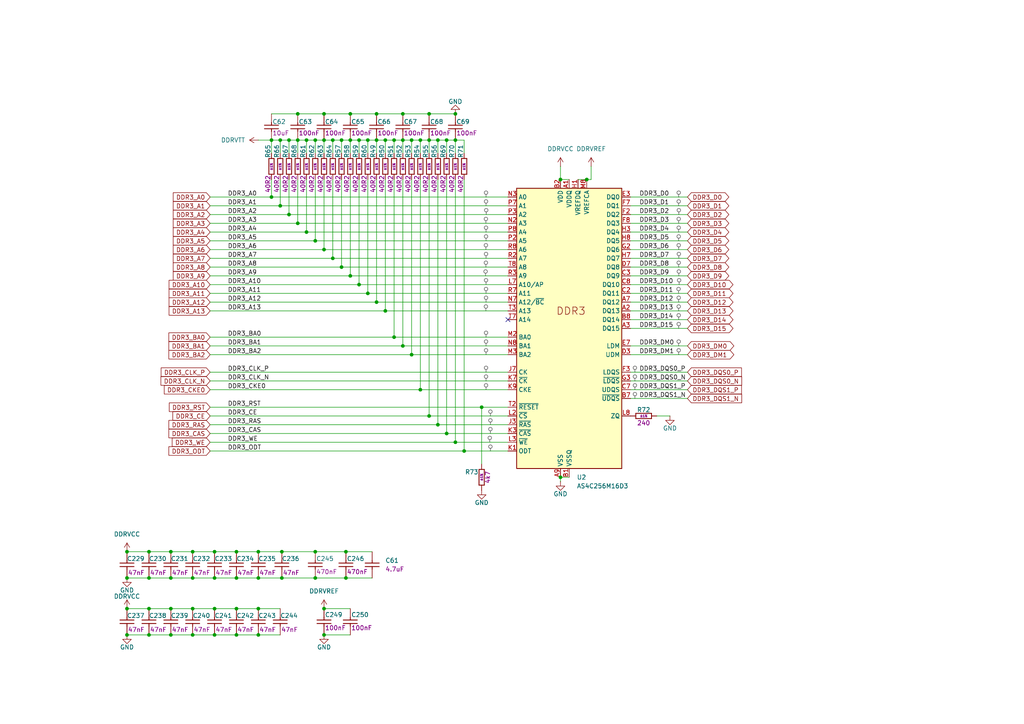
<source format=kicad_sch>
(kicad_sch (version 20250114) (generator "eeschema") (generator_version "9.0")
  (paper "A4")
  (junction (at 91.44 40.64))
  (junction (at 111.76 90.17))
  (junction (at 78.74 57.15))
  (junction (at 78.74 40.64))
  (junction (at 106.68 85.09))
  (junction (at 68.58 184.15))
  (junction (at 93.98 176.53))
  (junction (at 49.5508 184.15))
  (junction (at 91.44 69.85))
  (junction (at 36.83 176.53))
  (junction (at 114.3 40.64))
  (junction (at 55.88 160.02))
  (junction (at 100.33 167.64))
  (junction (at 83.82 62.23))
  (junction (at 68.58 160.02))
  (junction (at 49.5508 160.02))
  (junction (at 106.68 40.64))
  (junction (at 124.46 33.02))
  (junction (at 109.22 87.63))
  (junction (at 127 40.64))
  (junction (at 93.98 33.02))
  (junction (at 127 123.19))
  (junction (at 162.56 52.07))
  (junction (at 62.23 184.15))
  (junction (at 132.08 40.64))
  (junction (at 101.6 40.64))
  (junction (at 129.54 40.64))
  (junction (at 68.58 176.53))
  (junction (at 86.36 33.02))
  (junction (at 68.58 167.64))
  (junction (at 114.3 97.79))
  (junction (at 99.06 77.47))
  (junction (at 55.88 176.53))
  (junction (at 119.38 102.87))
  (junction (at 132.08 128.27))
  (junction (at 74.93 184.15))
  (junction (at 121.92 40.64))
  (junction (at 74.93 176.53))
  (junction (at 119.38 40.64))
  (junction (at 109.22 33.02))
  (junction (at 93.98 40.64))
  (junction (at 132.08 33.02))
  (junction (at 104.14 82.55))
  (junction (at 170.18 52.07))
  (junction (at 116.84 40.64))
  (junction (at 74.93 160.02))
  (junction (at 55.88 167.64))
  (junction (at 36.83 167.64))
  (junction (at 43.2103 160.02))
  (junction (at 49.5508 176.53))
  (junction (at 101.6 33.02))
  (junction (at 124.46 120.65))
  (junction (at 99.06 40.64))
  (junction (at 62.23 160.02))
  (junction (at 100.33 160.02))
  (junction (at 134.62 130.81))
  (junction (at 62.23 167.64))
  (junction (at 86.36 40.64))
  (junction (at 36.83 160.02))
  (junction (at 93.98 184.15))
  (junction (at 43.2103 167.64))
  (junction (at 43.2103 176.53))
  (junction (at 111.76 40.64))
  (junction (at 109.22 40.64))
  (junction (at 104.14 40.64))
  (junction (at 121.92 113.03))
  (junction (at 86.36 64.77))
  (junction (at 139.7 118.11))
  (junction (at 62.23 176.53))
  (junction (at 124.46 40.64))
  (junction (at 96.52 74.93))
  (junction (at 55.88 184.15))
  (junction (at 88.9 40.64))
  (junction (at 81.28 59.69))
  (junction (at 129.54 125.73))
  (junction (at 81.7496 160.02))
  (junction (at 88.9 67.31))
  (junction (at 74.93 167.64))
  (junction (at 116.84 100.33))
  (junction (at 36.83 184.15))
  (junction (at 43.2103 184.15))
  (junction (at 81.28 40.64))
  (junction (at 101.6 80.01))
  (junction (at 91.44 160.02))
  (junction (at 116.84 33.02))
  (junction (at 91.44 167.64))
  (junction (at 49.5508 167.64))
  (junction (at 93.98 72.39))
  (junction (at 83.82 40.64))
  (junction (at 162.56 138.43))
  (junction (at 96.52 40.64))
  (junction (at 81.7496 167.64))
  (no_connect (at 147.32 92.71))
  (wire (pts (xy 111.76 40.64) (xy 114.3 40.64)))
  (wire (pts (xy 43.2103 184.15) (xy 49.5508 184.15)))
  (wire (pts (xy 74.93 167.64) (xy 81.7496 167.64)))
  (wire (pts (xy 91.44 40.64) (xy 93.98 40.64)))
  (wire (pts (xy 91.44 69.85) (xy 147.32 69.85)))
  (wire (pts (xy 36.83 176.53) (xy 43.2103 176.53)))
  (wire (pts (xy 36.83 167.64) (xy 43.2103 167.64)))
  (wire (pts (xy 132.08 40.64) (xy 132.08 44.45)))
  (wire (pts (xy 81.28 59.69) (xy 147.32 59.69)))
  (wire (pts (xy 60.96 69.85) (xy 91.44 69.85)))
  (wire (pts (xy 93.98 184.15) (xy 101.6 184.15)))
  (wire (pts (xy 104.14 40.64) (xy 106.68 40.64)))
  (wire (pts (xy 83.82 52.07) (xy 83.82 62.23)))
  (wire (pts (xy 68.58 176.53) (xy 74.93 176.53)))
  (wire (pts (xy 60.96 62.23) (xy 83.82 62.23)))
  (wire (pts (xy 182.88 110.49) (xy 199.39 110.49)))
  (wire (pts (xy 101.6 80.01) (xy 147.32 80.01)))
  (wire (pts (xy 78.74 57.15) (xy 147.32 57.15)))
  (wire (pts (xy 132.08 52.07) (xy 132.08 128.27)))
  (wire (pts (xy 182.88 59.69) (xy 199.39 59.69)))
  (wire (pts (xy 162.56 48.26) (xy 162.56 52.07)))
  (wire (pts (xy 116.84 52.07) (xy 116.84 100.33)))
  (wire (pts (xy 101.6 33.02) (xy 109.22 33.02)))
  (wire (pts (xy 60.96 125.73) (xy 129.54 125.73)))
  (wire (pts (xy 74.93 160.02) (xy 81.7496 160.02)))
  (wire (pts (xy 162.56 52.07) (xy 165.1 52.07)))
  (wire (pts (xy 60.96 87.63) (xy 109.22 87.63)))
  (wire (pts (xy 114.3 40.64) (xy 114.3 44.45)))
  (wire (pts (xy 43.2103 167.64) (xy 49.5508 167.64)))
  (wire (pts (xy 182.88 102.87) (xy 199.39 102.87)))
  (wire (pts (xy 60.96 64.77) (xy 86.36 64.77)))
  (wire (pts (xy 109.22 87.63) (xy 147.32 87.63)))
  (wire (pts (xy 190.5 120.65) (xy 194.31 120.65)))
  (wire (pts (xy 182.88 82.55) (xy 199.39 82.55)))
  (wire (pts (xy 43.2103 176.53) (xy 49.5508 176.53)))
  (wire (pts (xy 86.36 64.77) (xy 147.32 64.77)))
  (wire (pts (xy 129.54 40.64) (xy 132.08 40.64)))
  (wire (pts (xy 78.74 40.64) (xy 81.28 40.64)))
  (wire (pts (xy 60.96 130.81) (xy 134.62 130.81)))
  (wire (pts (xy 60.96 113.03) (xy 121.92 113.03)))
  (wire (pts (xy 60.96 102.87) (xy 119.38 102.87)))
  (wire (pts (xy 60.96 85.09) (xy 106.68 85.09)))
  (wire (pts (xy 60.96 80.01) (xy 101.6 80.01)))
  (wire (pts (xy 119.38 52.07) (xy 119.38 102.87)))
  (wire (pts (xy 106.68 85.09) (xy 147.32 85.09)))
  (wire (pts (xy 109.22 33.02) (xy 116.84 33.02)))
  (wire (pts (xy 182.88 57.15) (xy 199.39 57.15)))
  (wire (pts (xy 60.96 72.39) (xy 93.98 72.39)))
  (wire (pts (xy 60.96 120.65) (xy 124.46 120.65)))
  (wire (pts (xy 68.58 167.64) (xy 74.93 167.64)))
  (wire (pts (xy 101.6 52.07) (xy 101.6 80.01)))
  (wire (pts (xy 182.88 64.77) (xy 199.39 64.77)))
  (wire (pts (xy 93.98 40.64) (xy 93.98 44.45)))
  (wire (pts (xy 60.96 110.49) (xy 147.32 110.49)))
  (wire (pts (xy 100.33 167.64) (xy 107.95 167.64)))
  (wire (pts (xy 68.58 184.15) (xy 74.93 184.15)))
  (wire (pts (xy 99.06 40.64) (xy 101.6 40.64)))
  (wire (pts (xy 182.88 85.09) (xy 199.39 85.09)))
  (wire (pts (xy 83.82 62.23) (xy 147.32 62.23)))
  (wire (pts (xy 106.68 40.64) (xy 106.68 44.45)))
  (wire (pts (xy 101.6 40.64) (xy 104.14 40.64)))
  (wire (pts (xy 91.44 160.02) (xy 100.33 160.02)))
  (wire (pts (xy 86.36 40.64) (xy 86.36 44.45)))
  (wire (pts (xy 83.82 40.64) (xy 86.36 40.64)))
  (wire (pts (xy 182.88 74.93) (xy 199.39 74.93)))
  (wire (pts (xy 182.88 90.17) (xy 199.39 90.17)))
  (wire (pts (xy 60.96 57.15) (xy 78.74 57.15)))
  (wire (pts (xy 101.6 40.64) (xy 101.6 44.45)))
  (wire (pts (xy 109.22 40.64) (xy 111.76 40.64)))
  (wire (pts (xy 62.23 184.15) (xy 68.58 184.15)))
  (wire (pts (xy 124.46 40.64) (xy 124.46 44.45)))
  (wire (pts (xy 170.18 52.07) (xy 171.45 52.07)))
  (wire (pts (xy 182.88 113.03) (xy 199.39 113.03)))
  (wire (pts (xy 60.96 77.47) (xy 99.06 77.47)))
  (wire (pts (xy 99.06 52.07) (xy 99.06 77.47)))
  (wire (pts (xy 119.38 40.64) (xy 119.38 44.45)))
  (wire (pts (xy 96.52 52.07) (xy 96.52 74.93)))
  (wire (pts (xy 93.98 40.64) (xy 96.52 40.64)))
  (wire (pts (xy 121.92 52.07) (xy 121.92 113.03)))
  (wire (pts (xy 81.28 40.64) (xy 83.82 40.64)))
  (wire (pts (xy 60.96 90.17) (xy 111.76 90.17)))
  (wire (pts (xy 49.5508 184.15) (xy 55.88 184.15)))
  (wire (pts (xy 111.76 40.64) (xy 111.76 44.45)))
  (wire (pts (xy 74.93 40.64) (xy 78.74 40.64)))
  (wire (pts (xy 99.06 40.64) (xy 99.06 44.45)))
  (wire (pts (xy 134.62 44.45) (xy 134.62 40.64)))
  (wire (pts (xy 78.74 33.02) (xy 86.36 33.02)))
  (wire (pts (xy 182.88 92.71) (xy 199.39 92.71)))
  (wire (pts (xy 49.5508 167.64) (xy 55.88 167.64)))
  (wire (pts (xy 182.88 77.47) (xy 199.39 77.47)))
  (wire (pts (xy 182.88 115.57) (xy 199.39 115.57)))
  (wire (pts (xy 124.46 33.02) (xy 132.08 33.02)))
  (wire (pts (xy 60.96 97.79) (xy 114.3 97.79)))
  (wire (pts (xy 60.96 100.33) (xy 116.84 100.33)))
  (wire (pts (xy 93.98 33.02) (xy 101.6 33.02)))
  (wire (pts (xy 104.14 82.55) (xy 147.32 82.55)))
  (wire (pts (xy 111.76 52.07) (xy 111.76 90.17)))
  (wire (pts (xy 182.88 62.23) (xy 199.39 62.23)))
  (wire (pts (xy 96.52 40.64) (xy 96.52 44.45)))
  (wire (pts (xy 55.88 176.53) (xy 62.23 176.53)))
  (wire (pts (xy 88.9 40.64) (xy 88.9 44.45)))
  (wire (pts (xy 74.93 184.15) (xy 81.28 184.15)))
  (wire (pts (xy 93.98 52.07) (xy 93.98 72.39)))
  (wire (pts (xy 129.54 52.07) (xy 129.54 125.73)))
  (wire (pts (xy 182.88 72.39) (xy 199.39 72.39)))
  (wire (pts (xy 81.7496 167.64) (xy 91.44 167.64)))
  (wire (pts (xy 36.83 160.02) (xy 43.2103 160.02)))
  (wire (pts (xy 139.7 118.11) (xy 147.32 118.11)))
  (wire (pts (xy 100.33 160.02) (xy 107.95 160.02)))
  (wire (pts (xy 124.46 40.64) (xy 127 40.64)))
  (wire (pts (xy 182.88 87.63) (xy 199.39 87.63)))
  (wire (pts (xy 182.88 107.95) (xy 199.39 107.95)))
  (wire (pts (xy 116.84 40.64) (xy 116.84 44.45)))
  (wire (pts (xy 68.58 160.02) (xy 74.93 160.02)))
  (wire (pts (xy 55.88 160.02) (xy 62.23 160.02)))
  (wire (pts (xy 74.93 176.53) (xy 81.28 176.53)))
  (wire (pts (xy 49.5508 160.02) (xy 55.88 160.02)))
  (wire (pts (xy 55.88 167.64) (xy 62.23 167.64)))
  (wire (pts (xy 60.96 107.95) (xy 147.32 107.95)))
  (wire (pts (xy 127 123.19) (xy 147.32 123.19)))
  (wire (pts (xy 139.7 118.11) (xy 139.7 134.62)))
  (wire (pts (xy 119.38 40.64) (xy 121.92 40.64)))
  (wire (pts (xy 121.92 40.64) (xy 124.46 40.64)))
  (wire (pts (xy 78.74 40.64) (xy 78.74 44.45)))
  (wire (pts (xy 127 40.64) (xy 127 44.45)))
  (wire (pts (xy 60.96 74.93) (xy 96.52 74.93)))
  (wire (pts (xy 116.84 40.64) (xy 119.38 40.64)))
  (wire (pts (xy 83.82 40.64) (xy 83.82 44.45)))
  (wire (pts (xy 60.96 118.11) (xy 139.7 118.11)))
  (wire (pts (xy 162.56 138.43) (xy 165.1 138.43)))
  (wire (pts (xy 36.83 184.15) (xy 43.2103 184.15)))
  (wire (pts (xy 114.3 52.07) (xy 114.3 97.79)))
  (wire (pts (xy 119.38 102.87) (xy 147.32 102.87)))
  (wire (pts (xy 78.74 52.07) (xy 78.74 57.15)))
  (wire (pts (xy 182.88 80.01) (xy 199.39 80.01)))
  (wire (pts (xy 104.14 40.64) (xy 104.14 44.45)))
  (wire (pts (xy 81.28 40.64) (xy 81.28 44.45)))
  (wire (pts (xy 106.68 52.07) (xy 106.68 85.09)))
  (wire (pts (xy 182.88 100.33) (xy 199.39 100.33)))
  (wire (pts (xy 93.98 176.53) (xy 101.6 176.53)))
  (wire (pts (xy 104.14 52.07) (xy 104.14 82.55)))
  (wire (pts (xy 60.96 82.55) (xy 104.14 82.55)))
  (wire (pts (xy 162.56 138.43) (xy 162.56 139.7)))
  (wire (pts (xy 88.9 67.31) (xy 147.32 67.31)))
  (wire (pts (xy 111.76 90.17) (xy 147.32 90.17)))
  (wire (pts (xy 88.9 52.07) (xy 88.9 67.31)))
  (wire (pts (xy 116.84 33.02) (xy 124.46 33.02)))
  (wire (pts (xy 116.84 100.33) (xy 147.32 100.33)))
  (wire (pts (xy 124.46 120.65) (xy 147.32 120.65)))
  (wire (pts (xy 127 40.64) (xy 129.54 40.64)))
  (wire (pts (xy 114.3 97.79) (xy 147.32 97.79)))
  (wire (pts (xy 60.96 128.27) (xy 132.08 128.27)))
  (wire (pts (xy 62.23 176.53) (xy 68.58 176.53)))
  (wire (pts (xy 96.52 74.93) (xy 147.32 74.93)))
  (wire (pts (xy 49.5508 176.53) (xy 55.88 176.53)))
  (wire (pts (xy 81.28 52.07) (xy 81.28 59.69)))
  (wire (pts (xy 124.46 52.07) (xy 124.46 120.65)))
  (wire (pts (xy 106.68 40.64) (xy 109.22 40.64)))
  (wire (pts (xy 91.44 167.64) (xy 100.33 167.64)))
  (wire (pts (xy 129.54 40.64) (xy 129.54 44.45)))
  (wire (pts (xy 182.88 67.31) (xy 199.39 67.31)))
  (wire (pts (xy 91.44 40.64) (xy 91.44 44.45)))
  (wire (pts (xy 60.96 59.69) (xy 81.28 59.69)))
  (wire (pts (xy 134.62 130.81) (xy 147.32 130.81)))
  (wire (pts (xy 55.88 184.15) (xy 62.23 184.15)))
  (wire (pts (xy 134.62 52.07) (xy 134.62 130.81)))
  (wire (pts (xy 182.88 69.85) (xy 199.39 69.85)))
  (wire (pts (xy 109.22 52.07) (xy 109.22 87.63)))
  (wire (pts (xy 62.23 167.64) (xy 68.58 167.64)))
  (wire (pts (xy 88.9 40.64) (xy 91.44 40.64)))
  (wire (pts (xy 81.7496 160.02) (xy 91.44 160.02)))
  (wire (pts (xy 86.36 33.02) (xy 93.98 33.02)))
  (wire (pts (xy 109.22 40.64) (xy 109.22 44.45)))
  (wire (pts (xy 96.52 40.64) (xy 99.06 40.64)))
  (wire (pts (xy 171.45 52.07) (xy 171.45 48.26)))
  (wire (pts (xy 91.44 52.07) (xy 91.44 69.85)))
  (wire (pts (xy 93.98 72.39) (xy 147.32 72.39)))
  (wire (pts (xy 86.36 52.07) (xy 86.36 64.77)))
  (wire (pts (xy 60.96 67.31) (xy 88.9 67.31)))
  (wire (pts (xy 43.2103 160.02) (xy 49.5508 160.02)))
  (wire (pts (xy 121.92 113.03) (xy 147.32 113.03)))
  (wire (pts (xy 114.3 40.64) (xy 116.84 40.64)))
  (wire (pts (xy 62.23 160.02) (xy 68.58 160.02)))
  (wire (pts (xy 132.08 40.64) (xy 134.62 40.64)))
  (wire (pts (xy 167.64 52.07) (xy 170.18 52.07)))
  (wire (pts (xy 129.54 125.73) (xy 147.32 125.73)))
  (wire (pts (xy 127 52.07) (xy 127 123.19)))
  (wire (pts (xy 132.08 128.27) (xy 147.32 128.27)))
  (wire (pts (xy 182.88 95.25) (xy 199.39 95.25)))
  (wire (pts (xy 121.92 40.64) (xy 121.92 44.45)))
  (wire (pts (xy 60.96 123.19) (xy 127 123.19)))
  (wire (pts (xy 99.06 77.47) (xy 147.32 77.47)))
  (wire (pts (xy 86.36 40.64) (xy 88.9 40.64)))
  (label "DDR3_A8" (at 66.04 77.47 0))
  (label "DDR3_WE" (at 66.04 128.27 0))
  (label "DDR3_A10" (at 66.04 82.55 0))
  (label "DDR3_D15" (at 185.42 95.25 0))
  (label "DDR3_D5" (at 185.42 69.85 0))
  (label "DDR3_CKE0" (at 66.04 113.03 0))
  (label "DDR3_A13" (at 66.04 90.17 0))
  (label "DDR3_A11" (at 66.04 85.09 0))
  (label "DDR3_A4" (at 66.04 67.31 0))
  (label "DDR3_CAS" (at 66.04 125.73 0))
  (label "DDR3_D3" (at 185.42 64.77 0))
  (label "DDR3_RST" (at 66.04 118.11 0))
  (label "DDR3_A2" (at 66.04 62.23 0))
  (label "DDR3_BA1" (at 66.04 100.33 0))
  (label "DDR3_A9" (at 66.04 80.01 0))
  (label "DDR3_CLK_P" (at 66.04 107.95 0))
  (label "DDR3_DQS0_N" (at 185.42 110.49 0))
  (label "DDR3_CE" (at 66.04 120.65 0))
  (label "DDR3_RAS" (at 66.04 123.19 0))
  (label "DDR3_D10" (at 185.42 82.55 0))
  (label "DDR3_D2" (at 185.42 62.23 0))
  (label "DDR3_D11" (at 185.42 85.09 0))
  (label "DDR3_D8" (at 185.42 77.47 0))
  (label "DDR3_BA0" (at 66.04 97.79 0))
  (label "DDR3_DQS0_P" (at 185.42 107.95 0))
  (label "DDR3_D14" (at 185.42 92.71 0))
  (label "DDR3_DM1" (at 185.42 102.87 0))
  (label "DDR3_A5" (at 66.04 69.85 0))
  (label "DDR3_D1" (at 185.42 59.69 0))
  (label "DDR3_D13" (at 185.42 90.17 0))
  (label "DDR3_A7" (at 66.04 74.93 0))
  (label "DDR3_D12" (at 185.42 87.63 0))
  (label "DDR3_BA2" (at 66.04 102.87 0))
  (label "DDR3_D6" (at 185.42 72.39 0))
  (label "DDR3_A6" (at 66.04 72.39 0))
  (label "DDR3_CLK_N" (at 66.04 110.49 0))
  (label "DDR3_ODT" (at 66.04 130.81 0))
  (label "DDR3_A3" (at 66.04 64.77 0))
  (label "DDR3_DM0" (at 185.42 100.33 0))
  (label "DDR3_A0" (at 66.04 57.15 0))
  (label "DDR3_A1" (at 66.04 59.69 0))
  (label "DDR3_D9" (at 185.42 80.01 0))
  (label "DDR3_A12" (at 66.04 87.63 0))
  (label "DDR3_DQS1_N" (at 185.42 115.57 0))
  (label "DDR3_DQS1_P" (at 185.42 113.03 0))
  (label "DDR3_D7" (at 185.42 74.93 0))
  (label "DDR3_D4" (at 185.42 67.31 0))
  (label "DDR3_D0" (at 185.42 57.15 0))
  (global_label "DDR3_D12" (shape bidirectional) (at 199.39 87.63 0) (property "Intersheetrefs" "${INTERSHEET_REFS}" (effects (hide yes))))
  (global_label "DDR3_BA1" (shape input) (at 60.96 100.33 180) (property "Intersheetrefs" "${INTERSHEET_REFS}" (effects (hide yes))))
  (global_label "DDR3_A7" (shape input) (at 60.96 74.93 180) (property "Intersheetrefs" "${INTERSHEET_REFS}" (effects (hide yes))))
  (global_label "DDR3_D10" (shape bidirectional) (at 199.39 82.55 0) (property "Intersheetrefs" "${INTERSHEET_REFS}" (effects (hide yes))))
  (global_label "DDR3_WE" (shape input) (at 60.96 128.27 180) (property "Intersheetrefs" "${INTERSHEET_REFS}" (effects (hide yes))))
  (global_label "DDR3_D14" (shape bidirectional) (at 199.39 92.71 0) (property "Intersheetrefs" "${INTERSHEET_REFS}" (effects (hide yes))))
  (global_label "DDR3_DQS0_N" (shape input) (at 199.39 110.49 0) (property "Intersheetrefs" "${INTERSHEET_REFS}" (effects (hide yes))))
  (global_label "DDR3_A3" (shape input) (at 60.96 64.77 180) (property "Intersheetrefs" "${INTERSHEET_REFS}" (effects (hide yes))))
  (global_label "DDR3_A4" (shape input) (at 60.96 67.31 180) (property "Intersheetrefs" "${INTERSHEET_REFS}" (effects (hide yes))))
  (global_label "DDR3_RAS" (shape input) (at 60.96 123.19 180) (property "Intersheetrefs" "${INTERSHEET_REFS}" (effects (hide yes))))
  (global_label "DDR3_A2" (shape input) (at 60.96 62.23 180) (property "Intersheetrefs" "${INTERSHEET_REFS}" (effects (hide yes))))
  (global_label "DDR3_ODT" (shape input) (at 60.96 130.81 180) (property "Intersheetrefs" "${INTERSHEET_REFS}" (effects (hide yes))))
  (global_label "DDR3_DM1" (shape bidirectional) (at 199.39 102.87 0) (property "Intersheetrefs" "${INTERSHEET_REFS}" (effects (hide yes))))
  (global_label "DDR3_BA2" (shape input) (at 60.96 102.87 180) (property "Intersheetrefs" "${INTERSHEET_REFS}" (effects (hide yes))))
  (global_label "DDR3_A10" (shape input) (at 60.96 82.55 180) (property "Intersheetrefs" "${INTERSHEET_REFS}" (effects (hide yes))))
  (global_label "DDR3_D7" (shape bidirectional) (at 199.39 74.93 0) (property "Intersheetrefs" "${INTERSHEET_REFS}" (effects (hide yes))))
  (global_label "DDR3_A0" (shape input) (at 60.96 57.15 180) (property "Intersheetrefs" "${INTERSHEET_REFS}" (effects (hide yes))))
  (global_label "DDR3_D3" (shape bidirectional) (at 199.39 64.77 0) (property "Intersheetrefs" "${INTERSHEET_REFS}" (effects (hide yes))))
  (global_label "DDR3_D5" (shape bidirectional) (at 199.39 69.85 0) (property "Intersheetrefs" "${INTERSHEET_REFS}" (effects (hide yes))))
  (global_label "DDR3_A12" (shape input) (at 60.96 87.63 180) (property "Intersheetrefs" "${INTERSHEET_REFS}" (effects (hide yes))))
  (global_label "DDR3_A11" (shape input) (at 60.96 85.09 180) (property "Intersheetrefs" "${INTERSHEET_REFS}" (effects (hide yes))))
  (global_label "DDR3_D8" (shape bidirectional) (at 199.39 77.47 0) (property "Intersheetrefs" "${INTERSHEET_REFS}" (effects (hide yes))))
  (global_label "DDR3_D4" (shape bidirectional) (at 199.39 67.31 0) (property "Intersheetrefs" "${INTERSHEET_REFS}" (effects (hide yes))))
  (global_label "DDR3_D13" (shape bidirectional) (at 199.39 90.17 0) (property "Intersheetrefs" "${INTERSHEET_REFS}" (effects (hide yes))))
  (global_label "DDR3_RST" (shape input) (at 60.96 118.11 180) (property "Intersheetrefs" "${INTERSHEET_REFS}" (effects (hide yes))))
  (global_label "DDR3_A8" (shape input) (at 60.96 77.47 180) (property "Intersheetrefs" "${INTERSHEET_REFS}" (effects (hide yes))))
  (global_label "DDR3_D9" (shape bidirectional) (at 199.39 80.01 0) (property "Intersheetrefs" "${INTERSHEET_REFS}" (effects (hide yes))))
  (global_label "DDR3_DM0" (shape bidirectional) (at 199.39 100.33 0) (property "Intersheetrefs" "${INTERSHEET_REFS}" (effects (hide yes))))
  (global_label "DDR3_D15" (shape bidirectional) (at 199.39 95.25 0) (property "Intersheetrefs" "${INTERSHEET_REFS}" (effects (hide yes))))
  (global_label "DDR3_CKE0" (shape input) (at 60.96 113.03 180) (property "Intersheetrefs" "${INTERSHEET_REFS}" (effects (hide yes))))
  (global_label "DDR3_CLK_N" (shape input) (at 60.96 110.49 180) (property "Intersheetrefs" "${INTERSHEET_REFS}" (effects (hide yes))))
  (global_label "DDR3_D11" (shape bidirectional) (at 199.39 85.09 0) (property "Intersheetrefs" "${INTERSHEET_REFS}" (effects (hide yes))))
  (global_label "DDR3_D0" (shape bidirectional) (at 199.39 57.15 0) (property "Intersheetrefs" "${INTERSHEET_REFS}" (effects (hide yes))))
  (global_label "DDR3_CE" (shape input) (at 60.96 120.65 180) (property "Intersheetrefs" "${INTERSHEET_REFS}" (effects (hide yes))))
  (global_label "DDR3_CLK_P" (shape input) (at 60.96 107.95 180) (property "Intersheetrefs" "${INTERSHEET_REFS}" (effects (hide yes))))
  (global_label "DDR3_DQS0_P" (shape input) (at 199.39 107.95 0) (property "Intersheetrefs" "${INTERSHEET_REFS}" (effects (hide yes))))
  (global_label "DDR3_BA0" (shape input) (at 60.96 97.79 180) (property "Intersheetrefs" "${INTERSHEET_REFS}" (effects (hide yes))))
  (global_label "DDR3_DQS1_P" (shape input) (at 199.39 113.03 0) (property "Intersheetrefs" "${INTERSHEET_REFS}" (effects (hide yes))))
  (global_label "DDR3_D1" (shape bidirectional) (at 199.39 59.69 0) (property "Intersheetrefs" "${INTERSHEET_REFS}" (effects (hide yes))))
  (global_label "DDR3_CAS" (shape input) (at 60.96 125.73 180) (property "Intersheetrefs" "${INTERSHEET_REFS}" (effects (hide yes))))
  (global_label "DDR3_A6" (shape input) (at 60.96 72.39 180) (property "Intersheetrefs" "${INTERSHEET_REFS}" (effects (hide yes))))
  (global_label "DDR3_A13" (shape input) (at 60.96 90.17 180) (property "Intersheetrefs" "${INTERSHEET_REFS}" (effects (hide yes))))
  (global_label "DDR3_A5" (shape input) (at 60.96 69.85 180) (property "Intersheetrefs" "${INTERSHEET_REFS}" (effects (hide yes))))
  (global_label "DDR3_A9" (shape input) (at 60.96 80.01 180) (property "Intersheetrefs" "${INTERSHEET_REFS}" (effects (hide yes))))
  (global_label "DDR3_D2" (shape bidirectional) (at 199.39 62.23 0) (property "Intersheetrefs" "${INTERSHEET_REFS}" (effects (hide yes))))
  (global_label "DDR3_D6" (shape bidirectional) (at 199.39 72.39 0) (property "Intersheetrefs" "${INTERSHEET_REFS}" (effects (hide yes))))
  (global_label "DDR3_DQS1_N" (shape input) (at 199.39 115.57 0) (property "Intersheetrefs" "${INTERSHEET_REFS}" (effects (hide yes))))
  (global_label "DDR3_A1" (shape input) (at 60.96 59.69 180) (property "Intersheetrefs" "${INTERSHEET_REFS}" (effects (hide yes))))
  (netclass_flag "" (length 1.27) (shape round) (at 196.85 64.77 0) (property "Netclass" "DDRLD" (effects (hide yes))))
  (netclass_flag "" (length 1.27) (shape round) (at 140.97 110.49 0) (property "Netclass" "DDRA" (effects (hide yes))))
  (netclass_flag "" (length 1.27) (shape round) (at 142.24 130.81 0) (property "Netclass" "DDRA" (effects (hide yes))))
  (netclass_flag "" (length 1.27) (shape round) (at 140.97 59.69 0) (property "Netclass" "DDRA" (effects (hide yes))))
  (netclass_flag "" (length 1.27) (shape round) (at 140.97 100.33 0) (property "Netclass" "DDRA" (effects (hide yes))))
  (netclass_flag "" (length 1.27) (shape round) (at 196.9725 82.55 0) (property "Netclass" "DDRUD" (effects (hide yes))))
  (netclass_flag "" (length 1.27) (shape round) (at 140.97 69.85 0) (property "Netclass" "DDRA" (effects (hide yes))))
  (netclass_flag "" (length 1.27) (shape round) (at 196.8898 80.01 0) (property "Netclass" "DDRUD" (effects (hide yes))))
  (netclass_flag "" (length 1.27) (shape round) (at 196.85 100.33 0) (property "Netclass" "DDRLD" (effects (hide yes))))
  (netclass_flag "" (length 1.27) (shape round) (at 196.85 87.63 0) (property "Netclass" "DDRUD" (effects (hide yes))))
  (netclass_flag "" (length 1.27) (shape round) (at 140.97 67.31 0) (property "Netclass" "DDRA" (effects (hide yes))))
  (netclass_flag "" (length 1.27) (shape round) (at 196.85 72.39 0) (property "Netclass" "DDRLD" (effects (hide yes))))
  (netclass_flag "" (length 1.27) (shape round) (at 141.025 62.23 0) (property "Netclass" "DDRA" (effects (hide yes))))
  (netclass_flag "" (length 1.27) (shape round) (at 140.9304 77.47 0) (property "Netclass" "DDRA" (effects (hide yes))))
  (netclass_flag "" (length 1.27) (shape round) (at 184.15 107.95 0) (property "Netclass" "DDRLD" (effects (hide yes))))
  (netclass_flag "" (length 1.27) (shape round) (at 140.9304 64.77 0) (property "Netclass" "DDRA" (effects (hide yes))))
  (netclass_flag "" (length 1.27) (shape round) (at 142.24 120.65 0) (property "Netclass" "DDRA" (effects (hide yes))))
  (netclass_flag "" (length 1.27) (shape round) (at 196.8898 62.23 0) (property "Netclass" "DDRLD" (effects (hide yes))))
  (netclass_flag "" (length 1.27) (shape round) (at 140.97 57.15 0) (property "Netclass" "DDRA" (effects (hide yes))))
  (netclass_flag "" (length 1.27) (shape round) (at 196.85 95.25 0) (property "Netclass" "DDRUD" (effects (hide yes))))
  (netclass_flag "" (length 1.27) (shape round) (at 140.97 87.63 0) (property "Netclass" "DDRA" (effects (hide yes))))
  (netclass_flag "" (length 1.27) (shape round) (at 196.8898 74.93 0) (property "Netclass" "DDRLD" (effects (hide yes))))
  (netclass_flag "" (length 1.27) (shape round) (at 196.85 102.87 0) (property "Netclass" "DDRUD" (effects (hide yes))))
  (netclass_flag "" (length 1.27) (shape round) (at 196.85 67.31 0) (property "Netclass" "DDRLD" (effects (hide yes))))
  (netclass_flag "" (length 1.27) (shape round) (at 140.97 74.93 0) (property "Netclass" "DDRA" (effects (hide yes))))
  (netclass_flag "" (length 1.27) (shape round) (at 196.85 90.17 0) (property "Netclass" "DDRUD" (effects (hide yes))))
  (netclass_flag "" (length 1.27) (shape round) (at 140.97 97.79 0) (property "Netclass" "DDRA" (effects (hide yes))))
  (netclass_flag "" (length 1.27) (shape round) (at 140.97 107.95 0) (property "Netclass" "DDRA" (effects (hide yes))))
  (netclass_flag "" (length 1.27) (shape round) (at 140.97 82.55 0) (property "Netclass" "DDRA" (effects (hide yes))))
  (netclass_flag "" (length 1.27) (shape round) (at 140.9304 90.17 0) (property "Netclass" "DDRA" (effects (hide yes))))
  (netclass_flag "" (length 1.27) (shape round) (at 142.24 125.73 0) (property "Netclass" "DDRA" (effects (hide yes))))
  (netclass_flag "" (length 1.27) (shape round) (at 196.85 57.15 0) (property "Netclass" "DDRLD" (effects (hide yes))))
  (netclass_flag "" (length 1.27) (shape round) (at 140.97 102.87 0) (property "Netclass" "DDRA" (effects (hide yes))))
  (netclass_flag "" (length 1.27) (shape round) (at 140.97 85.09 0) (property "Netclass" "DDRA" (effects (hide yes))))
  (netclass_flag "" (length 1.27) (shape round) (at 140.8358 80.01 0) (property "Netclass" "DDRA" (effects (hide yes))))
  (netclass_flag "" (length 1.27) (shape round) (at 196.85 77.47 0) (property "Netclass" "DDRUD" (effects (hide yes))))
  (netclass_flag "" (length 1.27) (shape round) (at 196.85 69.85 0) (property "Netclass" "DDRLD" (effects (hide yes))))
  (netclass_flag "" (length 1.27) (shape round) (at 184.15 110.49 0) (property "Netclass" "DDRLD" (effects (hide yes))))
  (netclass_flag "" (length 1.27) (shape round) (at 196.807 85.09 0) (property "Netclass" "DDRUD" (effects (hide yes))))
  (netclass_flag "" (length 1.27) (shape round) (at 142.24 123.19 0) (property "Netclass" "DDRA" (effects (hide yes))))
  (netclass_flag "" (length 1.27) (shape round) (at 140.97 113.03 0) (property "Netclass" "DDRA" (effects (hide yes))))
  (netclass_flag "" (length 1.27) (shape round) (at 142.0507 128.27 0) (property "Netclass" "DDRA" (effects (hide yes))))
  (netclass_flag "" (length 1.27) (shape round) (at 184.15 115.57 0) (property "Netclass" "DDRUD" (effects (hide yes))))
  (netclass_flag "" (length 1.27) (shape round) (at 140.9304 72.39 0) (property "Netclass" "DDRA" (effects (hide yes))))
  (netclass_flag "" (length 1.27) (shape round) (at 184.15 113.03 0) (property "Netclass" "DDRUD" (effects (hide yes))))
  (netclass_flag "" (length 1.27) (shape round) (at 196.85 59.69 0) (property "Netclass" "DDRLD" (effects (hide yes))))
  (netclass_flag "" (length 1.27) (shape round) (at 196.85 92.71 0) (property "Netclass" "DDRUD" (effects (hide yes))))
  (symbol (lib_id "Resistors SMD:R0402_40R2_1%_0.0625W_100PPM") (at 127 52.07 90) (unit 1)
    (property "Reference" "R56" (at 125.984 41.91 0) (effects (justify right)))
    (property "Value" "R0402_40R2_1%_0.0625W_100PPM" (effects (hide yes)))
    (property "Footprint" "Resistors SMD:RESC1005X40N" (effects (hide yes)))
    (property "Datasheet" "\\\\cern.ch\\dfs\\Applications\\Altium\\Datasheets\\R0402_VISHAY_CRCW e3.pdf" (effects (hide yes)))
    (property "Description" "General Purpose Thick Film Chip Resistor" (effects (hide yes)))
    (property "Tolerance" "±1%" (at 127 47.244 0) (effects (font (size 0.635 0.635)) (justify right)))
    (property "Val" "40R2" (at 125.984 50.8 0) (effects (justify right)))
    (property "Part Number" "R0402_40R2_1%_0.0625W_100PPM" (effects (hide yes)))
    (property "Library Ref" "Resistor - 1%" (effects (hide yes)))
    (property "Library Path" "SchLib\\Resistors.SchLib" (effects (hide yes)))
    (property "Comment" "40R2" (effects (hide yes)))
    (property "Component Kind" "Standard" (effects (hide yes)))
    (property "Component Type" "Standard" (effects (hide yes)))
    (property "PackageDescription" " " (effects (hide yes)))
    (property "Pin Count" "2" (effects (hide yes)))
    (property "Footprint Path" "PcbLib\\Resistors SMD.PcbLib" (effects (hide yes)))
    (property "Footprint Ref" "RESC1005X40N" (effects (hide yes)))
    (property "Status" "None" (effects (hide yes)))
    (property "Power" "0.0625W" (effects (hide yes)))
    (property "TC" "±100ppm/°C" (effects (hide yes)))
    (property "Voltage" " " (effects (hide yes)))
    (property "Part Description" "General Purpose Thick Film Chip Resistor" (effects (hide yes)))
    (property "Manufacturer" "GENERIC" (effects (hide yes)))
    (property "Manufacturer Part Number" "R0402_40R2_1%_0.0625W_100PPM" (effects (hide yes)))
    (property "Case" "0402" (effects (hide yes)))
    (property "PressFit" "No" (effects (hide yes)))
    (property "Mounted" "Yes" (effects (hide yes)))
    (property "Sense Comment" " " (effects (hide yes)))
    (property "Sense" "No" (effects (hide yes)))
    (property "Status Comment" " " (effects (hide yes)))
    (property "Socket" "No" (effects (hide yes)))
    (property "SMD" "Yes" (effects (hide yes)))
    (property "ComponentHeight" " " (effects (hide yes)))
    (property "Manufacturer1 Example" "VISHAY" (effects (hide yes)))
    (property "Manufacturer1 Part Number" "CRCW040240R2FK" (effects (hide yes)))
    (property "Manufacturer1 ComponentHeight" "0.4mm" (effects (hide yes)))
    (property "HelpURL" "\\\\cern.ch\\dfs\\Applications\\Altium\\Datasheets\\R0402_VISHAY_CRCW e3.pdf" (effects (hide yes)))
    (property "Author" "CERN DEM JLC" (effects (hide yes)))
    (property "CreateDate" "02/03/15 00:00:00" (effects (hide yes)))
    (property "LatestRevisionDate" "02/03/15 00:00:00" (effects (hide yes)))
    (property "Database Table Name" "Resistors" (effects (hide yes)))
    (property "Library Name" "Resistors SMD" (effects (hide yes)))
    (property "Footprint Library" "Resistors SMD" (effects (hide yes)))
    (property "License" "CC-BY-SA 4.0" (effects (hide yes)))
  )
  (symbol (lib_id "Capacitors SMD:CC0201_47NF_6.3V_10%_X5R") (at 62.23 184.15 90) (unit 1)
    (property "Reference" "C241" (at 62.23 178.562 90) (effects (justify right)))
    (property "Value" "CC0201_47NF_6.3V_10%_X5R" (effects (hide yes)))
    (property "Footprint" "Capacitors SMD:CAPC0603X33N" (effects (hide yes)))
    (property "Datasheet" "\\\\cern.ch\\dfs\\Applications\\Altium\\Datasheets\\CC0201_X5R_AVX.pdf" (effects (hide yes)))
    (property "Description" "SMD Multilayer Chip Ceramic Capacitor" (effects (hide yes)))
    (property "Val" "47nF" (at 62.484 182.626 90) (effects (justify right)))
    (property "Part Number" "CC0201_47NF_6.3V_10%_X5R" (effects (hide yes)))
    (property "Library Ref" "Capacitor - non polarized" (effects (hide yes)))
    (property "Library Path" "SchLib\\Capacitors.SchLib" (effects (hide yes)))
    (property "Comment" "47nF" (effects (hide yes)))
    (property "Component Kind" "Standard" (effects (hide yes)))
    (property "Component Type" "Standard" (effects (hide yes)))
    (property "Pin Count" "2" (effects (hide yes)))
    (property "Footprint Path" "PcbLib\\Capacitors SMD.PcbLib" (effects (hide yes)))
    (property "Footprint Ref" "CAPC0603X33N" (effects (hide yes)))
    (property "PackageDescription" " " (effects (hide yes)))
    (property "Status" "Not Recommended" (effects (hide yes)))
    (property "Status Comment" " " (effects (hide yes)))
    (property "Voltage" "6.3V" (effects (hide yes)))
    (property "TC" "X5R" (effects (hide yes)))
    (property "Tolerance" "±10%" (effects (hide yes)))
    (property "Part Description" "SMD Multilayer Chip Ceramic Capacitor" (effects (hide yes)))
    (property "Manufacturer" "GENERIC" (effects (hide yes)))
    (property "Manufacturer Part Number" "CC0201_47NF_6.3V_10%_X5R" (effects (hide yes)))
    (property "Case" "0201" (effects (hide yes)))
    (property "Mounted" "Yes" (effects (hide yes)))
    (property "Socket" "No" (effects (hide yes)))
    (property "SMD" "Yes" (effects (hide yes)))
    (property "PressFit" " " (effects (hide yes)))
    (property "Sense" "No" (effects (hide yes)))
    (property "Sense Comment" " " (effects (hide yes)))
    (property "ComponentHeight" " " (effects (hide yes)))
    (property "Manufacturer1 Example" "AVX" (effects (hide yes)))
    (property "Manufacturer1 Part Number" "02016D473KAT2A" (effects (hide yes)))
    (property "Manufacturer1 ComponentHeight" "0.33mm" (effects (hide yes)))
    (property "HelpURL" "\\\\cern.ch\\dfs\\Applications\\Altium\\Datasheets\\CC0201_X5R_AVX.pdf" (effects (hide yes)))
    (property "Author" "CERN DEM JLC" (effects (hide yes)))
    (property "CreateDate" "12/03/07 00:00:00" (effects (hide yes)))
    (property "LatestRevisionDate" "12/03/07 00:00:00" (effects (hide yes)))
    (property "Database Table Name" "Capacitors" (effects (hide yes)))
    (property "Library Name" "Capacitors SMD" (effects (hide yes)))
    (property "Footprint Library" "Capacitors SMD" (effects (hide yes)))
    (property "License" "CC-BY-SA 4.0" (effects (hide yes)))
  )
  (symbol (lib_id "Capacitors SMD:CC0201_470NF_4V_20%_X5R") (at 91.44 167.64 90) (unit 1)
    (property "Reference" "C245" (at 91.694 162.052 90) (effects (justify right)))
    (property "Value" "CC0201_470NF_4V_20%_X5R" (effects (hide yes)))
    (property "Footprint" "Capacitors SMD:CAPC0603X33N" (effects (hide yes)))
    (property "Datasheet" "\\\\cern.ch\\dfs\\Applications\\Altium\\Datasheets\\CC0201_X5R_TAIYO-YUDEN_STANDARD-CLASS2.pdf" (effects (hide yes)))
    (property "Description" "SMD Multilayer Chip Ceramic Capacitor" (effects (hide yes)))
    (property "Val" "470nF" (at 91.694 165.862 90) (effects (justify right)))
    (property "Part Number" "CC0201_470NF_4V_20%_X5R" (effects (hide yes)))
    (property "Library Ref" "Capacitor - non polarized" (effects (hide yes)))
    (property "Library Path" "SchLib\\Capacitors.SchLib" (effects (hide yes)))
    (property "Comment" "470nF" (effects (hide yes)))
    (property "Component Kind" "Standard" (effects (hide yes)))
    (property "Component Type" "Standard" (effects (hide yes)))
    (property "Pin Count" "2" (effects (hide yes)))
    (property "Footprint Path" "PcbLib\\Capacitors SMD.PcbLib" (effects (hide yes)))
    (property "Footprint Ref" "CAPC0603X33N" (effects (hide yes)))
    (property "PackageDescription" " " (effects (hide yes)))
    (property "Status" "Not Recommended" (effects (hide yes)))
    (property "Status Comment" " " (effects (hide yes)))
    (property "Voltage" "4V" (effects (hide yes)))
    (property "TC" "X5R" (effects (hide yes)))
    (property "Tolerance" "±20%" (effects (hide yes)))
    (property "Part Description" "SMD Multilayer Chip Ceramic Capacitor" (effects (hide yes)))
    (property "Manufacturer" "GENERIC" (effects (hide yes)))
    (property "Manufacturer Part Number" "CC0201_470NF_4V_20%_X5R" (effects (hide yes)))
    (property "Case" "0201" (effects (hide yes)))
    (property "Mounted" "Yes" (effects (hide yes)))
    (property "Socket" "No" (effects (hide yes)))
    (property "SMD" "Yes" (effects (hide yes)))
    (property "PressFit" " " (effects (hide yes)))
    (property "Sense" "No" (effects (hide yes)))
    (property "Sense Comment" " " (effects (hide yes)))
    (property "ComponentHeight" " " (effects (hide yes)))
    (property "Manufacturer1 Example" "TAIYO YUDEN" (effects (hide yes)))
    (property "Manufacturer1 Part Number" "AMK063BJ474MP-F" (effects (hide yes)))
    (property "Manufacturer1 ComponentHeight" "0.33mm" (effects (hide yes)))
    (property "HelpURL" "\\\\cern.ch\\dfs\\Applications\\Altium\\Datasheets\\CC0201_X5R_TAIYO-YUDEN_STANDARD-CLASS2.pdf" (effects (hide yes)))
    (property "Author" "CERN DEM JLC" (effects (hide yes)))
    (property "CreateDate" "05/27/10 00:00:00" (effects (hide yes)))
    (property "LatestRevisionDate" "05/27/10 00:00:00" (effects (hide yes)))
    (property "Database Table Name" "Capacitors" (effects (hide yes)))
    (property "Library Name" "Capacitors SMD" (effects (hide yes)))
    (property "Footprint Library" "Capacitors SMD" (effects (hide yes)))
    (property "License" "CC-BY-SA 4.0" (effects (hide yes)))
  )
  (symbol (lib_id "Resistors SMD:R0402_40R2_1%_0.0625W_100PPM") (at 104.14 52.07 90) (unit 1)
    (property "Reference" "R59" (at 103.124 41.91 0) (effects (justify right)))
    (property "Value" "R0402_40R2_1%_0.0625W_100PPM" (effects (hide yes)))
    (property "Footprint" "Resistors SMD:RESC1005X40N" (effects (hide yes)))
    (property "Datasheet" "\\\\cern.ch\\dfs\\Applications\\Altium\\Datasheets\\R0402_VISHAY_CRCW e3.pdf" (effects (hide yes)))
    (property "Description" "General Purpose Thick Film Chip Resistor" (effects (hide yes)))
    (property "Tolerance" "±1%" (at 104.14 47.244 0) (effects (font (size 0.635 0.635)) (justify right)))
    (property "Val" "40R2" (at 103.124 50.8 0) (effects (justify right)))
    (property "Part Number" "R0402_40R2_1%_0.0625W_100PPM" (effects (hide yes)))
    (property "Library Ref" "Resistor - 1%" (effects (hide yes)))
    (property "Library Path" "SchLib\\Resistors.SchLib" (effects (hide yes)))
    (property "Comment" "40R2" (effects (hide yes)))
    (property "Component Kind" "Standard" (effects (hide yes)))
    (property "Component Type" "Standard" (effects (hide yes)))
    (property "PackageDescription" " " (effects (hide yes)))
    (property "Pin Count" "2" (effects (hide yes)))
    (property "Footprint Path" "PcbLib\\Resistors SMD.PcbLib" (effects (hide yes)))
    (property "Footprint Ref" "RESC1005X40N" (effects (hide yes)))
    (property "Status" "None" (effects (hide yes)))
    (property "Power" "0.0625W" (effects (hide yes)))
    (property "TC" "±100ppm/°C" (effects (hide yes)))
    (property "Voltage" " " (effects (hide yes)))
    (property "Part Description" "General Purpose Thick Film Chip Resistor" (effects (hide yes)))
    (property "Manufacturer" "GENERIC" (effects (hide yes)))
    (property "Manufacturer Part Number" "R0402_40R2_1%_0.0625W_100PPM" (effects (hide yes)))
    (property "Case" "0402" (effects (hide yes)))
    (property "PressFit" "No" (effects (hide yes)))
    (property "Mounted" "Yes" (effects (hide yes)))
    (property "Sense Comment" " " (effects (hide yes)))
    (property "Sense" "No" (effects (hide yes)))
    (property "Status Comment" " " (effects (hide yes)))
    (property "Socket" "No" (effects (hide yes)))
    (property "SMD" "Yes" (effects (hide yes)))
    (property "ComponentHeight" " " (effects (hide yes)))
    (property "Manufacturer1 Example" "VISHAY" (effects (hide yes)))
    (property "Manufacturer1 Part Number" "CRCW040240R2FK" (effects (hide yes)))
    (property "Manufacturer1 ComponentHeight" "0.4mm" (effects (hide yes)))
    (property "HelpURL" "\\\\cern.ch\\dfs\\Applications\\Altium\\Datasheets\\R0402_VISHAY_CRCW e3.pdf" (effects (hide yes)))
    (property "Author" "CERN DEM JLC" (effects (hide yes)))
    (property "CreateDate" "02/03/15 00:00:00" (effects (hide yes)))
    (property "LatestRevisionDate" "02/03/15 00:00:00" (effects (hide yes)))
    (property "Database Table Name" "Resistors" (effects (hide yes)))
    (property "Library Name" "Resistors SMD" (effects (hide yes)))
    (property "Footprint Library" "Resistors SMD" (effects (hide yes)))
    (property "License" "CC-BY-SA 4.0" (effects (hide yes)))
  )
  (symbol (lib_id "Resistors SMD:R0402_40R2_1%_0.0625W_100PPM") (at 93.98 52.07 90) (unit 1)
    (property "Reference" "R63" (at 92.964 41.91 0) (effects (justify right)))
    (property "Value" "R0402_40R2_1%_0.0625W_100PPM" (effects (hide yes)))
    (property "Footprint" "Resistors SMD:RESC1005X40N" (effects (hide yes)))
    (property "Datasheet" "\\\\cern.ch\\dfs\\Applications\\Altium\\Datasheets\\R0402_VISHAY_CRCW e3.pdf" (effects (hide yes)))
    (property "Description" "General Purpose Thick Film Chip Resistor" (effects (hide yes)))
    (property "Tolerance" "±1%" (at 93.98 47.244 0) (effects (font (size 0.635 0.635)) (justify right)))
    (property "Val" "40R2" (at 92.964 50.8 0) (effects (justify right)))
    (property "Part Number" "R0402_40R2_1%_0.0625W_100PPM" (effects (hide yes)))
    (property "Library Ref" "Resistor - 1%" (effects (hide yes)))
    (property "Library Path" "SchLib\\Resistors.SchLib" (effects (hide yes)))
    (property "Comment" "40R2" (effects (hide yes)))
    (property "Component Kind" "Standard" (effects (hide yes)))
    (property "Component Type" "Standard" (effects (hide yes)))
    (property "PackageDescription" " " (effects (hide yes)))
    (property "Pin Count" "2" (effects (hide yes)))
    (property "Footprint Path" "PcbLib\\Resistors SMD.PcbLib" (effects (hide yes)))
    (property "Footprint Ref" "RESC1005X40N" (effects (hide yes)))
    (property "Status" "None" (effects (hide yes)))
    (property "Power" "0.0625W" (effects (hide yes)))
    (property "TC" "±100ppm/°C" (effects (hide yes)))
    (property "Voltage" " " (effects (hide yes)))
    (property "Part Description" "General Purpose Thick Film Chip Resistor" (effects (hide yes)))
    (property "Manufacturer" "GENERIC" (effects (hide yes)))
    (property "Manufacturer Part Number" "R0402_40R2_1%_0.0625W_100PPM" (effects (hide yes)))
    (property "Case" "0402" (effects (hide yes)))
    (property "PressFit" "No" (effects (hide yes)))
    (property "Mounted" "Yes" (effects (hide yes)))
    (property "Sense Comment" " " (effects (hide yes)))
    (property "Sense" "No" (effects (hide yes)))
    (property "Status Comment" " " (effects (hide yes)))
    (property "Socket" "No" (effects (hide yes)))
    (property "SMD" "Yes" (effects (hide yes)))
    (property "ComponentHeight" " " (effects (hide yes)))
    (property "Manufacturer1 Example" "VISHAY" (effects (hide yes)))
    (property "Manufacturer1 Part Number" "CRCW040240R2FK" (effects (hide yes)))
    (property "Manufacturer1 ComponentHeight" "0.4mm" (effects (hide yes)))
    (property "HelpURL" "\\\\cern.ch\\dfs\\Applications\\Altium\\Datasheets\\R0402_VISHAY_CRCW e3.pdf" (effects (hide yes)))
    (property "Author" "CERN DEM JLC" (effects (hide yes)))
    (property "CreateDate" "02/03/15 00:00:00" (effects (hide yes)))
    (property "LatestRevisionDate" "02/03/15 00:00:00" (effects (hide yes)))
    (property "Database Table Name" "Resistors" (effects (hide yes)))
    (property "Library Name" "Resistors SMD" (effects (hide yes)))
    (property "Footprint Library" "Resistors SMD" (effects (hide yes)))
    (property "License" "CC-BY-SA 4.0" (effects (hide yes)))
  )
  (symbol (lib_id "power:GND") (at 36.83 184.15 0) (unit 1)
    (property "Reference" "#PWR068" (effects (hide yes)))
    (property "Value" "GND" (at 36.83 187.706 0))
    (property "Description" "Power symbol creates a global label with name \"GND\" , ground" (effects (hide yes)))
  )
  (symbol (lib_id "Resistors SMD:R0402_40R2_1%_0.0625W_100PPM") (at 91.44 52.07 90) (unit 1)
    (property "Reference" "R62" (at 90.424 41.91 0) (effects (justify right)))
    (property "Value" "R0402_40R2_1%_0.0625W_100PPM" (effects (hide yes)))
    (property "Footprint" "Resistors SMD:RESC1005X40N" (effects (hide yes)))
    (property "Datasheet" "\\\\cern.ch\\dfs\\Applications\\Altium\\Datasheets\\R0402_VISHAY_CRCW e3.pdf" (effects (hide yes)))
    (property "Description" "General Purpose Thick Film Chip Resistor" (effects (hide yes)))
    (property "Tolerance" "±1%" (at 91.44 47.244 0) (effects (font (size 0.635 0.635)) (justify right)))
    (property "Val" "40R2" (at 90.424 50.8 0) (effects (justify right)))
    (property "Part Number" "R0402_40R2_1%_0.0625W_100PPM" (effects (hide yes)))
    (property "Library Ref" "Resistor - 1%" (effects (hide yes)))
    (property "Library Path" "SchLib\\Resistors.SchLib" (effects (hide yes)))
    (property "Comment" "40R2" (effects (hide yes)))
    (property "Component Kind" "Standard" (effects (hide yes)))
    (property "Component Type" "Standard" (effects (hide yes)))
    (property "PackageDescription" " " (effects (hide yes)))
    (property "Pin Count" "2" (effects (hide yes)))
    (property "Footprint Path" "PcbLib\\Resistors SMD.PcbLib" (effects (hide yes)))
    (property "Footprint Ref" "RESC1005X40N" (effects (hide yes)))
    (property "Status" "None" (effects (hide yes)))
    (property "Power" "0.0625W" (effects (hide yes)))
    (property "TC" "±100ppm/°C" (effects (hide yes)))
    (property "Voltage" " " (effects (hide yes)))
    (property "Part Description" "General Purpose Thick Film Chip Resistor" (effects (hide yes)))
    (property "Manufacturer" "GENERIC" (effects (hide yes)))
    (property "Manufacturer Part Number" "R0402_40R2_1%_0.0625W_100PPM" (effects (hide yes)))
    (property "Case" "0402" (effects (hide yes)))
    (property "PressFit" "No" (effects (hide yes)))
    (property "Mounted" "Yes" (effects (hide yes)))
    (property "Sense Comment" " " (effects (hide yes)))
    (property "Sense" "No" (effects (hide yes)))
    (property "Status Comment" " " (effects (hide yes)))
    (property "Socket" "No" (effects (hide yes)))
    (property "SMD" "Yes" (effects (hide yes)))
    (property "ComponentHeight" " " (effects (hide yes)))
    (property "Manufacturer1 Example" "VISHAY" (effects (hide yes)))
    (property "Manufacturer1 Part Number" "CRCW040240R2FK" (effects (hide yes)))
    (property "Manufacturer1 ComponentHeight" "0.4mm" (effects (hide yes)))
    (property "HelpURL" "\\\\cern.ch\\dfs\\Applications\\Altium\\Datasheets\\R0402_VISHAY_CRCW e3.pdf" (effects (hide yes)))
    (property "Author" "CERN DEM JLC" (effects (hide yes)))
    (property "CreateDate" "02/03/15 00:00:00" (effects (hide yes)))
    (property "LatestRevisionDate" "02/03/15 00:00:00" (effects (hide yes)))
    (property "Database Table Name" "Resistors" (effects (hide yes)))
    (property "Library Name" "Resistors SMD" (effects (hide yes)))
    (property "Footprint Library" "Resistors SMD" (effects (hide yes)))
    (property "License" "CC-BY-SA 4.0" (effects (hide yes)))
  )
  (symbol (lib_id "Capacitors SMD:CC0201_470NF_4V_20%_X5R") (at 100.33 167.64 90) (unit 1)
    (property "Reference" "C246" (at 100.584 162.052 90) (effects (justify right)))
    (property "Value" "CC0201_470NF_4V_20%_X5R" (effects (hide yes)))
    (property "Footprint" "Capacitors SMD:CAPC0603X33N" (effects (hide yes)))
    (property "Datasheet" "\\\\cern.ch\\dfs\\Applications\\Altium\\Datasheets\\CC0201_X5R_TAIYO-YUDEN_STANDARD-CLASS2.pdf" (effects (hide yes)))
    (property "Description" "SMD Multilayer Chip Ceramic Capacitor" (effects (hide yes)))
    (property "Val" "470nF" (at 100.584 165.862 90) (effects (justify right)))
    (property "Part Number" "CC0201_470NF_4V_20%_X5R" (effects (hide yes)))
    (property "Library Ref" "Capacitor - non polarized" (effects (hide yes)))
    (property "Library Path" "SchLib\\Capacitors.SchLib" (effects (hide yes)))
    (property "Comment" "470nF" (effects (hide yes)))
    (property "Component Kind" "Standard" (effects (hide yes)))
    (property "Component Type" "Standard" (effects (hide yes)))
    (property "Pin Count" "2" (effects (hide yes)))
    (property "Footprint Path" "PcbLib\\Capacitors SMD.PcbLib" (effects (hide yes)))
    (property "Footprint Ref" "CAPC0603X33N" (effects (hide yes)))
    (property "PackageDescription" " " (effects (hide yes)))
    (property "Status" "Not Recommended" (effects (hide yes)))
    (property "Status Comment" " " (effects (hide yes)))
    (property "Voltage" "4V" (effects (hide yes)))
    (property "TC" "X5R" (effects (hide yes)))
    (property "Tolerance" "±20%" (effects (hide yes)))
    (property "Part Description" "SMD Multilayer Chip Ceramic Capacitor" (effects (hide yes)))
    (property "Manufacturer" "GENERIC" (effects (hide yes)))
    (property "Manufacturer Part Number" "CC0201_470NF_4V_20%_X5R" (effects (hide yes)))
    (property "Case" "0201" (effects (hide yes)))
    (property "Mounted" "Yes" (effects (hide yes)))
    (property "Socket" "No" (effects (hide yes)))
    (property "SMD" "Yes" (effects (hide yes)))
    (property "PressFit" " " (effects (hide yes)))
    (property "Sense" "No" (effects (hide yes)))
    (property "Sense Comment" " " (effects (hide yes)))
    (property "ComponentHeight" " " (effects (hide yes)))
    (property "Manufacturer1 Example" "TAIYO YUDEN" (effects (hide yes)))
    (property "Manufacturer1 Part Number" "AMK063BJ474MP-F" (effects (hide yes)))
    (property "Manufacturer1 ComponentHeight" "0.33mm" (effects (hide yes)))
    (property "HelpURL" "\\\\cern.ch\\dfs\\Applications\\Altium\\Datasheets\\CC0201_X5R_TAIYO-YUDEN_STANDARD-CLASS2.pdf" (effects (hide yes)))
    (property "Author" "CERN DEM JLC" (effects (hide yes)))
    (property "CreateDate" "05/27/10 00:00:00" (effects (hide yes)))
    (property "LatestRevisionDate" "05/27/10 00:00:00" (effects (hide yes)))
    (property "Database Table Name" "Capacitors" (effects (hide yes)))
    (property "Library Name" "Capacitors SMD" (effects (hide yes)))
    (property "Footprint Library" "Capacitors SMD" (effects (hide yes)))
    (property "License" "CC-BY-SA 4.0" (effects (hide yes)))
  )
  (symbol (lib_id "Resistors SMD:R0402_40R2_1%_0.0625W_100PPM") (at 106.68 52.07 90) (unit 1)
    (property "Reference" "R60" (at 105.664 41.91 0) (effects (justify right)))
    (property "Value" "R0402_40R2_1%_0.0625W_100PPM" (effects (hide yes)))
    (property "Footprint" "Resistors SMD:RESC1005X40N" (effects (hide yes)))
    (property "Datasheet" "\\\\cern.ch\\dfs\\Applications\\Altium\\Datasheets\\R0402_VISHAY_CRCW e3.pdf" (effects (hide yes)))
    (property "Description" "General Purpose Thick Film Chip Resistor" (effects (hide yes)))
    (property "Tolerance" "±1%" (at 106.68 47.244 0) (effects (font (size 0.635 0.635)) (justify right)))
    (property "Val" "40R2" (at 105.664 50.8 0) (effects (justify right)))
    (property "Part Number" "R0402_40R2_1%_0.0625W_100PPM" (effects (hide yes)))
    (property "Library Ref" "Resistor - 1%" (effects (hide yes)))
    (property "Library Path" "SchLib\\Resistors.SchLib" (effects (hide yes)))
    (property "Comment" "40R2" (effects (hide yes)))
    (property "Component Kind" "Standard" (effects (hide yes)))
    (property "Component Type" "Standard" (effects (hide yes)))
    (property "PackageDescription" " " (effects (hide yes)))
    (property "Pin Count" "2" (effects (hide yes)))
    (property "Footprint Path" "PcbLib\\Resistors SMD.PcbLib" (effects (hide yes)))
    (property "Footprint Ref" "RESC1005X40N" (effects (hide yes)))
    (property "Status" "None" (effects (hide yes)))
    (property "Power" "0.0625W" (effects (hide yes)))
    (property "TC" "±100ppm/°C" (effects (hide yes)))
    (property "Voltage" " " (effects (hide yes)))
    (property "Part Description" "General Purpose Thick Film Chip Resistor" (effects (hide yes)))
    (property "Manufacturer" "GENERIC" (effects (hide yes)))
    (property "Manufacturer Part Number" "R0402_40R2_1%_0.0625W_100PPM" (effects (hide yes)))
    (property "Case" "0402" (effects (hide yes)))
    (property "PressFit" "No" (effects (hide yes)))
    (property "Mounted" "Yes" (effects (hide yes)))
    (property "Sense Comment" " " (effects (hide yes)))
    (property "Sense" "No" (effects (hide yes)))
    (property "Status Comment" " " (effects (hide yes)))
    (property "Socket" "No" (effects (hide yes)))
    (property "SMD" "Yes" (effects (hide yes)))
    (property "ComponentHeight" " " (effects (hide yes)))
    (property "Manufacturer1 Example" "VISHAY" (effects (hide yes)))
    (property "Manufacturer1 Part Number" "CRCW040240R2FK" (effects (hide yes)))
    (property "Manufacturer1 ComponentHeight" "0.4mm" (effects (hide yes)))
    (property "HelpURL" "\\\\cern.ch\\dfs\\Applications\\Altium\\Datasheets\\R0402_VISHAY_CRCW e3.pdf" (effects (hide yes)))
    (property "Author" "CERN DEM JLC" (effects (hide yes)))
    (property "CreateDate" "02/03/15 00:00:00" (effects (hide yes)))
    (property "LatestRevisionDate" "02/03/15 00:00:00" (effects (hide yes)))
    (property "Database Table Name" "Resistors" (effects (hide yes)))
    (property "Library Name" "Resistors SMD" (effects (hide yes)))
    (property "Footprint Library" "Resistors SMD" (effects (hide yes)))
    (property "License" "CC-BY-SA 4.0" (effects (hide yes)))
  )
  (symbol (lib_id "Capacitors SMD:CC0201_47NF_6.3V_10%_X5R") (at 81.28 184.15 90) (unit 1)
    (property "Reference" "C244" (at 81.28 178.562 90) (effects (justify right)))
    (property "Value" "CC0201_47NF_6.3V_10%_X5R" (effects (hide yes)))
    (property "Footprint" "Capacitors SMD:CAPC0603X33N" (effects (hide yes)))
    (property "Datasheet" "\\\\cern.ch\\dfs\\Applications\\Altium\\Datasheets\\CC0201_X5R_AVX.pdf" (effects (hide yes)))
    (property "Description" "SMD Multilayer Chip Ceramic Capacitor" (effects (hide yes)))
    (property "Val" "47nF" (at 81.534 182.626 90) (effects (justify right)))
    (property "Part Number" "CC0201_47NF_6.3V_10%_X5R" (effects (hide yes)))
    (property "Library Ref" "Capacitor - non polarized" (effects (hide yes)))
    (property "Library Path" "SchLib\\Capacitors.SchLib" (effects (hide yes)))
    (property "Comment" "47nF" (effects (hide yes)))
    (property "Component Kind" "Standard" (effects (hide yes)))
    (property "Component Type" "Standard" (effects (hide yes)))
    (property "Pin Count" "2" (effects (hide yes)))
    (property "Footprint Path" "PcbLib\\Capacitors SMD.PcbLib" (effects (hide yes)))
    (property "Footprint Ref" "CAPC0603X33N" (effects (hide yes)))
    (property "PackageDescription" " " (effects (hide yes)))
    (property "Status" "Not Recommended" (effects (hide yes)))
    (property "Status Comment" " " (effects (hide yes)))
    (property "Voltage" "6.3V" (effects (hide yes)))
    (property "TC" "X5R" (effects (hide yes)))
    (property "Tolerance" "±10%" (effects (hide yes)))
    (property "Part Description" "SMD Multilayer Chip Ceramic Capacitor" (effects (hide yes)))
    (property "Manufacturer" "GENERIC" (effects (hide yes)))
    (property "Manufacturer Part Number" "CC0201_47NF_6.3V_10%_X5R" (effects (hide yes)))
    (property "Case" "0201" (effects (hide yes)))
    (property "Mounted" "Yes" (effects (hide yes)))
    (property "Socket" "No" (effects (hide yes)))
    (property "SMD" "Yes" (effects (hide yes)))
    (property "PressFit" " " (effects (hide yes)))
    (property "Sense" "No" (effects (hide yes)))
    (property "Sense Comment" " " (effects (hide yes)))
    (property "ComponentHeight" " " (effects (hide yes)))
    (property "Manufacturer1 Example" "AVX" (effects (hide yes)))
    (property "Manufacturer1 Part Number" "02016D473KAT2A" (effects (hide yes)))
    (property "Manufacturer1 ComponentHeight" "0.33mm" (effects (hide yes)))
    (property "HelpURL" "\\\\cern.ch\\dfs\\Applications\\Altium\\Datasheets\\CC0201_X5R_AVX.pdf" (effects (hide yes)))
    (property "Author" "CERN DEM JLC" (effects (hide yes)))
    (property "CreateDate" "12/03/07 00:00:00" (effects (hide yes)))
    (property "LatestRevisionDate" "12/03/07 00:00:00" (effects (hide yes)))
    (property "Database Table Name" "Capacitors" (effects (hide yes)))
    (property "Library Name" "Capacitors SMD" (effects (hide yes)))
    (property "Footprint Library" "Capacitors SMD" (effects (hide yes)))
    (property "License" "CC-BY-SA 4.0" (effects (hide yes)))
  )
  (symbol (lib_id "power:GND") (at 93.98 184.15 0) (unit 1)
    (property "Reference" "#PWR0341" (effects (hide yes)))
    (property "Value" "GND" (at 93.98 187.706 0))
    (property "Description" "Power symbol creates a global label with name \"GND\" , ground" (effects (hide yes)))
  )
  (symbol (lib_id "power:+1V0") (at 36.83 176.53 0) (unit 1)
    (property "Reference" "#PWR077" (effects (hide yes)))
    (property "Value" "DDRVCC" (at 36.83 172.974 0))
    (property "Description" "Power symbol creates a global label with name \"DDRVTT\"" (effects (hide yes)))
  )
  (symbol (lib_id "Capacitors SMD:CC0201_47NF_6.3V_10%_X5R") (at 43.2103 167.64 90) (unit 1)
    (property "Reference" "C230" (at 43.2103 162.052 90) (effects (justify right)))
    (property "Value" "CC0201_47NF_6.3V_10%_X5R" (effects (hide yes)))
    (property "Footprint" "Capacitors SMD:CAPC0603X33N" (effects (hide yes)))
    (property "Datasheet" "\\\\cern.ch\\dfs\\Applications\\Altium\\Datasheets\\CC0201_X5R_AVX.pdf" (effects (hide yes)))
    (property "Description" "SMD Multilayer Chip Ceramic Capacitor" (effects (hide yes)))
    (property "Val" "47nF" (at 43.4643 166.116 90) (effects (justify right)))
    (property "Part Number" "CC0201_47NF_6.3V_10%_X5R" (effects (hide yes)))
    (property "Library Ref" "Capacitor - non polarized" (effects (hide yes)))
    (property "Library Path" "SchLib\\Capacitors.SchLib" (effects (hide yes)))
    (property "Comment" "47nF" (effects (hide yes)))
    (property "Component Kind" "Standard" (effects (hide yes)))
    (property "Component Type" "Standard" (effects (hide yes)))
    (property "Pin Count" "2" (effects (hide yes)))
    (property "Footprint Path" "PcbLib\\Capacitors SMD.PcbLib" (effects (hide yes)))
    (property "Footprint Ref" "CAPC0603X33N" (effects (hide yes)))
    (property "PackageDescription" " " (effects (hide yes)))
    (property "Status" "Not Recommended" (effects (hide yes)))
    (property "Status Comment" " " (effects (hide yes)))
    (property "Voltage" "6.3V" (effects (hide yes)))
    (property "TC" "X5R" (effects (hide yes)))
    (property "Tolerance" "±10%" (effects (hide yes)))
    (property "Part Description" "SMD Multilayer Chip Ceramic Capacitor" (effects (hide yes)))
    (property "Manufacturer" "GENERIC" (effects (hide yes)))
    (property "Manufacturer Part Number" "CC0201_47NF_6.3V_10%_X5R" (effects (hide yes)))
    (property "Case" "0201" (effects (hide yes)))
    (property "Mounted" "Yes" (effects (hide yes)))
    (property "Socket" "No" (effects (hide yes)))
    (property "SMD" "Yes" (effects (hide yes)))
    (property "PressFit" " " (effects (hide yes)))
    (property "Sense" "No" (effects (hide yes)))
    (property "Sense Comment" " " (effects (hide yes)))
    (property "ComponentHeight" " " (effects (hide yes)))
    (property "Manufacturer1 Example" "AVX" (effects (hide yes)))
    (property "Manufacturer1 Part Number" "02016D473KAT2A" (effects (hide yes)))
    (property "Manufacturer1 ComponentHeight" "0.33mm" (effects (hide yes)))
    (property "HelpURL" "\\\\cern.ch\\dfs\\Applications\\Altium\\Datasheets\\CC0201_X5R_AVX.pdf" (effects (hide yes)))
    (property "Author" "CERN DEM JLC" (effects (hide yes)))
    (property "CreateDate" "12/03/07 00:00:00" (effects (hide yes)))
    (property "LatestRevisionDate" "12/03/07 00:00:00" (effects (hide yes)))
    (property "Database Table Name" "Capacitors" (effects (hide yes)))
    (property "Library Name" "Capacitors SMD" (effects (hide yes)))
    (property "Footprint Library" "Capacitors SMD" (effects (hide yes)))
    (property "License" "CC-BY-SA 4.0" (effects (hide yes)))
  )
  (symbol (lib_id "power:GND") (at 36.83 167.64 0) (unit 1)
    (property "Reference" "#PWR069" (effects (hide yes)))
    (property "Value" "GND" (at 36.83 171.196 0))
    (property "Description" "Power symbol creates a global label with name \"GND\" , ground" (effects (hide yes)))
  )
  (symbol (lib_id "Capacitors SMD:CC0201_47NF_6.3V_10%_X5R") (at 74.93 167.64 90) (unit 1)
    (property "Reference" "C235" (at 74.93 162.052 90) (effects (justify right)))
    (property "Value" "CC0201_47NF_6.3V_10%_X5R" (effects (hide yes)))
    (property "Footprint" "Capacitors SMD:CAPC0603X33N" (effects (hide yes)))
    (property "Datasheet" "\\\\cern.ch\\dfs\\Applications\\Altium\\Datasheets\\CC0201_X5R_AVX.pdf" (effects (hide yes)))
    (property "Description" "SMD Multilayer Chip Ceramic Capacitor" (effects (hide yes)))
    (property "Val" "47nF" (at 75.184 166.116 90) (effects (justify right)))
    (property "Part Number" "CC0201_47NF_6.3V_10%_X5R" (effects (hide yes)))
    (property "Library Ref" "Capacitor - non polarized" (effects (hide yes)))
    (property "Library Path" "SchLib\\Capacitors.SchLib" (effects (hide yes)))
    (property "Comment" "47nF" (effects (hide yes)))
    (property "Component Kind" "Standard" (effects (hide yes)))
    (property "Component Type" "Standard" (effects (hide yes)))
    (property "Pin Count" "2" (effects (hide yes)))
    (property "Footprint Path" "PcbLib\\Capacitors SMD.PcbLib" (effects (hide yes)))
    (property "Footprint Ref" "CAPC0603X33N" (effects (hide yes)))
    (property "PackageDescription" " " (effects (hide yes)))
    (property "Status" "Not Recommended" (effects (hide yes)))
    (property "Status Comment" " " (effects (hide yes)))
    (property "Voltage" "6.3V" (effects (hide yes)))
    (property "TC" "X5R" (effects (hide yes)))
    (property "Tolerance" "±10%" (effects (hide yes)))
    (property "Part Description" "SMD Multilayer Chip Ceramic Capacitor" (effects (hide yes)))
    (property "Manufacturer" "GENERIC" (effects (hide yes)))
    (property "Manufacturer Part Number" "CC0201_47NF_6.3V_10%_X5R" (effects (hide yes)))
    (property "Case" "0201" (effects (hide yes)))
    (property "Mounted" "Yes" (effects (hide yes)))
    (property "Socket" "No" (effects (hide yes)))
    (property "SMD" "Yes" (effects (hide yes)))
    (property "PressFit" " " (effects (hide yes)))
    (property "Sense" "No" (effects (hide yes)))
    (property "Sense Comment" " " (effects (hide yes)))
    (property "ComponentHeight" " " (effects (hide yes)))
    (property "Manufacturer1 Example" "AVX" (effects (hide yes)))
    (property "Manufacturer1 Part Number" "02016D473KAT2A" (effects (hide yes)))
    (property "Manufacturer1 ComponentHeight" "0.33mm" (effects (hide yes)))
    (property "HelpURL" "\\\\cern.ch\\dfs\\Applications\\Altium\\Datasheets\\CC0201_X5R_AVX.pdf" (effects (hide yes)))
    (property "Author" "CERN DEM JLC" (effects (hide yes)))
    (property "CreateDate" "12/03/07 00:00:00" (effects (hide yes)))
    (property "LatestRevisionDate" "12/03/07 00:00:00" (effects (hide yes)))
    (property "Database Table Name" "Capacitors" (effects (hide yes)))
    (property "Library Name" "Capacitors SMD" (effects (hide yes)))
    (property "Footprint Library" "Capacitors SMD" (effects (hide yes)))
    (property "License" "CC-BY-SA 4.0" (effects (hide yes)))
  )
  (symbol (lib_id "Capacitors SMD:CC0402_4.7UF_16V_20%_X5R") (at 107.95 167.64 90) (unit 1)
    (property "Reference" "C61" (at 111.76 162.5599 90) (effects (justify right)))
    (property "Value" "CC0402_4.7UF_16V_20%_X5R" (effects (hide yes)))
    (property "Footprint" "Capacitors SMD:CAPC1005X55N" (effects (hide yes)))
    (property "Datasheet" "\\\\cern.ch\\dfs\\Applications\\Altium\\Datasheets\\CC0402_X5R_YAGEO_4VTO50V.pdf" (effects (hide yes)))
    (property "Description" "SMD Multilayer Chip Ceramic Capacitor" (effects (hide yes)))
    (property "Val" "4.7uF" (at 111.76 165.0999 90) (effects (justify right)))
    (property "Part Number" "CC0402_4.7UF_16V_20%_X5R" (effects (hide yes)))
    (property "Library Ref" "Capacitor - non polarized" (effects (hide yes)))
    (property "Library Path" "SchLib\\Capacitors.SchLib" (effects (hide yes)))
    (property "Comment" "4.7uF" (effects (hide yes)))
    (property "Component Kind" "Standard" (effects (hide yes)))
    (property "Component Type" "Standard" (effects (hide yes)))
    (property "Pin Count" "2" (effects (hide yes)))
    (property "Footprint Path" "PcbLib\\Capacitors SMD.PcbLib" (effects (hide yes)))
    (property "Footprint Ref" "CAPC1005X55N" (effects (hide yes)))
    (property "PackageDescription" " " (effects (hide yes)))
    (property "Status" "Preferred" (effects (hide yes)))
    (property "Status Comment" " " (effects (hide yes)))
    (property "Voltage" "16V" (effects (hide yes)))
    (property "TC" "X5R" (effects (hide yes)))
    (property "Tolerance" "±20%" (effects (hide yes)))
    (property "Part Description" "SMD Multilayer Chip Ceramic Capacitor" (effects (hide yes)))
    (property "Manufacturer" "GENERIC" (effects (hide yes)))
    (property "Manufacturer Part Number" "CC0402_4.7UF_16V_20%_X5R" (effects (hide yes)))
    (property "Case" "0402" (effects (hide yes)))
    (property "Mounted" "Yes" (effects (hide yes)))
    (property "Socket" "No" (effects (hide yes)))
    (property "SMD" "Yes" (effects (hide yes)))
    (property "PressFit" " " (effects (hide yes)))
    (property "Sense" "No" (effects (hide yes)))
    (property "Sense Comment" " " (effects (hide yes)))
    (property "ComponentHeight" " " (effects (hide yes)))
    (property "Manufacturer1 Example" "YAGEO PHYCOMP" (effects (hide yes)))
    (property "Manufacturer1 Part Number" "CC0402MRX5R7BB475" (effects (hide yes)))
    (property "Manufacturer1 ComponentHeight" "0.55mm" (effects (hide yes)))
    (property "HelpURL" "\\\\cern.ch\\dfs\\Applications\\Altium\\Datasheets\\CC0402_X5R_YAGEO_4VTO50V.pdf" (effects (hide yes)))
    (property "Author" "CERN DEM BC" (effects (hide yes)))
    (property "CreateDate" "09/07/20 00:00:00" (effects (hide yes)))
    (property "LatestRevisionDate" "09/07/20 00:00:00" (effects (hide yes)))
    (property "Database Table Name" "Capacitors" (effects (hide yes)))
    (property "Library Name" "Capacitors SMD" (effects (hide yes)))
    (property "Footprint Library" "Capacitors SMD" (effects (hide yes)))
    (property "License" "CC-BY-SA 4.0" (effects (hide yes)))
  )
  (symbol (lib_id "Capacitors SMD:CC0201_47NF_6.3V_10%_X5R") (at 62.23 167.64 90) (unit 1)
    (property "Reference" "C233" (at 62.23 162.052 90) (effects (justify right)))
    (property "Value" "CC0201_47NF_6.3V_10%_X5R" (effects (hide yes)))
    (property "Footprint" "Capacitors SMD:CAPC0603X33N" (effects (hide yes)))
    (property "Datasheet" "\\\\cern.ch\\dfs\\Applications\\Altium\\Datasheets\\CC0201_X5R_AVX.pdf" (effects (hide yes)))
    (property "Description" "SMD Multilayer Chip Ceramic Capacitor" (effects (hide yes)))
    (property "Val" "47nF" (at 62.484 166.116 90) (effects (justify right)))
    (property "Part Number" "CC0201_47NF_6.3V_10%_X5R" (effects (hide yes)))
    (property "Library Ref" "Capacitor - non polarized" (effects (hide yes)))
    (property "Library Path" "SchLib\\Capacitors.SchLib" (effects (hide yes)))
    (property "Comment" "47nF" (effects (hide yes)))
    (property "Component Kind" "Standard" (effects (hide yes)))
    (property "Component Type" "Standard" (effects (hide yes)))
    (property "Pin Count" "2" (effects (hide yes)))
    (property "Footprint Path" "PcbLib\\Capacitors SMD.PcbLib" (effects (hide yes)))
    (property "Footprint Ref" "CAPC0603X33N" (effects (hide yes)))
    (property "PackageDescription" " " (effects (hide yes)))
    (property "Status" "Not Recommended" (effects (hide yes)))
    (property "Status Comment" " " (effects (hide yes)))
    (property "Voltage" "6.3V" (effects (hide yes)))
    (property "TC" "X5R" (effects (hide yes)))
    (property "Tolerance" "±10%" (effects (hide yes)))
    (property "Part Description" "SMD Multilayer Chip Ceramic Capacitor" (effects (hide yes)))
    (property "Manufacturer" "GENERIC" (effects (hide yes)))
    (property "Manufacturer Part Number" "CC0201_47NF_6.3V_10%_X5R" (effects (hide yes)))
    (property "Case" "0201" (effects (hide yes)))
    (property "Mounted" "Yes" (effects (hide yes)))
    (property "Socket" "No" (effects (hide yes)))
    (property "SMD" "Yes" (effects (hide yes)))
    (property "PressFit" " " (effects (hide yes)))
    (property "Sense" "No" (effects (hide yes)))
    (property "Sense Comment" " " (effects (hide yes)))
    (property "ComponentHeight" " " (effects (hide yes)))
    (property "Manufacturer1 Example" "AVX" (effects (hide yes)))
    (property "Manufacturer1 Part Number" "02016D473KAT2A" (effects (hide yes)))
    (property "Manufacturer1 ComponentHeight" "0.33mm" (effects (hide yes)))
    (property "HelpURL" "\\\\cern.ch\\dfs\\Applications\\Altium\\Datasheets\\CC0201_X5R_AVX.pdf" (effects (hide yes)))
    (property "Author" "CERN DEM JLC" (effects (hide yes)))
    (property "CreateDate" "12/03/07 00:00:00" (effects (hide yes)))
    (property "LatestRevisionDate" "12/03/07 00:00:00" (effects (hide yes)))
    (property "Database Table Name" "Capacitors" (effects (hide yes)))
    (property "Library Name" "Capacitors SMD" (effects (hide yes)))
    (property "Footprint Library" "Capacitors SMD" (effects (hide yes)))
    (property "License" "CC-BY-SA 4.0" (effects (hide yes)))
  )
  (symbol (lib_id "Resistors SMD:R0402_40R2_1%_0.0625W_100PPM") (at 78.74 52.07 90) (unit 1)
    (property "Reference" "R65" (at 77.724 41.91 0) (effects (justify right)))
    (property "Value" "R0402_40R2_1%_0.0625W_100PPM" (effects (hide yes)))
    (property "Footprint" "Resistors SMD:RESC1005X40N" (effects (hide yes)))
    (property "Datasheet" "\\\\cern.ch\\dfs\\Applications\\Altium\\Datasheets\\R0402_VISHAY_CRCW e3.pdf" (effects (hide yes)))
    (property "Description" "General Purpose Thick Film Chip Resistor" (effects (hide yes)))
    (property "Tolerance" "±1%" (at 78.74 47.244 0) (effects (font (size 0.635 0.635)) (justify right)))
    (property "Val" "40R2" (at 77.724 50.8 0) (effects (justify right)))
    (property "Part Number" "R0402_40R2_1%_0.0625W_100PPM" (effects (hide yes)))
    (property "Library Ref" "Resistor - 1%" (effects (hide yes)))
    (property "Library Path" "SchLib\\Resistors.SchLib" (effects (hide yes)))
    (property "Comment" "40R2" (effects (hide yes)))
    (property "Component Kind" "Standard" (effects (hide yes)))
    (property "Component Type" "Standard" (effects (hide yes)))
    (property "PackageDescription" " " (effects (hide yes)))
    (property "Pin Count" "2" (effects (hide yes)))
    (property "Footprint Path" "PcbLib\\Resistors SMD.PcbLib" (effects (hide yes)))
    (property "Footprint Ref" "RESC1005X40N" (effects (hide yes)))
    (property "Status" "None" (effects (hide yes)))
    (property "Power" "0.0625W" (effects (hide yes)))
    (property "TC" "±100ppm/°C" (effects (hide yes)))
    (property "Voltage" " " (effects (hide yes)))
    (property "Part Description" "General Purpose Thick Film Chip Resistor" (effects (hide yes)))
    (property "Manufacturer" "GENERIC" (effects (hide yes)))
    (property "Manufacturer Part Number" "R0402_40R2_1%_0.0625W_100PPM" (effects (hide yes)))
    (property "Case" "0402" (effects (hide yes)))
    (property "PressFit" "No" (effects (hide yes)))
    (property "Mounted" "Yes" (effects (hide yes)))
    (property "Sense Comment" " " (effects (hide yes)))
    (property "Sense" "No" (effects (hide yes)))
    (property "Status Comment" " " (effects (hide yes)))
    (property "Socket" "No" (effects (hide yes)))
    (property "SMD" "Yes" (effects (hide yes)))
    (property "ComponentHeight" " " (effects (hide yes)))
    (property "Manufacturer1 Example" "VISHAY" (effects (hide yes)))
    (property "Manufacturer1 Part Number" "CRCW040240R2FK" (effects (hide yes)))
    (property "Manufacturer1 ComponentHeight" "0.4mm" (effects (hide yes)))
    (property "HelpURL" "\\\\cern.ch\\dfs\\Applications\\Altium\\Datasheets\\R0402_VISHAY_CRCW e3.pdf" (effects (hide yes)))
    (property "Author" "CERN DEM JLC" (effects (hide yes)))
    (property "CreateDate" "02/03/15 00:00:00" (effects (hide yes)))
    (property "LatestRevisionDate" "02/03/15 00:00:00" (effects (hide yes)))
    (property "Database Table Name" "Resistors" (effects (hide yes)))
    (property "Library Name" "Resistors SMD" (effects (hide yes)))
    (property "Footprint Library" "Resistors SMD" (effects (hide yes)))
    (property "License" "CC-BY-SA 4.0" (effects (hide yes)))
  )
  (symbol (lib_id "Capacitors SMD:CC0201_47NF_6.3V_10%_X5R") (at 68.58 167.64 90) (unit 1)
    (property "Reference" "C234" (at 68.58 162.052 90) (effects (justify right)))
    (property "Value" "CC0201_47NF_6.3V_10%_X5R" (effects (hide yes)))
    (property "Footprint" "Capacitors SMD:CAPC0603X33N" (effects (hide yes)))
    (property "Datasheet" "\\\\cern.ch\\dfs\\Applications\\Altium\\Datasheets\\CC0201_X5R_AVX.pdf" (effects (hide yes)))
    (property "Description" "SMD Multilayer Chip Ceramic Capacitor" (effects (hide yes)))
    (property "Val" "47nF" (at 68.834 166.116 90) (effects (justify right)))
    (property "Part Number" "CC0201_47NF_6.3V_10%_X5R" (effects (hide yes)))
    (property "Library Ref" "Capacitor - non polarized" (effects (hide yes)))
    (property "Library Path" "SchLib\\Capacitors.SchLib" (effects (hide yes)))
    (property "Comment" "47nF" (effects (hide yes)))
    (property "Component Kind" "Standard" (effects (hide yes)))
    (property "Component Type" "Standard" (effects (hide yes)))
    (property "Pin Count" "2" (effects (hide yes)))
    (property "Footprint Path" "PcbLib\\Capacitors SMD.PcbLib" (effects (hide yes)))
    (property "Footprint Ref" "CAPC0603X33N" (effects (hide yes)))
    (property "PackageDescription" " " (effects (hide yes)))
    (property "Status" "Not Recommended" (effects (hide yes)))
    (property "Status Comment" " " (effects (hide yes)))
    (property "Voltage" "6.3V" (effects (hide yes)))
    (property "TC" "X5R" (effects (hide yes)))
    (property "Tolerance" "±10%" (effects (hide yes)))
    (property "Part Description" "SMD Multilayer Chip Ceramic Capacitor" (effects (hide yes)))
    (property "Manufacturer" "GENERIC" (effects (hide yes)))
    (property "Manufacturer Part Number" "CC0201_47NF_6.3V_10%_X5R" (effects (hide yes)))
    (property "Case" "0201" (effects (hide yes)))
    (property "Mounted" "Yes" (effects (hide yes)))
    (property "Socket" "No" (effects (hide yes)))
    (property "SMD" "Yes" (effects (hide yes)))
    (property "PressFit" " " (effects (hide yes)))
    (property "Sense" "No" (effects (hide yes)))
    (property "Sense Comment" " " (effects (hide yes)))
    (property "ComponentHeight" " " (effects (hide yes)))
    (property "Manufacturer1 Example" "AVX" (effects (hide yes)))
    (property "Manufacturer1 Part Number" "02016D473KAT2A" (effects (hide yes)))
    (property "Manufacturer1 ComponentHeight" "0.33mm" (effects (hide yes)))
    (property "HelpURL" "\\\\cern.ch\\dfs\\Applications\\Altium\\Datasheets\\CC0201_X5R_AVX.pdf" (effects (hide yes)))
    (property "Author" "CERN DEM JLC" (effects (hide yes)))
    (property "CreateDate" "12/03/07 00:00:00" (effects (hide yes)))
    (property "LatestRevisionDate" "12/03/07 00:00:00" (effects (hide yes)))
    (property "Database Table Name" "Capacitors" (effects (hide yes)))
    (property "Library Name" "Capacitors SMD" (effects (hide yes)))
    (property "Footprint Library" "Capacitors SMD" (effects (hide yes)))
    (property "License" "CC-BY-SA 4.0" (effects (hide yes)))
  )
  (symbol (lib_id "Capacitors SMD:CC0402_100NF_50V_10%_X7R") (at 132.08 40.64 90) (unit 1)
    (property "Reference" "C69" (at 132.334 35.306 90) (effects (justify right)))
    (property "Value" "CC0402_100NF_50V_10%_X7R" (effects (hide yes)))
    (property "Footprint" "Capacitors SMD:CAPC1005X55N" (effects (hide yes)))
    (property "Datasheet" "\\\\cern.ch\\dfs\\Applications\\Altium\\Datasheets\\CC0402_MURATA_GRM155R71H104KE14D.pdf" (effects (hide yes)))
    (property "Description" "SMD Multilayer Chip Ceramic Capacitor" (effects (hide yes)))
    (property "Val" "100nF" (at 132.334 38.608 90) (effects (justify right)))
    (property "Part Number" "CC0402_100NF_50V_10%_X7R" (effects (hide yes)))
    (property "Library Ref" "Capacitor - non polarized" (effects (hide yes)))
    (property "Library Path" "SchLib\\Capacitors.SchLib" (effects (hide yes)))
    (property "Comment" "100nF" (effects (hide yes)))
    (property "Component Kind" "Standard" (effects (hide yes)))
    (property "Component Type" "Standard" (effects (hide yes)))
    (property "Pin Count" "2" (effects (hide yes)))
    (property "Footprint Path" "PcbLib\\Capacitors SMD.PcbLib" (effects (hide yes)))
    (property "Footprint Ref" "CAPC1005X55N" (effects (hide yes)))
    (property "PackageDescription" " " (effects (hide yes)))
    (property "Status" "None" (effects (hide yes)))
    (property "Status Comment" " " (effects (hide yes)))
    (property "Voltage" "50V" (effects (hide yes)))
    (property "TC" "X7R" (effects (hide yes)))
    (property "Tolerance" "±10%" (effects (hide yes)))
    (property "Part Description" "SMD Multilayer Chip Ceramic Capacitor" (effects (hide yes)))
    (property "Manufacturer" "GENERIC" (effects (hide yes)))
    (property "Manufacturer Part Number" "CC0402_100NF_50V_10%_X7R" (effects (hide yes)))
    (property "Case" "0402" (effects (hide yes)))
    (property "Mounted" "Yes" (effects (hide yes)))
    (property "Socket" "No" (effects (hide yes)))
    (property "SMD" "Yes" (effects (hide yes)))
    (property "PressFit" " " (effects (hide yes)))
    (property "Sense" "No" (effects (hide yes)))
    (property "Sense Comment" " " (effects (hide yes)))
    (property "ComponentHeight" " " (effects (hide yes)))
    (property "Manufacturer1 Example" "MURATA" (effects (hide yes)))
    (property "Manufacturer1 Part Number" "GRM155R71H104KE14D" (effects (hide yes)))
    (property "Manufacturer1 ComponentHeight" "0.55mm" (effects (hide yes)))
    (property "HelpURL" "\\\\cern.ch\\dfs\\Applications\\Altium\\Datasheets\\CC0402_MURATA_GRM155R71H104KE14D.pdf" (effects (hide yes)))
    (property "Author" "CERN DEM MR" (effects (hide yes)))
    (property "CreateDate" "06/30/17 00:00:00" (effects (hide yes)))
    (property "LatestRevisionDate" "06/30/17 00:00:00" (effects (hide yes)))
    (property "Database Table Name" "Capacitors" (effects (hide yes)))
    (property "Library Name" "Capacitors SMD" (effects (hide yes)))
    (property "Footprint Library" "Capacitors SMD" (effects (hide yes)))
    (property "License" "CC-BY-SA 4.0" (effects (hide yes)))
  )
  (symbol (lib_id "power:+1V0") (at 36.83 160.02 0) (unit 1)
    (property "Reference" "#PWR076" (effects (hide yes)))
    (property "Value" "DDRVCC" (at 36.83 154.94 0))
    (property "Description" "Power symbol creates a global label with name \"DDRVTT\"" (effects (hide yes)))
  )
  (symbol (lib_id "Resistors SMD:R0402_40R2_1%_0.0625W_100PPM") (at 124.46 52.07 90) (unit 1)
    (property "Reference" "R55" (at 123.444 41.91 0) (effects (justify right)))
    (property "Value" "R0402_40R2_1%_0.0625W_100PPM" (effects (hide yes)))
    (property "Footprint" "Resistors SMD:RESC1005X40N" (effects (hide yes)))
    (property "Datasheet" "\\\\cern.ch\\dfs\\Applications\\Altium\\Datasheets\\R0402_VISHAY_CRCW e3.pdf" (effects (hide yes)))
    (property "Description" "General Purpose Thick Film Chip Resistor" (effects (hide yes)))
    (property "Tolerance" "±1%" (at 124.46 47.244 0) (effects (font (size 0.635 0.635)) (justify right)))
    (property "Val" "40R2" (at 123.444 50.8 0) (effects (justify right)))
    (property "Part Number" "R0402_40R2_1%_0.0625W_100PPM" (effects (hide yes)))
    (property "Library Ref" "Resistor - 1%" (effects (hide yes)))
    (property "Library Path" "SchLib\\Resistors.SchLib" (effects (hide yes)))
    (property "Comment" "40R2" (effects (hide yes)))
    (property "Component Kind" "Standard" (effects (hide yes)))
    (property "Component Type" "Standard" (effects (hide yes)))
    (property "PackageDescription" " " (effects (hide yes)))
    (property "Pin Count" "2" (effects (hide yes)))
    (property "Footprint Path" "PcbLib\\Resistors SMD.PcbLib" (effects (hide yes)))
    (property "Footprint Ref" "RESC1005X40N" (effects (hide yes)))
    (property "Status" "None" (effects (hide yes)))
    (property "Power" "0.0625W" (effects (hide yes)))
    (property "TC" "±100ppm/°C" (effects (hide yes)))
    (property "Voltage" " " (effects (hide yes)))
    (property "Part Description" "General Purpose Thick Film Chip Resistor" (effects (hide yes)))
    (property "Manufacturer" "GENERIC" (effects (hide yes)))
    (property "Manufacturer Part Number" "R0402_40R2_1%_0.0625W_100PPM" (effects (hide yes)))
    (property "Case" "0402" (effects (hide yes)))
    (property "PressFit" "No" (effects (hide yes)))
    (property "Mounted" "Yes" (effects (hide yes)))
    (property "Sense Comment" " " (effects (hide yes)))
    (property "Sense" "No" (effects (hide yes)))
    (property "Status Comment" " " (effects (hide yes)))
    (property "Socket" "No" (effects (hide yes)))
    (property "SMD" "Yes" (effects (hide yes)))
    (property "ComponentHeight" " " (effects (hide yes)))
    (property "Manufacturer1 Example" "VISHAY" (effects (hide yes)))
    (property "Manufacturer1 Part Number" "CRCW040240R2FK" (effects (hide yes)))
    (property "Manufacturer1 ComponentHeight" "0.4mm" (effects (hide yes)))
    (property "HelpURL" "\\\\cern.ch\\dfs\\Applications\\Altium\\Datasheets\\R0402_VISHAY_CRCW e3.pdf" (effects (hide yes)))
    (property "Author" "CERN DEM JLC" (effects (hide yes)))
    (property "CreateDate" "02/03/15 00:00:00" (effects (hide yes)))
    (property "LatestRevisionDate" "02/03/15 00:00:00" (effects (hide yes)))
    (property "Database Table Name" "Resistors" (effects (hide yes)))
    (property "Library Name" "Resistors SMD" (effects (hide yes)))
    (property "Footprint Library" "Resistors SMD" (effects (hide yes)))
    (property "License" "CC-BY-SA 4.0" (effects (hide yes)))
  )
  (symbol (lib_id "Resistors SMD:R0402_40R2_1%_0.0625W_100PPM") (at 101.6 52.07 90) (unit 1)
    (property "Reference" "R58" (at 100.584 41.91 0) (effects (justify right)))
    (property "Value" "R0402_40R2_1%_0.0625W_100PPM" (effects (hide yes)))
    (property "Footprint" "Resistors SMD:RESC1005X40N" (effects (hide yes)))
    (property "Datasheet" "\\\\cern.ch\\dfs\\Applications\\Altium\\Datasheets\\R0402_VISHAY_CRCW e3.pdf" (effects (hide yes)))
    (property "Description" "General Purpose Thick Film Chip Resistor" (effects (hide yes)))
    (property "Tolerance" "±1%" (at 101.6 47.244 0) (effects (font (size 0.635 0.635)) (justify right)))
    (property "Val" "40R2" (at 100.584 50.8 0) (effects (justify right)))
    (property "Part Number" "R0402_40R2_1%_0.0625W_100PPM" (effects (hide yes)))
    (property "Library Ref" "Resistor - 1%" (effects (hide yes)))
    (property "Library Path" "SchLib\\Resistors.SchLib" (effects (hide yes)))
    (property "Comment" "40R2" (effects (hide yes)))
    (property "Component Kind" "Standard" (effects (hide yes)))
    (property "Component Type" "Standard" (effects (hide yes)))
    (property "PackageDescription" " " (effects (hide yes)))
    (property "Pin Count" "2" (effects (hide yes)))
    (property "Footprint Path" "PcbLib\\Resistors SMD.PcbLib" (effects (hide yes)))
    (property "Footprint Ref" "RESC1005X40N" (effects (hide yes)))
    (property "Status" "None" (effects (hide yes)))
    (property "Power" "0.0625W" (effects (hide yes)))
    (property "TC" "±100ppm/°C" (effects (hide yes)))
    (property "Voltage" " " (effects (hide yes)))
    (property "Part Description" "General Purpose Thick Film Chip Resistor" (effects (hide yes)))
    (property "Manufacturer" "GENERIC" (effects (hide yes)))
    (property "Manufacturer Part Number" "R0402_40R2_1%_0.0625W_100PPM" (effects (hide yes)))
    (property "Case" "0402" (effects (hide yes)))
    (property "PressFit" "No" (effects (hide yes)))
    (property "Mounted" "Yes" (effects (hide yes)))
    (property "Sense Comment" " " (effects (hide yes)))
    (property "Sense" "No" (effects (hide yes)))
    (property "Status Comment" " " (effects (hide yes)))
    (property "Socket" "No" (effects (hide yes)))
    (property "SMD" "Yes" (effects (hide yes)))
    (property "ComponentHeight" " " (effects (hide yes)))
    (property "Manufacturer1 Example" "VISHAY" (effects (hide yes)))
    (property "Manufacturer1 Part Number" "CRCW040240R2FK" (effects (hide yes)))
    (property "Manufacturer1 ComponentHeight" "0.4mm" (effects (hide yes)))
    (property "HelpURL" "\\\\cern.ch\\dfs\\Applications\\Altium\\Datasheets\\R0402_VISHAY_CRCW e3.pdf" (effects (hide yes)))
    (property "Author" "CERN DEM JLC" (effects (hide yes)))
    (property "CreateDate" "02/03/15 00:00:00" (effects (hide yes)))
    (property "LatestRevisionDate" "02/03/15 00:00:00" (effects (hide yes)))
    (property "Database Table Name" "Resistors" (effects (hide yes)))
    (property "Library Name" "Resistors SMD" (effects (hide yes)))
    (property "Footprint Library" "Resistors SMD" (effects (hide yes)))
    (property "License" "CC-BY-SA 4.0" (effects (hide yes)))
  )
  (symbol (lib_id "Capacitors SMD:CC0201_47NF_6.3V_10%_X5R") (at 36.83 167.64 90) (unit 1)
    (property "Reference" "C229" (at 36.83 162.052 90) (effects (justify right)))
    (property "Value" "CC0201_47NF_6.3V_10%_X5R" (effects (hide yes)))
    (property "Footprint" "Capacitors SMD:CAPC0603X33N" (effects (hide yes)))
    (property "Datasheet" "\\\\cern.ch\\dfs\\Applications\\Altium\\Datasheets\\CC0201_X5R_AVX.pdf" (effects (hide yes)))
    (property "Description" "SMD Multilayer Chip Ceramic Capacitor" (effects (hide yes)))
    (property "Val" "47nF" (at 37.084 166.116 90) (effects (justify right)))
    (property "Part Number" "CC0201_47NF_6.3V_10%_X5R" (effects (hide yes)))
    (property "Library Ref" "Capacitor - non polarized" (effects (hide yes)))
    (property "Library Path" "SchLib\\Capacitors.SchLib" (effects (hide yes)))
    (property "Comment" "47nF" (effects (hide yes)))
    (property "Component Kind" "Standard" (effects (hide yes)))
    (property "Component Type" "Standard" (effects (hide yes)))
    (property "Pin Count" "2" (effects (hide yes)))
    (property "Footprint Path" "PcbLib\\Capacitors SMD.PcbLib" (effects (hide yes)))
    (property "Footprint Ref" "CAPC0603X33N" (effects (hide yes)))
    (property "PackageDescription" " " (effects (hide yes)))
    (property "Status" "Not Recommended" (effects (hide yes)))
    (property "Status Comment" " " (effects (hide yes)))
    (property "Voltage" "6.3V" (effects (hide yes)))
    (property "TC" "X5R" (effects (hide yes)))
    (property "Tolerance" "±10%" (effects (hide yes)))
    (property "Part Description" "SMD Multilayer Chip Ceramic Capacitor" (effects (hide yes)))
    (property "Manufacturer" "GENERIC" (effects (hide yes)))
    (property "Manufacturer Part Number" "CC0201_47NF_6.3V_10%_X5R" (effects (hide yes)))
    (property "Case" "0201" (effects (hide yes)))
    (property "Mounted" "Yes" (effects (hide yes)))
    (property "Socket" "No" (effects (hide yes)))
    (property "SMD" "Yes" (effects (hide yes)))
    (property "PressFit" " " (effects (hide yes)))
    (property "Sense" "No" (effects (hide yes)))
    (property "Sense Comment" " " (effects (hide yes)))
    (property "ComponentHeight" " " (effects (hide yes)))
    (property "Manufacturer1 Example" "AVX" (effects (hide yes)))
    (property "Manufacturer1 Part Number" "02016D473KAT2A" (effects (hide yes)))
    (property "Manufacturer1 ComponentHeight" "0.33mm" (effects (hide yes)))
    (property "HelpURL" "\\\\cern.ch\\dfs\\Applications\\Altium\\Datasheets\\CC0201_X5R_AVX.pdf" (effects (hide yes)))
    (property "Author" "CERN DEM JLC" (effects (hide yes)))
    (property "CreateDate" "12/03/07 00:00:00" (effects (hide yes)))
    (property "LatestRevisionDate" "12/03/07 00:00:00" (effects (hide yes)))
    (property "Database Table Name" "Capacitors" (effects (hide yes)))
    (property "Library Name" "Capacitors SMD" (effects (hide yes)))
    (property "Footprint Library" "Capacitors SMD" (effects (hide yes)))
    (property "License" "CC-BY-SA 4.0" (effects (hide yes)))
  )
  (symbol (lib_id "power:+1V0") (at 162.56 48.26 0) (unit 1)
    (property "Reference" "#PWR074" (effects (hide yes)))
    (property "Value" "DDRVCC" (at 162.56 43.18 0))
    (property "Description" "Power symbol creates a global label with name \"DDRVTT\"" (effects (hide yes)))
  )
  (symbol (lib_id "power:GND") (at 162.56 139.7 0) (unit 1)
    (property "Reference" "#PWR067" (effects (hide yes)))
    (property "Value" "GND" (at 162.56 143.256 0))
    (property "Description" "Power symbol creates a global label with name \"GND\" , ground" (effects (hide yes)))
  )
  (symbol (lib_id "Capacitors SMD:CC0402_100NF_50V_10%_X7R") (at 109.22 40.64 90) (unit 1)
    (property "Reference" "C66" (at 109.474 35.306 90) (effects (justify right)))
    (property "Value" "CC0402_100NF_50V_10%_X7R" (effects (hide yes)))
    (property "Footprint" "Capacitors SMD:CAPC1005X55N" (effects (hide yes)))
    (property "Datasheet" "\\\\cern.ch\\dfs\\Applications\\Altium\\Datasheets\\CC0402_MURATA_GRM155R71H104KE14D.pdf" (effects (hide yes)))
    (property "Description" "SMD Multilayer Chip Ceramic Capacitor" (effects (hide yes)))
    (property "Val" "100nF" (at 109.474 38.608 90) (effects (justify right)))
    (property "Part Number" "CC0402_100NF_50V_10%_X7R" (effects (hide yes)))
    (property "Library Ref" "Capacitor - non polarized" (effects (hide yes)))
    (property "Library Path" "SchLib\\Capacitors.SchLib" (effects (hide yes)))
    (property "Comment" "100nF" (effects (hide yes)))
    (property "Component Kind" "Standard" (effects (hide yes)))
    (property "Component Type" "Standard" (effects (hide yes)))
    (property "Pin Count" "2" (effects (hide yes)))
    (property "Footprint Path" "PcbLib\\Capacitors SMD.PcbLib" (effects (hide yes)))
    (property "Footprint Ref" "CAPC1005X55N" (effects (hide yes)))
    (property "PackageDescription" " " (effects (hide yes)))
    (property "Status" "None" (effects (hide yes)))
    (property "Status Comment" " " (effects (hide yes)))
    (property "Voltage" "50V" (effects (hide yes)))
    (property "TC" "X7R" (effects (hide yes)))
    (property "Tolerance" "±10%" (effects (hide yes)))
    (property "Part Description" "SMD Multilayer Chip Ceramic Capacitor" (effects (hide yes)))
    (property "Manufacturer" "GENERIC" (effects (hide yes)))
    (property "Manufacturer Part Number" "CC0402_100NF_50V_10%_X7R" (effects (hide yes)))
    (property "Case" "0402" (effects (hide yes)))
    (property "Mounted" "Yes" (effects (hide yes)))
    (property "Socket" "No" (effects (hide yes)))
    (property "SMD" "Yes" (effects (hide yes)))
    (property "PressFit" " " (effects (hide yes)))
    (property "Sense" "No" (effects (hide yes)))
    (property "Sense Comment" " " (effects (hide yes)))
    (property "ComponentHeight" " " (effects (hide yes)))
    (property "Manufacturer1 Example" "MURATA" (effects (hide yes)))
    (property "Manufacturer1 Part Number" "GRM155R71H104KE14D" (effects (hide yes)))
    (property "Manufacturer1 ComponentHeight" "0.55mm" (effects (hide yes)))
    (property "HelpURL" "\\\\cern.ch\\dfs\\Applications\\Altium\\Datasheets\\CC0402_MURATA_GRM155R71H104KE14D.pdf" (effects (hide yes)))
    (property "Author" "CERN DEM MR" (effects (hide yes)))
    (property "CreateDate" "06/30/17 00:00:00" (effects (hide yes)))
    (property "LatestRevisionDate" "06/30/17 00:00:00" (effects (hide yes)))
    (property "Database Table Name" "Capacitors" (effects (hide yes)))
    (property "Library Name" "Capacitors SMD" (effects (hide yes)))
    (property "Footprint Library" "Capacitors SMD" (effects (hide yes)))
    (property "License" "CC-BY-SA 4.0" (effects (hide yes)))
  )
  (symbol (lib_id "Resistors SMD:R0402_40R2_1%_0.0625W_100PPM") (at 119.38 52.07 90) (unit 1)
    (property "Reference" "R53" (at 118.364 41.91 0) (effects (justify right)))
    (property "Value" "R0402_40R2_1%_0.0625W_100PPM" (effects (hide yes)))
    (property "Footprint" "Resistors SMD:RESC1005X40N" (effects (hide yes)))
    (property "Datasheet" "\\\\cern.ch\\dfs\\Applications\\Altium\\Datasheets\\R0402_VISHAY_CRCW e3.pdf" (effects (hide yes)))
    (property "Description" "General Purpose Thick Film Chip Resistor" (effects (hide yes)))
    (property "Tolerance" "±1%" (at 119.38 47.244 0) (effects (font (size 0.635 0.635)) (justify right)))
    (property "Val" "40R2" (at 118.364 50.8 0) (effects (justify right)))
    (property "Part Number" "R0402_40R2_1%_0.0625W_100PPM" (effects (hide yes)))
    (property "Library Ref" "Resistor - 1%" (effects (hide yes)))
    (property "Library Path" "SchLib\\Resistors.SchLib" (effects (hide yes)))
    (property "Comment" "40R2" (effects (hide yes)))
    (property "Component Kind" "Standard" (effects (hide yes)))
    (property "Component Type" "Standard" (effects (hide yes)))
    (property "PackageDescription" " " (effects (hide yes)))
    (property "Pin Count" "2" (effects (hide yes)))
    (property "Footprint Path" "PcbLib\\Resistors SMD.PcbLib" (effects (hide yes)))
    (property "Footprint Ref" "RESC1005X40N" (effects (hide yes)))
    (property "Status" "None" (effects (hide yes)))
    (property "Power" "0.0625W" (effects (hide yes)))
    (property "TC" "±100ppm/°C" (effects (hide yes)))
    (property "Voltage" " " (effects (hide yes)))
    (property "Part Description" "General Purpose Thick Film Chip Resistor" (effects (hide yes)))
    (property "Manufacturer" "GENERIC" (effects (hide yes)))
    (property "Manufacturer Part Number" "R0402_40R2_1%_0.0625W_100PPM" (effects (hide yes)))
    (property "Case" "0402" (effects (hide yes)))
    (property "PressFit" "No" (effects (hide yes)))
    (property "Mounted" "Yes" (effects (hide yes)))
    (property "Sense Comment" " " (effects (hide yes)))
    (property "Sense" "No" (effects (hide yes)))
    (property "Status Comment" " " (effects (hide yes)))
    (property "Socket" "No" (effects (hide yes)))
    (property "SMD" "Yes" (effects (hide yes)))
    (property "ComponentHeight" " " (effects (hide yes)))
    (property "Manufacturer1 Example" "VISHAY" (effects (hide yes)))
    (property "Manufacturer1 Part Number" "CRCW040240R2FK" (effects (hide yes)))
    (property "Manufacturer1 ComponentHeight" "0.4mm" (effects (hide yes)))
    (property "HelpURL" "\\\\cern.ch\\dfs\\Applications\\Altium\\Datasheets\\R0402_VISHAY_CRCW e3.pdf" (effects (hide yes)))
    (property "Author" "CERN DEM JLC" (effects (hide yes)))
    (property "CreateDate" "02/03/15 00:00:00" (effects (hide yes)))
    (property "LatestRevisionDate" "02/03/15 00:00:00" (effects (hide yes)))
    (property "Database Table Name" "Resistors" (effects (hide yes)))
    (property "Library Name" "Resistors SMD" (effects (hide yes)))
    (property "Footprint Library" "Resistors SMD" (effects (hide yes)))
    (property "License" "CC-BY-SA 4.0" (effects (hide yes)))
  )
  (symbol (lib_id "Resistors SMD:R0402_40R2_1%_0.0625W_100PPM") (at 132.08 52.07 90) (unit 1)
    (property "Reference" "R70" (at 131.064 41.91 0) (effects (justify right)))
    (property "Value" "R0402_40R2_1%_0.0625W_100PPM" (effects (hide yes)))
    (property "Footprint" "Resistors SMD:RESC1005X40N" (effects (hide yes)))
    (property "Datasheet" "\\\\cern.ch\\dfs\\Applications\\Altium\\Datasheets\\R0402_VISHAY_CRCW e3.pdf" (effects (hide yes)))
    (property "Description" "General Purpose Thick Film Chip Resistor" (effects (hide yes)))
    (property "Tolerance" "±1%" (at 132.08 47.244 0) (effects (font (size 0.635 0.635)) (justify right)))
    (property "Val" "40R2" (at 131.064 50.8 0) (effects (justify right)))
    (property "Part Number" "R0402_40R2_1%_0.0625W_100PPM" (effects (hide yes)))
    (property "Library Ref" "Resistor - 1%" (effects (hide yes)))
    (property "Library Path" "SchLib\\Resistors.SchLib" (effects (hide yes)))
    (property "Comment" "40R2" (effects (hide yes)))
    (property "Component Kind" "Standard" (effects (hide yes)))
    (property "Component Type" "Standard" (effects (hide yes)))
    (property "PackageDescription" " " (effects (hide yes)))
    (property "Pin Count" "2" (effects (hide yes)))
    (property "Footprint Path" "PcbLib\\Resistors SMD.PcbLib" (effects (hide yes)))
    (property "Footprint Ref" "RESC1005X40N" (effects (hide yes)))
    (property "Status" "None" (effects (hide yes)))
    (property "Power" "0.0625W" (effects (hide yes)))
    (property "TC" "±100ppm/°C" (effects (hide yes)))
    (property "Voltage" " " (effects (hide yes)))
    (property "Part Description" "General Purpose Thick Film Chip Resistor" (effects (hide yes)))
    (property "Manufacturer" "GENERIC" (effects (hide yes)))
    (property "Manufacturer Part Number" "R0402_40R2_1%_0.0625W_100PPM" (effects (hide yes)))
    (property "Case" "0402" (effects (hide yes)))
    (property "PressFit" "No" (effects (hide yes)))
    (property "Mounted" "Yes" (effects (hide yes)))
    (property "Sense Comment" " " (effects (hide yes)))
    (property "Sense" "No" (effects (hide yes)))
    (property "Status Comment" " " (effects (hide yes)))
    (property "Socket" "No" (effects (hide yes)))
    (property "SMD" "Yes" (effects (hide yes)))
    (property "ComponentHeight" " " (effects (hide yes)))
    (property "Manufacturer1 Example" "VISHAY" (effects (hide yes)))
    (property "Manufacturer1 Part Number" "CRCW040240R2FK" (effects (hide yes)))
    (property "Manufacturer1 ComponentHeight" "0.4mm" (effects (hide yes)))
    (property "HelpURL" "\\\\cern.ch\\dfs\\Applications\\Altium\\Datasheets\\R0402_VISHAY_CRCW e3.pdf" (effects (hide yes)))
    (property "Author" "CERN DEM JLC" (effects (hide yes)))
    (property "CreateDate" "02/03/15 00:00:00" (effects (hide yes)))
    (property "LatestRevisionDate" "02/03/15 00:00:00" (effects (hide yes)))
    (property "Database Table Name" "Resistors" (effects (hide yes)))
    (property "Library Name" "Resistors SMD" (effects (hide yes)))
    (property "Footprint Library" "Resistors SMD" (effects (hide yes)))
    (property "License" "CC-BY-SA 4.0" (effects (hide yes)))
  )
  (symbol (lib_id "power:GND") (at 139.7 142.24 0) (unit 1)
    (property "Reference" "#PWR075" (effects (hide yes)))
    (property "Value" "GND" (at 139.7 145.796 0))
    (property "Description" "Power symbol creates a global label with name \"GND\" , ground" (effects (hide yes)))
  )
  (symbol (lib_id "Capacitors SMD:CC0402_100NF_50V_10%_X7R") (at 93.98 40.64 90) (unit 1)
    (property "Reference" "C64" (at 94.234 35.306 90) (effects (justify right)))
    (property "Value" "CC0402_100NF_50V_10%_X7R" (effects (hide yes)))
    (property "Footprint" "Capacitors SMD:CAPC1005X55N" (effects (hide yes)))
    (property "Datasheet" "\\\\cern.ch\\dfs\\Applications\\Altium\\Datasheets\\CC0402_MURATA_GRM155R71H104KE14D.pdf" (effects (hide yes)))
    (property "Description" "SMD Multilayer Chip Ceramic Capacitor" (effects (hide yes)))
    (property "Val" "100nF" (at 94.234 38.608 90) (effects (justify right)))
    (property "Part Number" "CC0402_100NF_50V_10%_X7R" (effects (hide yes)))
    (property "Library Ref" "Capacitor - non polarized" (effects (hide yes)))
    (property "Library Path" "SchLib\\Capacitors.SchLib" (effects (hide yes)))
    (property "Comment" "100nF" (effects (hide yes)))
    (property "Component Kind" "Standard" (effects (hide yes)))
    (property "Component Type" "Standard" (effects (hide yes)))
    (property "Pin Count" "2" (effects (hide yes)))
    (property "Footprint Path" "PcbLib\\Capacitors SMD.PcbLib" (effects (hide yes)))
    (property "Footprint Ref" "CAPC1005X55N" (effects (hide yes)))
    (property "PackageDescription" " " (effects (hide yes)))
    (property "Status" "None" (effects (hide yes)))
    (property "Status Comment" " " (effects (hide yes)))
    (property "Voltage" "50V" (effects (hide yes)))
    (property "TC" "X7R" (effects (hide yes)))
    (property "Tolerance" "±10%" (effects (hide yes)))
    (property "Part Description" "SMD Multilayer Chip Ceramic Capacitor" (effects (hide yes)))
    (property "Manufacturer" "GENERIC" (effects (hide yes)))
    (property "Manufacturer Part Number" "CC0402_100NF_50V_10%_X7R" (effects (hide yes)))
    (property "Case" "0402" (effects (hide yes)))
    (property "Mounted" "Yes" (effects (hide yes)))
    (property "Socket" "No" (effects (hide yes)))
    (property "SMD" "Yes" (effects (hide yes)))
    (property "PressFit" " " (effects (hide yes)))
    (property "Sense" "No" (effects (hide yes)))
    (property "Sense Comment" " " (effects (hide yes)))
    (property "ComponentHeight" " " (effects (hide yes)))
    (property "Manufacturer1 Example" "MURATA" (effects (hide yes)))
    (property "Manufacturer1 Part Number" "GRM155R71H104KE14D" (effects (hide yes)))
    (property "Manufacturer1 ComponentHeight" "0.55mm" (effects (hide yes)))
    (property "HelpURL" "\\\\cern.ch\\dfs\\Applications\\Altium\\Datasheets\\CC0402_MURATA_GRM155R71H104KE14D.pdf" (effects (hide yes)))
    (property "Author" "CERN DEM MR" (effects (hide yes)))
    (property "CreateDate" "06/30/17 00:00:00" (effects (hide yes)))
    (property "LatestRevisionDate" "06/30/17 00:00:00" (effects (hide yes)))
    (property "Database Table Name" "Capacitors" (effects (hide yes)))
    (property "Library Name" "Capacitors SMD" (effects (hide yes)))
    (property "Footprint Library" "Capacitors SMD" (effects (hide yes)))
    (property "License" "CC-BY-SA 4.0" (effects (hide yes)))
  )
  (symbol (lib_id "Resistors SMD:R0402_4K7_1%_0.0625W_100PPM") (at 139.7 142.24 90) (unit 1)
    (property "Reference" "R73" (at 134.874 136.906 90) (effects (justify right)))
    (property "Value" "R0402_4K7_1%_0.0625W_100PPM" (effects (hide yes)))
    (property "Footprint" "Resistors SMD:RESC1005X40N" (effects (hide yes)))
    (property "Datasheet" "\\\\cern.ch\\dfs\\Applications\\Altium\\Datasheets\\R0402_Phycomp_RC0402.pdf" (effects (hide yes)))
    (property "Description" "General Purpose Thick Film Chip Resistor" (effects (hide yes)))
    (property "Tolerance" "±1%" (at 139.7 138.43 0) (effects (font (size 0.635 0.635))))
    (property "Val" "4k7" (at 141.478 138.43 0))
    (property "Part Number" "R0402_4K7_1%_0.0625W_100PPM" (effects (hide yes)))
    (property "Library Ref" "Resistor - 1%" (effects (hide yes)))
    (property "Library Path" "SchLib\\Resistors.SchLib" (effects (hide yes)))
    (property "Comment" "4k7" (effects (hide yes)))
    (property "Component Kind" "Standard" (effects (hide yes)))
    (property "Component Type" "Standard" (effects (hide yes)))
    (property "PackageDescription" " " (effects (hide yes)))
    (property "Pin Count" "2" (effects (hide yes)))
    (property "Footprint Path" "PcbLib\\Resistors SMD.PcbLib" (effects (hide yes)))
    (property "Footprint Ref" "RESC1005X40N" (effects (hide yes)))
    (property "Status" "Not Recommended" (effects (hide yes)))
    (property "Power" "0.0625W" (effects (hide yes)))
    (property "TC" "±100ppm/°C" (effects (hide yes)))
    (property "Voltage" " " (effects (hide yes)))
    (property "Part Description" "General Purpose Thick Film Chip Resistor" (effects (hide yes)))
    (property "Manufacturer" "GENERIC" (effects (hide yes)))
    (property "Manufacturer Part Number" "R0402_4K7_1%_0.0625W_100PPM" (effects (hide yes)))
    (property "Case" "0402" (effects (hide yes)))
    (property "PressFit" "No" (effects (hide yes)))
    (property "Mounted" "Yes" (effects (hide yes)))
    (property "Sense Comment" " " (effects (hide yes)))
    (property "Sense" "No" (effects (hide yes)))
    (property "Status Comment" " " (effects (hide yes)))
    (property "Socket" "No" (effects (hide yes)))
    (property "SMD" "Yes" (effects (hide yes)))
    (property "ComponentHeight" " " (effects (hide yes)))
    (property "Manufacturer1 Example" "YAGEO PHYCOMP" (effects (hide yes)))
    (property "Manufacturer1 Part Number" "232270674702L" (effects (hide yes)))
    (property "Manufacturer1 ComponentHeight" "0.4mm" (effects (hide yes)))
    (property "HelpURL" "\\\\cern.ch\\dfs\\Applications\\Altium\\Datasheets\\R0402_Phycomp_RC0402.pdf" (effects (hide yes)))
    (property "Author" "CERN DEM JLC" (effects (hide yes)))
    (property "CreateDate" "12/03/07 00:00:00" (effects (hide yes)))
    (property "LatestRevisionDate" "10/17/12 00:00:00" (effects (hide yes)))
    (property "Database Table Name" "Resistors" (effects (hide yes)))
    (property "Library Name" "Resistors SMD" (effects (hide yes)))
    (property "Footprint Library" "Resistors SMD" (effects (hide yes)))
    (property "License" "CC-BY-SA 4.0" (effects (hide yes)))
  )
  (symbol (lib_id "Resistors SMD:R0402_40R2_1%_0.0625W_100PPM") (at 121.92 52.07 90) (unit 1)
    (property "Reference" "R54" (at 120.904 41.91 0) (effects (justify right)))
    (property "Value" "R0402_40R2_1%_0.0625W_100PPM" (effects (hide yes)))
    (property "Footprint" "Resistors SMD:RESC1005X40N" (effects (hide yes)))
    (property "Datasheet" "\\\\cern.ch\\dfs\\Applications\\Altium\\Datasheets\\R0402_VISHAY_CRCW e3.pdf" (effects (hide yes)))
    (property "Description" "General Purpose Thick Film Chip Resistor" (effects (hide yes)))
    (property "Tolerance" "±1%" (at 121.92 47.244 0) (effects (font (size 0.635 0.635)) (justify right)))
    (property "Val" "40R2" (at 120.904 50.8 0) (effects (justify right)))
    (property "Part Number" "R0402_40R2_1%_0.0625W_100PPM" (effects (hide yes)))
    (property "Library Ref" "Resistor - 1%" (effects (hide yes)))
    (property "Library Path" "SchLib\\Resistors.SchLib" (effects (hide yes)))
    (property "Comment" "40R2" (effects (hide yes)))
    (property "Component Kind" "Standard" (effects (hide yes)))
    (property "Component Type" "Standard" (effects (hide yes)))
    (property "PackageDescription" " " (effects (hide yes)))
    (property "Pin Count" "2" (effects (hide yes)))
    (property "Footprint Path" "PcbLib\\Resistors SMD.PcbLib" (effects (hide yes)))
    (property "Footprint Ref" "RESC1005X40N" (effects (hide yes)))
    (property "Status" "None" (effects (hide yes)))
    (property "Power" "0.0625W" (effects (hide yes)))
    (property "TC" "±100ppm/°C" (effects (hide yes)))
    (property "Voltage" " " (effects (hide yes)))
    (property "Part Description" "General Purpose Thick Film Chip Resistor" (effects (hide yes)))
    (property "Manufacturer" "GENERIC" (effects (hide yes)))
    (property "Manufacturer Part Number" "R0402_40R2_1%_0.0625W_100PPM" (effects (hide yes)))
    (property "Case" "0402" (effects (hide yes)))
    (property "PressFit" "No" (effects (hide yes)))
    (property "Mounted" "Yes" (effects (hide yes)))
    (property "Sense Comment" " " (effects (hide yes)))
    (property "Sense" "No" (effects (hide yes)))
    (property "Status Comment" " " (effects (hide yes)))
    (property "Socket" "No" (effects (hide yes)))
    (property "SMD" "Yes" (effects (hide yes)))
    (property "ComponentHeight" " " (effects (hide yes)))
    (property "Manufacturer1 Example" "VISHAY" (effects (hide yes)))
    (property "Manufacturer1 Part Number" "CRCW040240R2FK" (effects (hide yes)))
    (property "Manufacturer1 ComponentHeight" "0.4mm" (effects (hide yes)))
    (property "HelpURL" "\\\\cern.ch\\dfs\\Applications\\Altium\\Datasheets\\R0402_VISHAY_CRCW e3.pdf" (effects (hide yes)))
    (property "Author" "CERN DEM JLC" (effects (hide yes)))
    (property "CreateDate" "02/03/15 00:00:00" (effects (hide yes)))
    (property "LatestRevisionDate" "02/03/15 00:00:00" (effects (hide yes)))
    (property "Database Table Name" "Resistors" (effects (hide yes)))
    (property "Library Name" "Resistors SMD" (effects (hide yes)))
    (property "Footprint Library" "Resistors SMD" (effects (hide yes)))
    (property "License" "CC-BY-SA 4.0" (effects (hide yes)))
  )
  (symbol (lib_id "Capacitors SMD:CC0402_10UF_6.3V_20%_X5R") (at 78.74 40.64 90) (unit 1)
    (property "Reference" "C62" (at 78.994 35.306 90) (effects (justify right)))
    (property "Value" "CC0402_10UF_6.3V_20%_X5R" (effects (hide yes)))
    (property "Footprint" "Capacitors SMD:CAPC1005X70N" (effects (hide yes)))
    (property "Datasheet" "\\\\cern.ch\\dfs\\Applications\\Altium\\Datasheets\\CC0402_X5R_TDK_C.pdf" (effects (hide yes)))
    (property "Description" "SMD Multilayer Chip Ceramic Capacitor" (effects (hide yes)))
    (property "Val" "10uF" (at 78.994 38.608 90) (effects (justify right)))
    (property "Part Number" "CC0402_10UF_6.3V_20%_X5R" (effects (hide yes)))
    (property "Library Ref" "Capacitor - non polarized" (effects (hide yes)))
    (property "Library Path" "SchLib\\Capacitors.SchLib" (effects (hide yes)))
    (property "Comment" "10uF" (effects (hide yes)))
    (property "Component Kind" "Standard" (effects (hide yes)))
    (property "Component Type" "Standard" (effects (hide yes)))
    (property "Pin Count" "2" (effects (hide yes)))
    (property "Footprint Path" "PcbLib\\Capacitors SMD.PcbLib" (effects (hide yes)))
    (property "Footprint Ref" "CAPC1005X70N" (effects (hide yes)))
    (property "PackageDescription" " " (effects (hide yes)))
    (property "Status" "Preferred" (effects (hide yes)))
    (property "Status Comment" " " (effects (hide yes)))
    (property "Voltage" "6.3V" (effects (hide yes)))
    (property "TC" "X5R" (effects (hide yes)))
    (property "Tolerance" "±10%" (effects (hide yes)))
    (property "Part Description" "SMD Multilayer Chip Ceramic Capacitor" (effects (hide yes)))
    (property "Manufacturer" "GENERIC" (effects (hide yes)))
    (property "Manufacturer Part Number" "CC0402_10UF_6.3V_20%_X5R" (effects (hide yes)))
    (property "Case" "0402" (effects (hide yes)))
    (property "Mounted" "Yes" (effects (hide yes)))
    (property "Socket" "No" (effects (hide yes)))
    (property "SMD" "Yes" (effects (hide yes)))
    (property "PressFit" " " (effects (hide yes)))
    (property "Sense" "No" (effects (hide yes)))
    (property "Sense Comment" " " (effects (hide yes)))
    (property "ComponentHeight" " " (effects (hide yes)))
    (property "Manufacturer1 Example" "TDK" (effects (hide yes)))
    (property "Manufacturer1 Part Number" "C1005X5R0J106M050" (effects (hide yes)))
    (property "Manufacturer1 ComponentHeight" "0.70mm" (effects (hide yes)))
    (property "HelpURL" "\\\\cern.ch\\dfs\\Applications\\Altium\\Datasheets\\CC0402_X5R_TDK_C.pdf" (effects (hide yes)))
    (property "Author" "CERN DEM JLC" (effects (hide yes)))
    (property "CreateDate" "01/07/15 00:00:00" (effects (hide yes)))
    (property "LatestRevisionDate" "01/07/15 00:00:00" (effects (hide yes)))
    (property "Database Table Name" "Capacitors" (effects (hide yes)))
    (property "Library Name" "Capacitors SMD" (effects (hide yes)))
    (property "Footprint Library" "Capacitors SMD" (effects (hide yes)))
    (property "License" "CC-BY-SA 4.0" (effects (hide yes)))
  )
  (symbol (lib_id "Resistors SMD:R0402_240R_1%_0.0625W_100PPM") (at 182.88 120.65 0) (unit 1)
    (property "Reference" "R72" (at 186.69 118.872 0))
    (property "Value" "R0402_240R_1%_0.0625W_100PPM" (effects (hide yes)))
    (property "Footprint" "Resistors SMD:RESC1005X40N" (effects (hide yes)))
    (property "Datasheet" "\\\\cern.ch\\dfs\\Applications\\Altium\\Datasheets\\R0402_Phycomp_RC0402.pdf" (effects (hide yes)))
    (property "Description" "General Purpose Thick Film Chip Resistor" (effects (hide yes)))
    (property "Tolerance" "±1%" (at 186.69 120.65 0) (effects (font (size 0.635 0.635))))
    (property "Val" "240" (at 186.69 122.682 0))
    (property "Part Number" "R0402_240R_1%_0.0625W_100PPM" (effects (hide yes)))
    (property "Library Ref" "Resistor - 1%" (effects (hide yes)))
    (property "Library Path" "SchLib\\Resistors.SchLib" (effects (hide yes)))
    (property "Comment" "240" (effects (hide yes)))
    (property "Component Kind" "Standard" (effects (hide yes)))
    (property "Component Type" "Standard" (effects (hide yes)))
    (property "PackageDescription" " " (effects (hide yes)))
    (property "Pin Count" "2" (effects (hide yes)))
    (property "Footprint Path" "PcbLib\\Resistors SMD.PcbLib" (effects (hide yes)))
    (property "Footprint Ref" "RESC1005X40N" (effects (hide yes)))
    (property "Status" "Not Recommended" (effects (hide yes)))
    (property "Power" "0.0625W" (effects (hide yes)))
    (property "TC" "±100ppm/°C" (effects (hide yes)))
    (property "Voltage" " " (effects (hide yes)))
    (property "Part Description" "General Purpose Thick Film Chip Resistor" (effects (hide yes)))
    (property "Manufacturer" "GENERIC" (effects (hide yes)))
    (property "Manufacturer Part Number" "R0402_240R_1%_0.0625W_100PPM" (effects (hide yes)))
    (property "Case" "0402" (effects (hide yes)))
    (property "PressFit" "No" (effects (hide yes)))
    (property "Mounted" "Yes" (effects (hide yes)))
    (property "Sense Comment" " " (effects (hide yes)))
    (property "Sense" "No" (effects (hide yes)))
    (property "Status Comment" " " (effects (hide yes)))
    (property "Socket" "No" (effects (hide yes)))
    (property "SMD" "Yes" (effects (hide yes)))
    (property "ComponentHeight" " " (effects (hide yes)))
    (property "Manufacturer1 Example" "YAGEO PHYCOMP" (effects (hide yes)))
    (property "Manufacturer1 Part Number" "232270672401L" (effects (hide yes)))
    (property "Manufacturer1 ComponentHeight" "0.4mm" (effects (hide yes)))
    (property "HelpURL" "\\\\cern.ch\\dfs\\Applications\\Altium\\Datasheets\\R0402_Phycomp_RC0402.pdf" (effects (hide yes)))
    (property "Author" "CERN DEM JLC" (effects (hide yes)))
    (property "CreateDate" "12/03/07 00:00:00" (effects (hide yes)))
    (property "LatestRevisionDate" "10/17/12 00:00:00" (effects (hide yes)))
    (property "Database Table Name" "Resistors" (effects (hide yes)))
    (property "Library Name" "Resistors SMD" (effects (hide yes)))
    (property "Footprint Library" "Resistors SMD" (effects (hide yes)))
    (property "License" "CC-BY-SA 4.0" (effects (hide yes)))
  )
  (symbol (lib_id "Capacitors SMD:CC0201_47NF_6.3V_10%_X5R") (at 43.2103 184.15 90) (unit 1)
    (property "Reference" "C238" (at 43.2103 178.562 90) (effects (justify right)))
    (property "Value" "CC0201_47NF_6.3V_10%_X5R" (effects (hide yes)))
    (property "Footprint" "Capacitors SMD:CAPC0603X33N" (effects (hide yes)))
    (property "Datasheet" "\\\\cern.ch\\dfs\\Applications\\Altium\\Datasheets\\CC0201_X5R_AVX.pdf" (effects (hide yes)))
    (property "Description" "SMD Multilayer Chip Ceramic Capacitor" (effects (hide yes)))
    (property "Val" "47nF" (at 43.4643 182.626 90) (effects (justify right)))
    (property "Part Number" "CC0201_47NF_6.3V_10%_X5R" (effects (hide yes)))
    (property "Library Ref" "Capacitor - non polarized" (effects (hide yes)))
    (property "Library Path" "SchLib\\Capacitors.SchLib" (effects (hide yes)))
    (property "Comment" "47nF" (effects (hide yes)))
    (property "Component Kind" "Standard" (effects (hide yes)))
    (property "Component Type" "Standard" (effects (hide yes)))
    (property "Pin Count" "2" (effects (hide yes)))
    (property "Footprint Path" "PcbLib\\Capacitors SMD.PcbLib" (effects (hide yes)))
    (property "Footprint Ref" "CAPC0603X33N" (effects (hide yes)))
    (property "PackageDescription" " " (effects (hide yes)))
    (property "Status" "Not Recommended" (effects (hide yes)))
    (property "Status Comment" " " (effects (hide yes)))
    (property "Voltage" "6.3V" (effects (hide yes)))
    (property "TC" "X5R" (effects (hide yes)))
    (property "Tolerance" "±10%" (effects (hide yes)))
    (property "Part Description" "SMD Multilayer Chip Ceramic Capacitor" (effects (hide yes)))
    (property "Manufacturer" "GENERIC" (effects (hide yes)))
    (property "Manufacturer Part Number" "CC0201_47NF_6.3V_10%_X5R" (effects (hide yes)))
    (property "Case" "0201" (effects (hide yes)))
    (property "Mounted" "Yes" (effects (hide yes)))
    (property "Socket" "No" (effects (hide yes)))
    (property "SMD" "Yes" (effects (hide yes)))
    (property "PressFit" " " (effects (hide yes)))
    (property "Sense" "No" (effects (hide yes)))
    (property "Sense Comment" " " (effects (hide yes)))
    (property "ComponentHeight" " " (effects (hide yes)))
    (property "Manufacturer1 Example" "AVX" (effects (hide yes)))
    (property "Manufacturer1 Part Number" "02016D473KAT2A" (effects (hide yes)))
    (property "Manufacturer1 ComponentHeight" "0.33mm" (effects (hide yes)))
    (property "HelpURL" "\\\\cern.ch\\dfs\\Applications\\Altium\\Datasheets\\CC0201_X5R_AVX.pdf" (effects (hide yes)))
    (property "Author" "CERN DEM JLC" (effects (hide yes)))
    (property "CreateDate" "12/03/07 00:00:00" (effects (hide yes)))
    (property "LatestRevisionDate" "12/03/07 00:00:00" (effects (hide yes)))
    (property "Database Table Name" "Capacitors" (effects (hide yes)))
    (property "Library Name" "Capacitors SMD" (effects (hide yes)))
    (property "Footprint Library" "Capacitors SMD" (effects (hide yes)))
    (property "License" "CC-BY-SA 4.0" (effects (hide yes)))
  )
  (symbol (lib_id "Resistors SMD:R0402_40R2_1%_0.0625W_100PPM") (at 116.84 52.07 90) (unit 1)
    (property "Reference" "R52" (at 115.824 41.91 0) (effects (justify right)))
    (property "Value" "R0402_40R2_1%_0.0625W_100PPM" (effects (hide yes)))
    (property "Footprint" "Resistors SMD:RESC1005X40N" (effects (hide yes)))
    (property "Datasheet" "\\\\cern.ch\\dfs\\Applications\\Altium\\Datasheets\\R0402_VISHAY_CRCW e3.pdf" (effects (hide yes)))
    (property "Description" "General Purpose Thick Film Chip Resistor" (effects (hide yes)))
    (property "Tolerance" "±1%" (at 116.84 47.244 0) (effects (font (size 0.635 0.635)) (justify right)))
    (property "Val" "40R2" (at 115.824 50.8 0) (effects (justify right)))
    (property "Part Number" "R0402_40R2_1%_0.0625W_100PPM" (effects (hide yes)))
    (property "Library Ref" "Resistor - 1%" (effects (hide yes)))
    (property "Library Path" "SchLib\\Resistors.SchLib" (effects (hide yes)))
    (property "Comment" "40R2" (effects (hide yes)))
    (property "Component Kind" "Standard" (effects (hide yes)))
    (property "Component Type" "Standard" (effects (hide yes)))
    (property "PackageDescription" " " (effects (hide yes)))
    (property "Pin Count" "2" (effects (hide yes)))
    (property "Footprint Path" "PcbLib\\Resistors SMD.PcbLib" (effects (hide yes)))
    (property "Footprint Ref" "RESC1005X40N" (effects (hide yes)))
    (property "Status" "None" (effects (hide yes)))
    (property "Power" "0.0625W" (effects (hide yes)))
    (property "TC" "±100ppm/°C" (effects (hide yes)))
    (property "Voltage" " " (effects (hide yes)))
    (property "Part Description" "General Purpose Thick Film Chip Resistor" (effects (hide yes)))
    (property "Manufacturer" "GENERIC" (effects (hide yes)))
    (property "Manufacturer Part Number" "R0402_40R2_1%_0.0625W_100PPM" (effects (hide yes)))
    (property "Case" "0402" (effects (hide yes)))
    (property "PressFit" "No" (effects (hide yes)))
    (property "Mounted" "Yes" (effects (hide yes)))
    (property "Sense Comment" " " (effects (hide yes)))
    (property "Sense" "No" (effects (hide yes)))
    (property "Status Comment" " " (effects (hide yes)))
    (property "Socket" "No" (effects (hide yes)))
    (property "SMD" "Yes" (effects (hide yes)))
    (property "ComponentHeight" " " (effects (hide yes)))
    (property "Manufacturer1 Example" "VISHAY" (effects (hide yes)))
    (property "Manufacturer1 Part Number" "CRCW040240R2FK" (effects (hide yes)))
    (property "Manufacturer1 ComponentHeight" "0.4mm" (effects (hide yes)))
    (property "HelpURL" "\\\\cern.ch\\dfs\\Applications\\Altium\\Datasheets\\R0402_VISHAY_CRCW e3.pdf" (effects (hide yes)))
    (property "Author" "CERN DEM JLC" (effects (hide yes)))
    (property "CreateDate" "02/03/15 00:00:00" (effects (hide yes)))
    (property "LatestRevisionDate" "02/03/15 00:00:00" (effects (hide yes)))
    (property "Database Table Name" "Resistors" (effects (hide yes)))
    (property "Library Name" "Resistors SMD" (effects (hide yes)))
    (property "Footprint Library" "Resistors SMD" (effects (hide yes)))
    (property "License" "CC-BY-SA 4.0" (effects (hide yes)))
  )
  (symbol (lib_id "Resistors SMD:R0402_40R2_1%_0.0625W_100PPM") (at 88.9 52.07 90) (unit 1)
    (property "Reference" "R61" (at 87.884 41.91 0) (effects (justify right)))
    (property "Value" "R0402_40R2_1%_0.0625W_100PPM" (effects (hide yes)))
    (property "Footprint" "Resistors SMD:RESC1005X40N" (effects (hide yes)))
    (property "Datasheet" "\\\\cern.ch\\dfs\\Applications\\Altium\\Datasheets\\R0402_VISHAY_CRCW e3.pdf" (effects (hide yes)))
    (property "Description" "General Purpose Thick Film Chip Resistor" (effects (hide yes)))
    (property "Tolerance" "±1%" (at 88.9 47.244 0) (effects (font (size 0.635 0.635)) (justify right)))
    (property "Val" "40R2" (at 87.884 50.8 0) (effects (justify right)))
    (property "Part Number" "R0402_40R2_1%_0.0625W_100PPM" (effects (hide yes)))
    (property "Library Ref" "Resistor - 1%" (effects (hide yes)))
    (property "Library Path" "SchLib\\Resistors.SchLib" (effects (hide yes)))
    (property "Comment" "40R2" (effects (hide yes)))
    (property "Component Kind" "Standard" (effects (hide yes)))
    (property "Component Type" "Standard" (effects (hide yes)))
    (property "PackageDescription" " " (effects (hide yes)))
    (property "Pin Count" "2" (effects (hide yes)))
    (property "Footprint Path" "PcbLib\\Resistors SMD.PcbLib" (effects (hide yes)))
    (property "Footprint Ref" "RESC1005X40N" (effects (hide yes)))
    (property "Status" "None" (effects (hide yes)))
    (property "Power" "0.0625W" (effects (hide yes)))
    (property "TC" "±100ppm/°C" (effects (hide yes)))
    (property "Voltage" " " (effects (hide yes)))
    (property "Part Description" "General Purpose Thick Film Chip Resistor" (effects (hide yes)))
    (property "Manufacturer" "GENERIC" (effects (hide yes)))
    (property "Manufacturer Part Number" "R0402_40R2_1%_0.0625W_100PPM" (effects (hide yes)))
    (property "Case" "0402" (effects (hide yes)))
    (property "PressFit" "No" (effects (hide yes)))
    (property "Mounted" "Yes" (effects (hide yes)))
    (property "Sense Comment" " " (effects (hide yes)))
    (property "Sense" "No" (effects (hide yes)))
    (property "Status Comment" " " (effects (hide yes)))
    (property "Socket" "No" (effects (hide yes)))
    (property "SMD" "Yes" (effects (hide yes)))
    (property "ComponentHeight" " " (effects (hide yes)))
    (property "Manufacturer1 Example" "VISHAY" (effects (hide yes)))
    (property "Manufacturer1 Part Number" "CRCW040240R2FK" (effects (hide yes)))
    (property "Manufacturer1 ComponentHeight" "0.4mm" (effects (hide yes)))
    (property "HelpURL" "\\\\cern.ch\\dfs\\Applications\\Altium\\Datasheets\\R0402_VISHAY_CRCW e3.pdf" (effects (hide yes)))
    (property "Author" "CERN DEM JLC" (effects (hide yes)))
    (property "CreateDate" "02/03/15 00:00:00" (effects (hide yes)))
    (property "LatestRevisionDate" "02/03/15 00:00:00" (effects (hide yes)))
    (property "Database Table Name" "Resistors" (effects (hide yes)))
    (property "Library Name" "Resistors SMD" (effects (hide yes)))
    (property "Footprint Library" "Resistors SMD" (effects (hide yes)))
    (property "License" "CC-BY-SA 4.0" (effects (hide yes)))
  )
  (symbol (lib_id "Resistors SMD:R0402_40R2_1%_0.0625W_100PPM") (at 86.36 52.07 90) (unit 1)
    (property "Reference" "R68" (at 85.344 41.91 0) (effects (justify right)))
    (property "Value" "R0402_40R2_1%_0.0625W_100PPM" (effects (hide yes)))
    (property "Footprint" "Resistors SMD:RESC1005X40N" (effects (hide yes)))
    (property "Datasheet" "\\\\cern.ch\\dfs\\Applications\\Altium\\Datasheets\\R0402_VISHAY_CRCW e3.pdf" (effects (hide yes)))
    (property "Description" "General Purpose Thick Film Chip Resistor" (effects (hide yes)))
    (property "Tolerance" "±1%" (at 86.36 47.244 0) (effects (font (size 0.635 0.635)) (justify right)))
    (property "Val" "40R2" (at 85.344 50.8 0) (effects (justify right)))
    (property "Part Number" "R0402_40R2_1%_0.0625W_100PPM" (effects (hide yes)))
    (property "Library Ref" "Resistor - 1%" (effects (hide yes)))
    (property "Library Path" "SchLib\\Resistors.SchLib" (effects (hide yes)))
    (property "Comment" "40R2" (effects (hide yes)))
    (property "Component Kind" "Standard" (effects (hide yes)))
    (property "Component Type" "Standard" (effects (hide yes)))
    (property "PackageDescription" " " (effects (hide yes)))
    (property "Pin Count" "2" (effects (hide yes)))
    (property "Footprint Path" "PcbLib\\Resistors SMD.PcbLib" (effects (hide yes)))
    (property "Footprint Ref" "RESC1005X40N" (effects (hide yes)))
    (property "Status" "None" (effects (hide yes)))
    (property "Power" "0.0625W" (effects (hide yes)))
    (property "TC" "±100ppm/°C" (effects (hide yes)))
    (property "Voltage" " " (effects (hide yes)))
    (property "Part Description" "General Purpose Thick Film Chip Resistor" (effects (hide yes)))
    (property "Manufacturer" "GENERIC" (effects (hide yes)))
    (property "Manufacturer Part Number" "R0402_40R2_1%_0.0625W_100PPM" (effects (hide yes)))
    (property "Case" "0402" (effects (hide yes)))
    (property "PressFit" "No" (effects (hide yes)))
    (property "Mounted" "Yes" (effects (hide yes)))
    (property "Sense Comment" " " (effects (hide yes)))
    (property "Sense" "No" (effects (hide yes)))
    (property "Status Comment" " " (effects (hide yes)))
    (property "Socket" "No" (effects (hide yes)))
    (property "SMD" "Yes" (effects (hide yes)))
    (property "ComponentHeight" " " (effects (hide yes)))
    (property "Manufacturer1 Example" "VISHAY" (effects (hide yes)))
    (property "Manufacturer1 Part Number" "CRCW040240R2FK" (effects (hide yes)))
    (property "Manufacturer1 ComponentHeight" "0.4mm" (effects (hide yes)))
    (property "HelpURL" "\\\\cern.ch\\dfs\\Applications\\Altium\\Datasheets\\R0402_VISHAY_CRCW e3.pdf" (effects (hide yes)))
    (property "Author" "CERN DEM JLC" (effects (hide yes)))
    (property "CreateDate" "02/03/15 00:00:00" (effects (hide yes)))
    (property "LatestRevisionDate" "02/03/15 00:00:00" (effects (hide yes)))
    (property "Database Table Name" "Resistors" (effects (hide yes)))
    (property "Library Name" "Resistors SMD" (effects (hide yes)))
    (property "Footprint Library" "Resistors SMD" (effects (hide yes)))
    (property "License" "CC-BY-SA 4.0" (effects (hide yes)))
  )
  (symbol (lib_id "power:+1V0") (at 93.98 176.53 0) (unit 1)
    (property "Reference" "#PWR0340" (effects (hide yes)))
    (property "Value" "DDRVREF" (at 93.98 171.45 0))
    (property "Description" "Power symbol creates a global label with name \"DDRVTT\"" (effects (hide yes)))
  )
  (symbol (lib_id "Capacitors SMD:CC0201_47NF_6.3V_10%_X5R") (at 36.83 184.15 90) (unit 1)
    (property "Reference" "C237" (at 36.83 178.562 90) (effects (justify right)))
    (property "Value" "CC0201_47NF_6.3V_10%_X5R" (effects (hide yes)))
    (property "Footprint" "Capacitors SMD:CAPC0603X33N" (effects (hide yes)))
    (property "Datasheet" "\\\\cern.ch\\dfs\\Applications\\Altium\\Datasheets\\CC0201_X5R_AVX.pdf" (effects (hide yes)))
    (property "Description" "SMD Multilayer Chip Ceramic Capacitor" (effects (hide yes)))
    (property "Val" "47nF" (at 37.084 182.626 90) (effects (justify right)))
    (property "Part Number" "CC0201_47NF_6.3V_10%_X5R" (effects (hide yes)))
    (property "Library Ref" "Capacitor - non polarized" (effects (hide yes)))
    (property "Library Path" "SchLib\\Capacitors.SchLib" (effects (hide yes)))
    (property "Comment" "47nF" (effects (hide yes)))
    (property "Component Kind" "Standard" (effects (hide yes)))
    (property "Component Type" "Standard" (effects (hide yes)))
    (property "Pin Count" "2" (effects (hide yes)))
    (property "Footprint Path" "PcbLib\\Capacitors SMD.PcbLib" (effects (hide yes)))
    (property "Footprint Ref" "CAPC0603X33N" (effects (hide yes)))
    (property "PackageDescription" " " (effects (hide yes)))
    (property "Status" "Not Recommended" (effects (hide yes)))
    (property "Status Comment" " " (effects (hide yes)))
    (property "Voltage" "6.3V" (effects (hide yes)))
    (property "TC" "X5R" (effects (hide yes)))
    (property "Tolerance" "±10%" (effects (hide yes)))
    (property "Part Description" "SMD Multilayer Chip Ceramic Capacitor" (effects (hide yes)))
    (property "Manufacturer" "GENERIC" (effects (hide yes)))
    (property "Manufacturer Part Number" "CC0201_47NF_6.3V_10%_X5R" (effects (hide yes)))
    (property "Case" "0201" (effects (hide yes)))
    (property "Mounted" "Yes" (effects (hide yes)))
    (property "Socket" "No" (effects (hide yes)))
    (property "SMD" "Yes" (effects (hide yes)))
    (property "PressFit" " " (effects (hide yes)))
    (property "Sense" "No" (effects (hide yes)))
    (property "Sense Comment" " " (effects (hide yes)))
    (property "ComponentHeight" " " (effects (hide yes)))
    (property "Manufacturer1 Example" "AVX" (effects (hide yes)))
    (property "Manufacturer1 Part Number" "02016D473KAT2A" (effects (hide yes)))
    (property "Manufacturer1 ComponentHeight" "0.33mm" (effects (hide yes)))
    (property "HelpURL" "\\\\cern.ch\\dfs\\Applications\\Altium\\Datasheets\\CC0201_X5R_AVX.pdf" (effects (hide yes)))
    (property "Author" "CERN DEM JLC" (effects (hide yes)))
    (property "CreateDate" "12/03/07 00:00:00" (effects (hide yes)))
    (property "LatestRevisionDate" "12/03/07 00:00:00" (effects (hide yes)))
    (property "Database Table Name" "Capacitors" (effects (hide yes)))
    (property "Library Name" "Capacitors SMD" (effects (hide yes)))
    (property "Footprint Library" "Capacitors SMD" (effects (hide yes)))
    (property "License" "CC-BY-SA 4.0" (effects (hide yes)))
  )
  (symbol (lib_id "Capacitors SMD:CC0201_47NF_6.3V_10%_X5R") (at 74.93 184.15 90) (unit 1)
    (property "Reference" "C243" (at 74.93 178.562 90) (effects (justify right)))
    (property "Value" "CC0201_47NF_6.3V_10%_X5R" (effects (hide yes)))
    (property "Footprint" "Capacitors SMD:CAPC0603X33N" (effects (hide yes)))
    (property "Datasheet" "\\\\cern.ch\\dfs\\Applications\\Altium\\Datasheets\\CC0201_X5R_AVX.pdf" (effects (hide yes)))
    (property "Description" "SMD Multilayer Chip Ceramic Capacitor" (effects (hide yes)))
    (property "Val" "47nF" (at 75.184 182.626 90) (effects (justify right)))
    (property "Part Number" "CC0201_47NF_6.3V_10%_X5R" (effects (hide yes)))
    (property "Library Ref" "Capacitor - non polarized" (effects (hide yes)))
    (property "Library Path" "SchLib\\Capacitors.SchLib" (effects (hide yes)))
    (property "Comment" "47nF" (effects (hide yes)))
    (property "Component Kind" "Standard" (effects (hide yes)))
    (property "Component Type" "Standard" (effects (hide yes)))
    (property "Pin Count" "2" (effects (hide yes)))
    (property "Footprint Path" "PcbLib\\Capacitors SMD.PcbLib" (effects (hide yes)))
    (property "Footprint Ref" "CAPC0603X33N" (effects (hide yes)))
    (property "PackageDescription" " " (effects (hide yes)))
    (property "Status" "Not Recommended" (effects (hide yes)))
    (property "Status Comment" " " (effects (hide yes)))
    (property "Voltage" "6.3V" (effects (hide yes)))
    (property "TC" "X5R" (effects (hide yes)))
    (property "Tolerance" "±10%" (effects (hide yes)))
    (property "Part Description" "SMD Multilayer Chip Ceramic Capacitor" (effects (hide yes)))
    (property "Manufacturer" "GENERIC" (effects (hide yes)))
    (property "Manufacturer Part Number" "CC0201_47NF_6.3V_10%_X5R" (effects (hide yes)))
    (property "Case" "0201" (effects (hide yes)))
    (property "Mounted" "Yes" (effects (hide yes)))
    (property "Socket" "No" (effects (hide yes)))
    (property "SMD" "Yes" (effects (hide yes)))
    (property "PressFit" " " (effects (hide yes)))
    (property "Sense" "No" (effects (hide yes)))
    (property "Sense Comment" " " (effects (hide yes)))
    (property "ComponentHeight" " " (effects (hide yes)))
    (property "Manufacturer1 Example" "AVX" (effects (hide yes)))
    (property "Manufacturer1 Part Number" "02016D473KAT2A" (effects (hide yes)))
    (property "Manufacturer1 ComponentHeight" "0.33mm" (effects (hide yes)))
    (property "HelpURL" "\\\\cern.ch\\dfs\\Applications\\Altium\\Datasheets\\CC0201_X5R_AVX.pdf" (effects (hide yes)))
    (property "Author" "CERN DEM JLC" (effects (hide yes)))
    (property "CreateDate" "12/03/07 00:00:00" (effects (hide yes)))
    (property "LatestRevisionDate" "12/03/07 00:00:00" (effects (hide yes)))
    (property "Database Table Name" "Capacitors" (effects (hide yes)))
    (property "Library Name" "Capacitors SMD" (effects (hide yes)))
    (property "Footprint Library" "Capacitors SMD" (effects (hide yes)))
    (property "License" "CC-BY-SA 4.0" (effects (hide yes)))
  )
  (symbol (lib_id "Capacitors SMD:CC0201_47NF_6.3V_10%_X5R") (at 49.5508 184.15 90) (unit 1)
    (property "Reference" "C239" (at 49.5508 178.562 90) (effects (justify right)))
    (property "Value" "CC0201_47NF_6.3V_10%_X5R" (effects (hide yes)))
    (property "Footprint" "Capacitors SMD:CAPC0603X33N" (effects (hide yes)))
    (property "Datasheet" "\\\\cern.ch\\dfs\\Applications\\Altium\\Datasheets\\CC0201_X5R_AVX.pdf" (effects (hide yes)))
    (property "Description" "SMD Multilayer Chip Ceramic Capacitor" (effects (hide yes)))
    (property "Val" "47nF" (at 49.8048 182.626 90) (effects (justify right)))
    (property "Part Number" "CC0201_47NF_6.3V_10%_X5R" (effects (hide yes)))
    (property "Library Ref" "Capacitor - non polarized" (effects (hide yes)))
    (property "Library Path" "SchLib\\Capacitors.SchLib" (effects (hide yes)))
    (property "Comment" "47nF" (effects (hide yes)))
    (property "Component Kind" "Standard" (effects (hide yes)))
    (property "Component Type" "Standard" (effects (hide yes)))
    (property "Pin Count" "2" (effects (hide yes)))
    (property "Footprint Path" "PcbLib\\Capacitors SMD.PcbLib" (effects (hide yes)))
    (property "Footprint Ref" "CAPC0603X33N" (effects (hide yes)))
    (property "PackageDescription" " " (effects (hide yes)))
    (property "Status" "Not Recommended" (effects (hide yes)))
    (property "Status Comment" " " (effects (hide yes)))
    (property "Voltage" "6.3V" (effects (hide yes)))
    (property "TC" "X5R" (effects (hide yes)))
    (property "Tolerance" "±10%" (effects (hide yes)))
    (property "Part Description" "SMD Multilayer Chip Ceramic Capacitor" (effects (hide yes)))
    (property "Manufacturer" "GENERIC" (effects (hide yes)))
    (property "Manufacturer Part Number" "CC0201_47NF_6.3V_10%_X5R" (effects (hide yes)))
    (property "Case" "0201" (effects (hide yes)))
    (property "Mounted" "Yes" (effects (hide yes)))
    (property "Socket" "No" (effects (hide yes)))
    (property "SMD" "Yes" (effects (hide yes)))
    (property "PressFit" " " (effects (hide yes)))
    (property "Sense" "No" (effects (hide yes)))
    (property "Sense Comment" " " (effects (hide yes)))
    (property "ComponentHeight" " " (effects (hide yes)))
    (property "Manufacturer1 Example" "AVX" (effects (hide yes)))
    (property "Manufacturer1 Part Number" "02016D473KAT2A" (effects (hide yes)))
    (property "Manufacturer1 ComponentHeight" "0.33mm" (effects (hide yes)))
    (property "HelpURL" "\\\\cern.ch\\dfs\\Applications\\Altium\\Datasheets\\CC0201_X5R_AVX.pdf" (effects (hide yes)))
    (property "Author" "CERN DEM JLC" (effects (hide yes)))
    (property "CreateDate" "12/03/07 00:00:00" (effects (hide yes)))
    (property "LatestRevisionDate" "12/03/07 00:00:00" (effects (hide yes)))
    (property "Database Table Name" "Capacitors" (effects (hide yes)))
    (property "Library Name" "Capacitors SMD" (effects (hide yes)))
    (property "Footprint Library" "Capacitors SMD" (effects (hide yes)))
    (property "License" "CC-BY-SA 4.0" (effects (hide yes)))
  )
  (symbol (lib_id "Resistors SMD:R0402_40R2_1%_0.0625W_100PPM") (at 99.06 52.07 90) (unit 1)
    (property "Reference" "R57" (at 98.044 41.91 0) (effects (justify right)))
    (property "Value" "R0402_40R2_1%_0.0625W_100PPM" (effects (hide yes)))
    (property "Footprint" "Resistors SMD:RESC1005X40N" (effects (hide yes)))
    (property "Datasheet" "\\\\cern.ch\\dfs\\Applications\\Altium\\Datasheets\\R0402_VISHAY_CRCW e3.pdf" (effects (hide yes)))
    (property "Description" "General Purpose Thick Film Chip Resistor" (effects (hide yes)))
    (property "Tolerance" "±1%" (at 99.06 47.244 0) (effects (font (size 0.635 0.635)) (justify right)))
    (property "Val" "40R2" (at 98.044 50.8 0) (effects (justify right)))
    (property "Part Number" "R0402_40R2_1%_0.0625W_100PPM" (effects (hide yes)))
    (property "Library Ref" "Resistor - 1%" (effects (hide yes)))
    (property "Library Path" "SchLib\\Resistors.SchLib" (effects (hide yes)))
    (property "Comment" "40R2" (effects (hide yes)))
    (property "Component Kind" "Standard" (effects (hide yes)))
    (property "Component Type" "Standard" (effects (hide yes)))
    (property "PackageDescription" " " (effects (hide yes)))
    (property "Pin Count" "2" (effects (hide yes)))
    (property "Footprint Path" "PcbLib\\Resistors SMD.PcbLib" (effects (hide yes)))
    (property "Footprint Ref" "RESC1005X40N" (effects (hide yes)))
    (property "Status" "None" (effects (hide yes)))
    (property "Power" "0.0625W" (effects (hide yes)))
    (property "TC" "±100ppm/°C" (effects (hide yes)))
    (property "Voltage" " " (effects (hide yes)))
    (property "Part Description" "General Purpose Thick Film Chip Resistor" (effects (hide yes)))
    (property "Manufacturer" "GENERIC" (effects (hide yes)))
    (property "Manufacturer Part Number" "R0402_40R2_1%_0.0625W_100PPM" (effects (hide yes)))
    (property "Case" "0402" (effects (hide yes)))
    (property "PressFit" "No" (effects (hide yes)))
    (property "Mounted" "Yes" (effects (hide yes)))
    (property "Sense Comment" " " (effects (hide yes)))
    (property "Sense" "No" (effects (hide yes)))
    (property "Status Comment" " " (effects (hide yes)))
    (property "Socket" "No" (effects (hide yes)))
    (property "SMD" "Yes" (effects (hide yes)))
    (property "ComponentHeight" " " (effects (hide yes)))
    (property "Manufacturer1 Example" "VISHAY" (effects (hide yes)))
    (property "Manufacturer1 Part Number" "CRCW040240R2FK" (effects (hide yes)))
    (property "Manufacturer1 ComponentHeight" "0.4mm" (effects (hide yes)))
    (property "HelpURL" "\\\\cern.ch\\dfs\\Applications\\Altium\\Datasheets\\R0402_VISHAY_CRCW e3.pdf" (effects (hide yes)))
    (property "Author" "CERN DEM JLC" (effects (hide yes)))
    (property "CreateDate" "02/03/15 00:00:00" (effects (hide yes)))
    (property "LatestRevisionDate" "02/03/15 00:00:00" (effects (hide yes)))
    (property "Database Table Name" "Resistors" (effects (hide yes)))
    (property "Library Name" "Resistors SMD" (effects (hide yes)))
    (property "Footprint Library" "Resistors SMD" (effects (hide yes)))
    (property "License" "CC-BY-SA 4.0" (effects (hide yes)))
  )
  (symbol (lib_id "Capacitors SMD:CC0201_47NF_6.3V_10%_X5R") (at 49.5508 167.64 90) (unit 1)
    (property "Reference" "C231" (at 49.5508 162.052 90) (effects (justify right)))
    (property "Value" "CC0201_47NF_6.3V_10%_X5R" (effects (hide yes)))
    (property "Footprint" "Capacitors SMD:CAPC0603X33N" (effects (hide yes)))
    (property "Datasheet" "\\\\cern.ch\\dfs\\Applications\\Altium\\Datasheets\\CC0201_X5R_AVX.pdf" (effects (hide yes)))
    (property "Description" "SMD Multilayer Chip Ceramic Capacitor" (effects (hide yes)))
    (property "Val" "47nF" (at 49.8048 166.116 90) (effects (justify right)))
    (property "Part Number" "CC0201_47NF_6.3V_10%_X5R" (effects (hide yes)))
    (property "Library Ref" "Capacitor - non polarized" (effects (hide yes)))
    (property "Library Path" "SchLib\\Capacitors.SchLib" (effects (hide yes)))
    (property "Comment" "47nF" (effects (hide yes)))
    (property "Component Kind" "Standard" (effects (hide yes)))
    (property "Component Type" "Standard" (effects (hide yes)))
    (property "Pin Count" "2" (effects (hide yes)))
    (property "Footprint Path" "PcbLib\\Capacitors SMD.PcbLib" (effects (hide yes)))
    (property "Footprint Ref" "CAPC0603X33N" (effects (hide yes)))
    (property "PackageDescription" " " (effects (hide yes)))
    (property "Status" "Not Recommended" (effects (hide yes)))
    (property "Status Comment" " " (effects (hide yes)))
    (property "Voltage" "6.3V" (effects (hide yes)))
    (property "TC" "X5R" (effects (hide yes)))
    (property "Tolerance" "±10%" (effects (hide yes)))
    (property "Part Description" "SMD Multilayer Chip Ceramic Capacitor" (effects (hide yes)))
    (property "Manufacturer" "GENERIC" (effects (hide yes)))
    (property "Manufacturer Part Number" "CC0201_47NF_6.3V_10%_X5R" (effects (hide yes)))
    (property "Case" "0201" (effects (hide yes)))
    (property "Mounted" "Yes" (effects (hide yes)))
    (property "Socket" "No" (effects (hide yes)))
    (property "SMD" "Yes" (effects (hide yes)))
    (property "PressFit" " " (effects (hide yes)))
    (property "Sense" "No" (effects (hide yes)))
    (property "Sense Comment" " " (effects (hide yes)))
    (property "ComponentHeight" " " (effects (hide yes)))
    (property "Manufacturer1 Example" "AVX" (effects (hide yes)))
    (property "Manufacturer1 Part Number" "02016D473KAT2A" (effects (hide yes)))
    (property "Manufacturer1 ComponentHeight" "0.33mm" (effects (hide yes)))
    (property "HelpURL" "\\\\cern.ch\\dfs\\Applications\\Altium\\Datasheets\\CC0201_X5R_AVX.pdf" (effects (hide yes)))
    (property "Author" "CERN DEM JLC" (effects (hide yes)))
    (property "CreateDate" "12/03/07 00:00:00" (effects (hide yes)))
    (property "LatestRevisionDate" "12/03/07 00:00:00" (effects (hide yes)))
    (property "Database Table Name" "Capacitors" (effects (hide yes)))
    (property "Library Name" "Capacitors SMD" (effects (hide yes)))
    (property "Footprint Library" "Capacitors SMD" (effects (hide yes)))
    (property "License" "CC-BY-SA 4.0" (effects (hide yes)))
  )
  (symbol (lib_id "power:GND") (at 132.08 33.02 180) (unit 1)
    (property "Reference" "#PWR071" (effects (hide yes)))
    (property "Value" "GND" (at 132.08 29.464 0))
    (property "Description" "Power symbol creates a global label with name \"GND\" , ground" (effects (hide yes)))
  )
  (symbol (lib_id "power:+1V0") (at 74.93 40.64 90) (unit 1)
    (property "Reference" "#PWR072" (effects (hide yes)))
    (property "Value" "DDRVTT" (at 71.12 40.6399 90) (effects (justify left)))
    (property "Description" "Power symbol creates a global label with name \"DDRVTT\"" (effects (hide yes)))
  )
  (symbol (lib_id "Memory_RAM:AS4C256M16D3") (at 165.1 95.25 0) (unit 1)
    (property "Reference" "U2" (at 167.2941 138.43 0) (effects (justify left)))
    (property "Value" "AS4C256M16D3" (at 167.2941 140.97 0) (effects (justify left)))
    (property "Footprint" "Package_BGA:BGA-96_9.0x13.0mm_Layout2x3x16_P0.8mm" (effects (hide yes)))
    (property "Datasheet" "https://www.alliancememory.com/wp-content/uploads/pdf/ddr3/4GB-AS4C256M16D3.pdf" (effects (hide yes)))
    (property "Description" "4Gb (256Mx16 bit) Double Data Rate 3 Synchronous DRAM" (effects (hide yes)))
  )
  (symbol (lib_id "Resistors SMD:R0402_40R2_1%_0.0625W_100PPM") (at 83.82 52.07 90) (unit 1)
    (property "Reference" "R67" (at 82.804 41.91 0) (effects (justify right)))
    (property "Value" "R0402_40R2_1%_0.0625W_100PPM" (effects (hide yes)))
    (property "Footprint" "Resistors SMD:RESC1005X40N" (effects (hide yes)))
    (property "Datasheet" "\\\\cern.ch\\dfs\\Applications\\Altium\\Datasheets\\R0402_VISHAY_CRCW e3.pdf" (effects (hide yes)))
    (property "Description" "General Purpose Thick Film Chip Resistor" (effects (hide yes)))
    (property "Tolerance" "±1%" (at 83.82 47.244 0) (effects (font (size 0.635 0.635)) (justify right)))
    (property "Val" "40R2" (at 82.804 50.8 0) (effects (justify right)))
    (property "Part Number" "R0402_40R2_1%_0.0625W_100PPM" (effects (hide yes)))
    (property "Library Ref" "Resistor - 1%" (effects (hide yes)))
    (property "Library Path" "SchLib\\Resistors.SchLib" (effects (hide yes)))
    (property "Comment" "40R2" (effects (hide yes)))
    (property "Component Kind" "Standard" (effects (hide yes)))
    (property "Component Type" "Standard" (effects (hide yes)))
    (property "PackageDescription" " " (effects (hide yes)))
    (property "Pin Count" "2" (effects (hide yes)))
    (property "Footprint Path" "PcbLib\\Resistors SMD.PcbLib" (effects (hide yes)))
    (property "Footprint Ref" "RESC1005X40N" (effects (hide yes)))
    (property "Status" "None" (effects (hide yes)))
    (property "Power" "0.0625W" (effects (hide yes)))
    (property "TC" "±100ppm/°C" (effects (hide yes)))
    (property "Voltage" " " (effects (hide yes)))
    (property "Part Description" "General Purpose Thick Film Chip Resistor" (effects (hide yes)))
    (property "Manufacturer" "GENERIC" (effects (hide yes)))
    (property "Manufacturer Part Number" "R0402_40R2_1%_0.0625W_100PPM" (effects (hide yes)))
    (property "Case" "0402" (effects (hide yes)))
    (property "PressFit" "No" (effects (hide yes)))
    (property "Mounted" "Yes" (effects (hide yes)))
    (property "Sense Comment" " " (effects (hide yes)))
    (property "Sense" "No" (effects (hide yes)))
    (property "Status Comment" " " (effects (hide yes)))
    (property "Socket" "No" (effects (hide yes)))
    (property "SMD" "Yes" (effects (hide yes)))
    (property "ComponentHeight" " " (effects (hide yes)))
    (property "Manufacturer1 Example" "VISHAY" (effects (hide yes)))
    (property "Manufacturer1 Part Number" "CRCW040240R2FK" (effects (hide yes)))
    (property "Manufacturer1 ComponentHeight" "0.4mm" (effects (hide yes)))
    (property "HelpURL" "\\\\cern.ch\\dfs\\Applications\\Altium\\Datasheets\\R0402_VISHAY_CRCW e3.pdf" (effects (hide yes)))
    (property "Author" "CERN DEM JLC" (effects (hide yes)))
    (property "CreateDate" "02/03/15 00:00:00" (effects (hide yes)))
    (property "LatestRevisionDate" "02/03/15 00:00:00" (effects (hide yes)))
    (property "Database Table Name" "Resistors" (effects (hide yes)))
    (property "Library Name" "Resistors SMD" (effects (hide yes)))
    (property "Footprint Library" "Resistors SMD" (effects (hide yes)))
    (property "License" "CC-BY-SA 4.0" (effects (hide yes)))
  )
  (symbol (lib_id "Capacitors SMD:CC0201_47NF_6.3V_10%_X5R") (at 81.7496 167.64 90) (unit 1)
    (property "Reference" "C236" (at 81.7496 162.052 90) (effects (justify right)))
    (property "Value" "CC0201_47NF_6.3V_10%_X5R" (effects (hide yes)))
    (property "Footprint" "Capacitors SMD:CAPC0603X33N" (effects (hide yes)))
    (property "Datasheet" "\\\\cern.ch\\dfs\\Applications\\Altium\\Datasheets\\CC0201_X5R_AVX.pdf" (effects (hide yes)))
    (property "Description" "SMD Multilayer Chip Ceramic Capacitor" (effects (hide yes)))
    (property "Val" "47nF" (at 82.0036 166.116 90) (effects (justify right)))
    (property "Part Number" "CC0201_47NF_6.3V_10%_X5R" (effects (hide yes)))
    (property "Library Ref" "Capacitor - non polarized" (effects (hide yes)))
    (property "Library Path" "SchLib\\Capacitors.SchLib" (effects (hide yes)))
    (property "Comment" "47nF" (effects (hide yes)))
    (property "Component Kind" "Standard" (effects (hide yes)))
    (property "Component Type" "Standard" (effects (hide yes)))
    (property "Pin Count" "2" (effects (hide yes)))
    (property "Footprint Path" "PcbLib\\Capacitors SMD.PcbLib" (effects (hide yes)))
    (property "Footprint Ref" "CAPC0603X33N" (effects (hide yes)))
    (property "PackageDescription" " " (effects (hide yes)))
    (property "Status" "Not Recommended" (effects (hide yes)))
    (property "Status Comment" " " (effects (hide yes)))
    (property "Voltage" "6.3V" (effects (hide yes)))
    (property "TC" "X5R" (effects (hide yes)))
    (property "Tolerance" "±10%" (effects (hide yes)))
    (property "Part Description" "SMD Multilayer Chip Ceramic Capacitor" (effects (hide yes)))
    (property "Manufacturer" "GENERIC" (effects (hide yes)))
    (property "Manufacturer Part Number" "CC0201_47NF_6.3V_10%_X5R" (effects (hide yes)))
    (property "Case" "0201" (effects (hide yes)))
    (property "Mounted" "Yes" (effects (hide yes)))
    (property "Socket" "No" (effects (hide yes)))
    (property "SMD" "Yes" (effects (hide yes)))
    (property "PressFit" " " (effects (hide yes)))
    (property "Sense" "No" (effects (hide yes)))
    (property "Sense Comment" " " (effects (hide yes)))
    (property "ComponentHeight" " " (effects (hide yes)))
    (property "Manufacturer1 Example" "AVX" (effects (hide yes)))
    (property "Manufacturer1 Part Number" "02016D473KAT2A" (effects (hide yes)))
    (property "Manufacturer1 ComponentHeight" "0.33mm" (effects (hide yes)))
    (property "HelpURL" "\\\\cern.ch\\dfs\\Applications\\Altium\\Datasheets\\CC0201_X5R_AVX.pdf" (effects (hide yes)))
    (property "Author" "CERN DEM JLC" (effects (hide yes)))
    (property "CreateDate" "12/03/07 00:00:00" (effects (hide yes)))
    (property "LatestRevisionDate" "12/03/07 00:00:00" (effects (hide yes)))
    (property "Database Table Name" "Capacitors" (effects (hide yes)))
    (property "Library Name" "Capacitors SMD" (effects (hide yes)))
    (property "Footprint Library" "Capacitors SMD" (effects (hide yes)))
    (property "License" "CC-BY-SA 4.0" (effects (hide yes)))
  )
  (symbol (lib_id "Capacitors SMD:CC0201_47NF_6.3V_10%_X5R") (at 55.88 167.64 90) (unit 1)
    (property "Reference" "C232" (at 55.88 162.052 90) (effects (justify right)))
    (property "Value" "CC0201_47NF_6.3V_10%_X5R" (effects (hide yes)))
    (property "Footprint" "Capacitors SMD:CAPC0603X33N" (effects (hide yes)))
    (property "Datasheet" "\\\\cern.ch\\dfs\\Applications\\Altium\\Datasheets\\CC0201_X5R_AVX.pdf" (effects (hide yes)))
    (property "Description" "SMD Multilayer Chip Ceramic Capacitor" (effects (hide yes)))
    (property "Val" "47nF" (at 56.134 166.116 90) (effects (justify right)))
    (property "Part Number" "CC0201_47NF_6.3V_10%_X5R" (effects (hide yes)))
    (property "Library Ref" "Capacitor - non polarized" (effects (hide yes)))
    (property "Library Path" "SchLib\\Capacitors.SchLib" (effects (hide yes)))
    (property "Comment" "47nF" (effects (hide yes)))
    (property "Component Kind" "Standard" (effects (hide yes)))
    (property "Component Type" "Standard" (effects (hide yes)))
    (property "Pin Count" "2" (effects (hide yes)))
    (property "Footprint Path" "PcbLib\\Capacitors SMD.PcbLib" (effects (hide yes)))
    (property "Footprint Ref" "CAPC0603X33N" (effects (hide yes)))
    (property "PackageDescription" " " (effects (hide yes)))
    (property "Status" "Not Recommended" (effects (hide yes)))
    (property "Status Comment" " " (effects (hide yes)))
    (property "Voltage" "6.3V" (effects (hide yes)))
    (property "TC" "X5R" (effects (hide yes)))
    (property "Tolerance" "±10%" (effects (hide yes)))
    (property "Part Description" "SMD Multilayer Chip Ceramic Capacitor" (effects (hide yes)))
    (property "Manufacturer" "GENERIC" (effects (hide yes)))
    (property "Manufacturer Part Number" "CC0201_47NF_6.3V_10%_X5R" (effects (hide yes)))
    (property "Case" "0201" (effects (hide yes)))
    (property "Mounted" "Yes" (effects (hide yes)))
    (property "Socket" "No" (effects (hide yes)))
    (property "SMD" "Yes" (effects (hide yes)))
    (property "PressFit" " " (effects (hide yes)))
    (property "Sense" "No" (effects (hide yes)))
    (property "Sense Comment" " " (effects (hide yes)))
    (property "ComponentHeight" " " (effects (hide yes)))
    (property "Manufacturer1 Example" "AVX" (effects (hide yes)))
    (property "Manufacturer1 Part Number" "02016D473KAT2A" (effects (hide yes)))
    (property "Manufacturer1 ComponentHeight" "0.33mm" (effects (hide yes)))
    (property "HelpURL" "\\\\cern.ch\\dfs\\Applications\\Altium\\Datasheets\\CC0201_X5R_AVX.pdf" (effects (hide yes)))
    (property "Author" "CERN DEM JLC" (effects (hide yes)))
    (property "CreateDate" "12/03/07 00:00:00" (effects (hide yes)))
    (property "LatestRevisionDate" "12/03/07 00:00:00" (effects (hide yes)))
    (property "Database Table Name" "Capacitors" (effects (hide yes)))
    (property "Library Name" "Capacitors SMD" (effects (hide yes)))
    (property "Footprint Library" "Capacitors SMD" (effects (hide yes)))
    (property "License" "CC-BY-SA 4.0" (effects (hide yes)))
  )
  (symbol (lib_id "Capacitors SMD:CC0201_47NF_6.3V_10%_X5R") (at 55.88 184.15 90) (unit 1)
    (property "Reference" "C240" (at 55.88 178.562 90) (effects (justify right)))
    (property "Value" "CC0201_47NF_6.3V_10%_X5R" (effects (hide yes)))
    (property "Footprint" "Capacitors SMD:CAPC0603X33N" (effects (hide yes)))
    (property "Datasheet" "\\\\cern.ch\\dfs\\Applications\\Altium\\Datasheets\\CC0201_X5R_AVX.pdf" (effects (hide yes)))
    (property "Description" "SMD Multilayer Chip Ceramic Capacitor" (effects (hide yes)))
    (property "Val" "47nF" (at 56.134 182.626 90) (effects (justify right)))
    (property "Part Number" "CC0201_47NF_6.3V_10%_X5R" (effects (hide yes)))
    (property "Library Ref" "Capacitor - non polarized" (effects (hide yes)))
    (property "Library Path" "SchLib\\Capacitors.SchLib" (effects (hide yes)))
    (property "Comment" "47nF" (effects (hide yes)))
    (property "Component Kind" "Standard" (effects (hide yes)))
    (property "Component Type" "Standard" (effects (hide yes)))
    (property "Pin Count" "2" (effects (hide yes)))
    (property "Footprint Path" "PcbLib\\Capacitors SMD.PcbLib" (effects (hide yes)))
    (property "Footprint Ref" "CAPC0603X33N" (effects (hide yes)))
    (property "PackageDescription" " " (effects (hide yes)))
    (property "Status" "Not Recommended" (effects (hide yes)))
    (property "Status Comment" " " (effects (hide yes)))
    (property "Voltage" "6.3V" (effects (hide yes)))
    (property "TC" "X5R" (effects (hide yes)))
    (property "Tolerance" "±10%" (effects (hide yes)))
    (property "Part Description" "SMD Multilayer Chip Ceramic Capacitor" (effects (hide yes)))
    (property "Manufacturer" "GENERIC" (effects (hide yes)))
    (property "Manufacturer Part Number" "CC0201_47NF_6.3V_10%_X5R" (effects (hide yes)))
    (property "Case" "0201" (effects (hide yes)))
    (property "Mounted" "Yes" (effects (hide yes)))
    (property "Socket" "No" (effects (hide yes)))
    (property "SMD" "Yes" (effects (hide yes)))
    (property "PressFit" " " (effects (hide yes)))
    (property "Sense" "No" (effects (hide yes)))
    (property "Sense Comment" " " (effects (hide yes)))
    (property "ComponentHeight" " " (effects (hide yes)))
    (property "Manufacturer1 Example" "AVX" (effects (hide yes)))
    (property "Manufacturer1 Part Number" "02016D473KAT2A" (effects (hide yes)))
    (property "Manufacturer1 ComponentHeight" "0.33mm" (effects (hide yes)))
    (property "HelpURL" "\\\\cern.ch\\dfs\\Applications\\Altium\\Datasheets\\CC0201_X5R_AVX.pdf" (effects (hide yes)))
    (property "Author" "CERN DEM JLC" (effects (hide yes)))
    (property "CreateDate" "12/03/07 00:00:00" (effects (hide yes)))
    (property "LatestRevisionDate" "12/03/07 00:00:00" (effects (hide yes)))
    (property "Database Table Name" "Capacitors" (effects (hide yes)))
    (property "Library Name" "Capacitors SMD" (effects (hide yes)))
    (property "Footprint Library" "Capacitors SMD" (effects (hide yes)))
    (property "License" "CC-BY-SA 4.0" (effects (hide yes)))
  )
  (symbol (lib_id "Resistors SMD:R0402_40R2_1%_0.0625W_100PPM") (at 109.22 52.07 90) (unit 1)
    (property "Reference" "R49" (at 108.204 41.91 0) (effects (justify right)))
    (property "Value" "R0402_40R2_1%_0.0625W_100PPM" (effects (hide yes)))
    (property "Footprint" "Resistors SMD:RESC1005X40N" (effects (hide yes)))
    (property "Datasheet" "\\\\cern.ch\\dfs\\Applications\\Altium\\Datasheets\\R0402_VISHAY_CRCW e3.pdf" (effects (hide yes)))
    (property "Description" "General Purpose Thick Film Chip Resistor" (effects (hide yes)))
    (property "Tolerance" "±1%" (at 109.22 47.244 0) (effects (font (size 0.635 0.635)) (justify right)))
    (property "Val" "40R2" (at 108.204 50.8 0) (effects (justify right)))
    (property "Part Number" "R0402_40R2_1%_0.0625W_100PPM" (effects (hide yes)))
    (property "Library Ref" "Resistor - 1%" (effects (hide yes)))
    (property "Library Path" "SchLib\\Resistors.SchLib" (effects (hide yes)))
    (property "Comment" "40R2" (effects (hide yes)))
    (property "Component Kind" "Standard" (effects (hide yes)))
    (property "Component Type" "Standard" (effects (hide yes)))
    (property "PackageDescription" " " (effects (hide yes)))
    (property "Pin Count" "2" (effects (hide yes)))
    (property "Footprint Path" "PcbLib\\Resistors SMD.PcbLib" (effects (hide yes)))
    (property "Footprint Ref" "RESC1005X40N" (effects (hide yes)))
    (property "Status" "None" (effects (hide yes)))
    (property "Power" "0.0625W" (effects (hide yes)))
    (property "TC" "±100ppm/°C" (effects (hide yes)))
    (property "Voltage" " " (effects (hide yes)))
    (property "Part Description" "General Purpose Thick Film Chip Resistor" (effects (hide yes)))
    (property "Manufacturer" "GENERIC" (effects (hide yes)))
    (property "Manufacturer Part Number" "R0402_40R2_1%_0.0625W_100PPM" (effects (hide yes)))
    (property "Case" "0402" (effects (hide yes)))
    (property "PressFit" "No" (effects (hide yes)))
    (property "Mounted" "Yes" (effects (hide yes)))
    (property "Sense Comment" " " (effects (hide yes)))
    (property "Sense" "No" (effects (hide yes)))
    (property "Status Comment" " " (effects (hide yes)))
    (property "Socket" "No" (effects (hide yes)))
    (property "SMD" "Yes" (effects (hide yes)))
    (property "ComponentHeight" " " (effects (hide yes)))
    (property "Manufacturer1 Example" "VISHAY" (effects (hide yes)))
    (property "Manufacturer1 Part Number" "CRCW040240R2FK" (effects (hide yes)))
    (property "Manufacturer1 ComponentHeight" "0.4mm" (effects (hide yes)))
    (property "HelpURL" "\\\\cern.ch\\dfs\\Applications\\Altium\\Datasheets\\R0402_VISHAY_CRCW e3.pdf" (effects (hide yes)))
    (property "Author" "CERN DEM JLC" (effects (hide yes)))
    (property "CreateDate" "02/03/15 00:00:00" (effects (hide yes)))
    (property "LatestRevisionDate" "02/03/15 00:00:00" (effects (hide yes)))
    (property "Database Table Name" "Resistors" (effects (hide yes)))
    (property "Library Name" "Resistors SMD" (effects (hide yes)))
    (property "Footprint Library" "Resistors SMD" (effects (hide yes)))
    (property "License" "CC-BY-SA 4.0" (effects (hide yes)))
  )
  (symbol (lib_id "Capacitors SMD:CC0201_47NF_6.3V_10%_X5R") (at 68.58 184.15 90) (unit 1)
    (property "Reference" "C242" (at 68.58 178.562 90) (effects (justify right)))
    (property "Value" "CC0201_47NF_6.3V_10%_X5R" (effects (hide yes)))
    (property "Footprint" "Capacitors SMD:CAPC0603X33N" (effects (hide yes)))
    (property "Datasheet" "\\\\cern.ch\\dfs\\Applications\\Altium\\Datasheets\\CC0201_X5R_AVX.pdf" (effects (hide yes)))
    (property "Description" "SMD Multilayer Chip Ceramic Capacitor" (effects (hide yes)))
    (property "Val" "47nF" (at 68.834 182.626 90) (effects (justify right)))
    (property "Part Number" "CC0201_47NF_6.3V_10%_X5R" (effects (hide yes)))
    (property "Library Ref" "Capacitor - non polarized" (effects (hide yes)))
    (property "Library Path" "SchLib\\Capacitors.SchLib" (effects (hide yes)))
    (property "Comment" "47nF" (effects (hide yes)))
    (property "Component Kind" "Standard" (effects (hide yes)))
    (property "Component Type" "Standard" (effects (hide yes)))
    (property "Pin Count" "2" (effects (hide yes)))
    (property "Footprint Path" "PcbLib\\Capacitors SMD.PcbLib" (effects (hide yes)))
    (property "Footprint Ref" "CAPC0603X33N" (effects (hide yes)))
    (property "PackageDescription" " " (effects (hide yes)))
    (property "Status" "Not Recommended" (effects (hide yes)))
    (property "Status Comment" " " (effects (hide yes)))
    (property "Voltage" "6.3V" (effects (hide yes)))
    (property "TC" "X5R" (effects (hide yes)))
    (property "Tolerance" "±10%" (effects (hide yes)))
    (property "Part Description" "SMD Multilayer Chip Ceramic Capacitor" (effects (hide yes)))
    (property "Manufacturer" "GENERIC" (effects (hide yes)))
    (property "Manufacturer Part Number" "CC0201_47NF_6.3V_10%_X5R" (effects (hide yes)))
    (property "Case" "0201" (effects (hide yes)))
    (property "Mounted" "Yes" (effects (hide yes)))
    (property "Socket" "No" (effects (hide yes)))
    (property "SMD" "Yes" (effects (hide yes)))
    (property "PressFit" " " (effects (hide yes)))
    (property "Sense" "No" (effects (hide yes)))
    (property "Sense Comment" " " (effects (hide yes)))
    (property "ComponentHeight" " " (effects (hide yes)))
    (property "Manufacturer1 Example" "AVX" (effects (hide yes)))
    (property "Manufacturer1 Part Number" "02016D473KAT2A" (effects (hide yes)))
    (property "Manufacturer1 ComponentHeight" "0.33mm" (effects (hide yes)))
    (property "HelpURL" "\\\\cern.ch\\dfs\\Applications\\Altium\\Datasheets\\CC0201_X5R_AVX.pdf" (effects (hide yes)))
    (property "Author" "CERN DEM JLC" (effects (hide yes)))
    (property "CreateDate" "12/03/07 00:00:00" (effects (hide yes)))
    (property "LatestRevisionDate" "12/03/07 00:00:00" (effects (hide yes)))
    (property "Database Table Name" "Capacitors" (effects (hide yes)))
    (property "Library Name" "Capacitors SMD" (effects (hide yes)))
    (property "Footprint Library" "Capacitors SMD" (effects (hide yes)))
    (property "License" "CC-BY-SA 4.0" (effects (hide yes)))
  )
  (symbol (lib_id "Resistors SMD:R0402_40R2_1%_0.0625W_100PPM") (at 81.28 52.07 90) (unit 1)
    (property "Reference" "R66" (at 80.264 41.91 0) (effects (justify right)))
    (property "Value" "R0402_40R2_1%_0.0625W_100PPM" (effects (hide yes)))
    (property "Footprint" "Resistors SMD:RESC1005X40N" (effects (hide yes)))
    (property "Datasheet" "\\\\cern.ch\\dfs\\Applications\\Altium\\Datasheets\\R0402_VISHAY_CRCW e3.pdf" (effects (hide yes)))
    (property "Description" "General Purpose Thick Film Chip Resistor" (effects (hide yes)))
    (property "Tolerance" "±1%" (at 81.28 47.244 0) (effects (font (size 0.635 0.635)) (justify right)))
    (property "Val" "40R2" (at 80.264 50.8 0) (effects (justify right)))
    (property "Part Number" "R0402_40R2_1%_0.0625W_100PPM" (effects (hide yes)))
    (property "Library Ref" "Resistor - 1%" (effects (hide yes)))
    (property "Library Path" "SchLib\\Resistors.SchLib" (effects (hide yes)))
    (property "Comment" "40R2" (effects (hide yes)))
    (property "Component Kind" "Standard" (effects (hide yes)))
    (property "Component Type" "Standard" (effects (hide yes)))
    (property "PackageDescription" " " (effects (hide yes)))
    (property "Pin Count" "2" (effects (hide yes)))
    (property "Footprint Path" "PcbLib\\Resistors SMD.PcbLib" (effects (hide yes)))
    (property "Footprint Ref" "RESC1005X40N" (effects (hide yes)))
    (property "Status" "None" (effects (hide yes)))
    (property "Power" "0.0625W" (effects (hide yes)))
    (property "TC" "±100ppm/°C" (effects (hide yes)))
    (property "Voltage" " " (effects (hide yes)))
    (property "Part Description" "General Purpose Thick Film Chip Resistor" (effects (hide yes)))
    (property "Manufacturer" "GENERIC" (effects (hide yes)))
    (property "Manufacturer Part Number" "R0402_40R2_1%_0.0625W_100PPM" (effects (hide yes)))
    (property "Case" "0402" (effects (hide yes)))
    (property "PressFit" "No" (effects (hide yes)))
    (property "Mounted" "Yes" (effects (hide yes)))
    (property "Sense Comment" " " (effects (hide yes)))
    (property "Sense" "No" (effects (hide yes)))
    (property "Status Comment" " " (effects (hide yes)))
    (property "Socket" "No" (effects (hide yes)))
    (property "SMD" "Yes" (effects (hide yes)))
    (property "ComponentHeight" " " (effects (hide yes)))
    (property "Manufacturer1 Example" "VISHAY" (effects (hide yes)))
    (property "Manufacturer1 Part Number" "CRCW040240R2FK" (effects (hide yes)))
    (property "Manufacturer1 ComponentHeight" "0.4mm" (effects (hide yes)))
    (property "HelpURL" "\\\\cern.ch\\dfs\\Applications\\Altium\\Datasheets\\R0402_VISHAY_CRCW e3.pdf" (effects (hide yes)))
    (property "Author" "CERN DEM JLC" (effects (hide yes)))
    (property "CreateDate" "02/03/15 00:00:00" (effects (hide yes)))
    (property "LatestRevisionDate" "02/03/15 00:00:00" (effects (hide yes)))
    (property "Database Table Name" "Resistors" (effects (hide yes)))
    (property "Library Name" "Resistors SMD" (effects (hide yes)))
    (property "Footprint Library" "Resistors SMD" (effects (hide yes)))
    (property "License" "CC-BY-SA 4.0" (effects (hide yes)))
  )
  (symbol (lib_id "Capacitors SMD:CC0402_100NF_50V_10%_X7R") (at 101.6 40.64 90) (unit 1)
    (property "Reference" "C65" (at 101.854 35.306 90) (effects (justify right)))
    (property "Value" "CC0402_100NF_50V_10%_X7R" (effects (hide yes)))
    (property "Footprint" "Capacitors SMD:CAPC1005X55N" (effects (hide yes)))
    (property "Datasheet" "\\\\cern.ch\\dfs\\Applications\\Altium\\Datasheets\\CC0402_MURATA_GRM155R71H104KE14D.pdf" (effects (hide yes)))
    (property "Description" "SMD Multilayer Chip Ceramic Capacitor" (effects (hide yes)))
    (property "Val" "100nF" (at 101.854 38.608 90) (effects (justify right)))
    (property "Part Number" "CC0402_100NF_50V_10%_X7R" (effects (hide yes)))
    (property "Library Ref" "Capacitor - non polarized" (effects (hide yes)))
    (property "Library Path" "SchLib\\Capacitors.SchLib" (effects (hide yes)))
    (property "Comment" "100nF" (effects (hide yes)))
    (property "Component Kind" "Standard" (effects (hide yes)))
    (property "Component Type" "Standard" (effects (hide yes)))
    (property "Pin Count" "2" (effects (hide yes)))
    (property "Footprint Path" "PcbLib\\Capacitors SMD.PcbLib" (effects (hide yes)))
    (property "Footprint Ref" "CAPC1005X55N" (effects (hide yes)))
    (property "PackageDescription" " " (effects (hide yes)))
    (property "Status" "None" (effects (hide yes)))
    (property "Status Comment" " " (effects (hide yes)))
    (property "Voltage" "50V" (effects (hide yes)))
    (property "TC" "X7R" (effects (hide yes)))
    (property "Tolerance" "±10%" (effects (hide yes)))
    (property "Part Description" "SMD Multilayer Chip Ceramic Capacitor" (effects (hide yes)))
    (property "Manufacturer" "GENERIC" (effects (hide yes)))
    (property "Manufacturer Part Number" "CC0402_100NF_50V_10%_X7R" (effects (hide yes)))
    (property "Case" "0402" (effects (hide yes)))
    (property "Mounted" "Yes" (effects (hide yes)))
    (property "Socket" "No" (effects (hide yes)))
    (property "SMD" "Yes" (effects (hide yes)))
    (property "PressFit" " " (effects (hide yes)))
    (property "Sense" "No" (effects (hide yes)))
    (property "Sense Comment" " " (effects (hide yes)))
    (property "ComponentHeight" " " (effects (hide yes)))
    (property "Manufacturer1 Example" "MURATA" (effects (hide yes)))
    (property "Manufacturer1 Part Number" "GRM155R71H104KE14D" (effects (hide yes)))
    (property "Manufacturer1 ComponentHeight" "0.55mm" (effects (hide yes)))
    (property "HelpURL" "\\\\cern.ch\\dfs\\Applications\\Altium\\Datasheets\\CC0402_MURATA_GRM155R71H104KE14D.pdf" (effects (hide yes)))
    (property "Author" "CERN DEM MR" (effects (hide yes)))
    (property "CreateDate" "06/30/17 00:00:00" (effects (hide yes)))
    (property "LatestRevisionDate" "06/30/17 00:00:00" (effects (hide yes)))
    (property "Database Table Name" "Capacitors" (effects (hide yes)))
    (property "Library Name" "Capacitors SMD" (effects (hide yes)))
    (property "Footprint Library" "Capacitors SMD" (effects (hide yes)))
    (property "License" "CC-BY-SA 4.0" (effects (hide yes)))
  )
  (symbol (lib_id "Capacitors SMD:CC0402_100NF_50V_10%_X7R") (at 86.36 40.64 90) (unit 1)
    (property "Reference" "C63" (at 86.614 35.306 90) (effects (justify right)))
    (property "Value" "CC0402_100NF_50V_10%_X7R" (effects (hide yes)))
    (property "Footprint" "Capacitors SMD:CAPC1005X55N" (effects (hide yes)))
    (property "Datasheet" "\\\\cern.ch\\dfs\\Applications\\Altium\\Datasheets\\CC0402_MURATA_GRM155R71H104KE14D.pdf" (effects (hide yes)))
    (property "Description" "SMD Multilayer Chip Ceramic Capacitor" (effects (hide yes)))
    (property "Val" "100nF" (at 86.614 38.608 90) (effects (justify right)))
    (property "Part Number" "CC0402_100NF_50V_10%_X7R" (effects (hide yes)))
    (property "Library Ref" "Capacitor - non polarized" (effects (hide yes)))
    (property "Library Path" "SchLib\\Capacitors.SchLib" (effects (hide yes)))
    (property "Comment" "100nF" (effects (hide yes)))
    (property "Component Kind" "Standard" (effects (hide yes)))
    (property "Component Type" "Standard" (effects (hide yes)))
    (property "Pin Count" "2" (effects (hide yes)))
    (property "Footprint Path" "PcbLib\\Capacitors SMD.PcbLib" (effects (hide yes)))
    (property "Footprint Ref" "CAPC1005X55N" (effects (hide yes)))
    (property "PackageDescription" " " (effects (hide yes)))
    (property "Status" "None" (effects (hide yes)))
    (property "Status Comment" " " (effects (hide yes)))
    (property "Voltage" "50V" (effects (hide yes)))
    (property "TC" "X7R" (effects (hide yes)))
    (property "Tolerance" "±10%" (effects (hide yes)))
    (property "Part Description" "SMD Multilayer Chip Ceramic Capacitor" (effects (hide yes)))
    (property "Manufacturer" "GENERIC" (effects (hide yes)))
    (property "Manufacturer Part Number" "CC0402_100NF_50V_10%_X7R" (effects (hide yes)))
    (property "Case" "0402" (effects (hide yes)))
    (property "Mounted" "Yes" (effects (hide yes)))
    (property "Socket" "No" (effects (hide yes)))
    (property "SMD" "Yes" (effects (hide yes)))
    (property "PressFit" " " (effects (hide yes)))
    (property "Sense" "No" (effects (hide yes)))
    (property "Sense Comment" " " (effects (hide yes)))
    (property "ComponentHeight" " " (effects (hide yes)))
    (property "Manufacturer1 Example" "MURATA" (effects (hide yes)))
    (property "Manufacturer1 Part Number" "GRM155R71H104KE14D" (effects (hide yes)))
    (property "Manufacturer1 ComponentHeight" "0.55mm" (effects (hide yes)))
    (property "HelpURL" "\\\\cern.ch\\dfs\\Applications\\Altium\\Datasheets\\CC0402_MURATA_GRM155R71H104KE14D.pdf" (effects (hide yes)))
    (property "Author" "CERN DEM MR" (effects (hide yes)))
    (property "CreateDate" "06/30/17 00:00:00" (effects (hide yes)))
    (property "LatestRevisionDate" "06/30/17 00:00:00" (effects (hide yes)))
    (property "Database Table Name" "Capacitors" (effects (hide yes)))
    (property "Library Name" "Capacitors SMD" (effects (hide yes)))
    (property "Footprint Library" "Capacitors SMD" (effects (hide yes)))
    (property "License" "CC-BY-SA 4.0" (effects (hide yes)))
  )
  (symbol (lib_id "power:GND") (at 194.31 120.65 0) (unit 1)
    (property "Reference" "#PWR070" (effects (hide yes)))
    (property "Value" "GND" (at 194.31 124.206 0))
    (property "Description" "Power symbol creates a global label with name \"GND\" , ground" (effects (hide yes)))
  )
  (symbol (lib_id "Capacitors SMD:CC0201_100NF_6.3V_10%_X5R") (at 93.98 184.15 90) (unit 1)
    (property "Reference" "C249" (at 94.234 178.308 90) (effects (justify right)))
    (property "Value" "CC0201_100NF_6.3V_10%_X5R" (effects (hide yes)))
    (property "Footprint" "Capacitors SMD:CAPC0603X33N" (effects (hide yes)))
    (property "Datasheet" "\\\\cern.ch\\dfs\\Applications\\Altium\\Datasheets\\CC0201_X5R_AVX.pdf" (effects (hide yes)))
    (property "Description" "SMD Multilayer Chip Ceramic Capacitor" (effects (hide yes)))
    (property "Val" "100nF" (at 94.234 182.118 90) (effects (justify right)))
    (property "Part Number" "CC0201_100NF_6.3V_10%_X5R" (effects (hide yes)))
    (property "Library Ref" "Capacitor - non polarized" (effects (hide yes)))
    (property "Library Path" "SchLib\\Capacitors.SchLib" (effects (hide yes)))
    (property "Comment" "100nF" (effects (hide yes)))
    (property "Component Kind" "Standard" (effects (hide yes)))
    (property "Component Type" "Standard" (effects (hide yes)))
    (property "Pin Count" "2" (effects (hide yes)))
    (property "Footprint Path" "PcbLib\\Capacitors SMD.PcbLib" (effects (hide yes)))
    (property "Footprint Ref" "CAPC0603X33N" (effects (hide yes)))
    (property "PackageDescription" " " (effects (hide yes)))
    (property "Status" "Not Recommended" (effects (hide yes)))
    (property "Status Comment" " " (effects (hide yes)))
    (property "Voltage" "6.3V" (effects (hide yes)))
    (property "TC" "X5R" (effects (hide yes)))
    (property "Tolerance" "±10%" (effects (hide yes)))
    (property "Part Description" "SMD Multilayer Chip Ceramic Capacitor" (effects (hide yes)))
    (property "Manufacturer" "GENERIC" (effects (hide yes)))
    (property "Manufacturer Part Number" "CC0201_100NF_6.3V_10%_X5R" (effects (hide yes)))
    (property "Case" "0201" (effects (hide yes)))
    (property "Mounted" "Yes" (effects (hide yes)))
    (property "Socket" "No" (effects (hide yes)))
    (property "SMD" "Yes" (effects (hide yes)))
    (property "PressFit" " " (effects (hide yes)))
    (property "Sense" "No" (effects (hide yes)))
    (property "Sense Comment" " " (effects (hide yes)))
    (property "ComponentHeight" " " (effects (hide yes)))
    (property "Manufacturer1 Example" "AVX" (effects (hide yes)))
    (property "Manufacturer1 Part Number" "02016D104KAT2A" (effects (hide yes)))
    (property "Manufacturer1 ComponentHeight" "0.33mm" (effects (hide yes)))
    (property "HelpURL" "\\\\cern.ch\\dfs\\Applications\\Altium\\Datasheets\\CC0201_X5R_AVX.pdf" (effects (hide yes)))
    (property "Author" "CERN DEM JLC" (effects (hide yes)))
    (property "CreateDate" "12/03/07 00:00:00" (effects (hide yes)))
    (property "LatestRevisionDate" "12/03/07 00:00:00" (effects (hide yes)))
    (property "Database Table Name" "Capacitors" (effects (hide yes)))
    (property "Library Name" "Capacitors SMD" (effects (hide yes)))
    (property "Footprint Library" "Capacitors SMD" (effects (hide yes)))
    (property "License" "CC-BY-SA 4.0" (effects (hide yes)))
  )
  (symbol (lib_id "power:+1V0") (at 171.45 48.26 0) (unit 1)
    (property "Reference" "#PWR0339" (effects (hide yes)))
    (property "Value" "DDRVREF" (at 171.45 43.18 0))
    (property "Description" "Power symbol creates a global label with name \"DDRVTT\"" (effects (hide yes)))
  )
  (symbol (lib_id "Resistors SMD:R0402_40R2_1%_0.0625W_100PPM") (at 111.76 52.07 90) (unit 1)
    (property "Reference" "R50" (at 110.744 41.91 0) (effects (justify right)))
    (property "Value" "R0402_40R2_1%_0.0625W_100PPM" (effects (hide yes)))
    (property "Footprint" "Resistors SMD:RESC1005X40N" (effects (hide yes)))
    (property "Datasheet" "\\\\cern.ch\\dfs\\Applications\\Altium\\Datasheets\\R0402_VISHAY_CRCW e3.pdf" (effects (hide yes)))
    (property "Description" "General Purpose Thick Film Chip Resistor" (effects (hide yes)))
    (property "Tolerance" "±1%" (at 111.76 47.244 0) (effects (font (size 0.635 0.635)) (justify right)))
    (property "Val" "40R2" (at 110.744 50.8 0) (effects (justify right)))
    (property "Part Number" "R0402_40R2_1%_0.0625W_100PPM" (effects (hide yes)))
    (property "Library Ref" "Resistor - 1%" (effects (hide yes)))
    (property "Library Path" "SchLib\\Resistors.SchLib" (effects (hide yes)))
    (property "Comment" "40R2" (effects (hide yes)))
    (property "Component Kind" "Standard" (effects (hide yes)))
    (property "Component Type" "Standard" (effects (hide yes)))
    (property "PackageDescription" " " (effects (hide yes)))
    (property "Pin Count" "2" (effects (hide yes)))
    (property "Footprint Path" "PcbLib\\Resistors SMD.PcbLib" (effects (hide yes)))
    (property "Footprint Ref" "RESC1005X40N" (effects (hide yes)))
    (property "Status" "None" (effects (hide yes)))
    (property "Power" "0.0625W" (effects (hide yes)))
    (property "TC" "±100ppm/°C" (effects (hide yes)))
    (property "Voltage" " " (effects (hide yes)))
    (property "Part Description" "General Purpose Thick Film Chip Resistor" (effects (hide yes)))
    (property "Manufacturer" "GENERIC" (effects (hide yes)))
    (property "Manufacturer Part Number" "R0402_40R2_1%_0.0625W_100PPM" (effects (hide yes)))
    (property "Case" "0402" (effects (hide yes)))
    (property "PressFit" "No" (effects (hide yes)))
    (property "Mounted" "Yes" (effects (hide yes)))
    (property "Sense Comment" " " (effects (hide yes)))
    (property "Sense" "No" (effects (hide yes)))
    (property "Status Comment" " " (effects (hide yes)))
    (property "Socket" "No" (effects (hide yes)))
    (property "SMD" "Yes" (effects (hide yes)))
    (property "ComponentHeight" " " (effects (hide yes)))
    (property "Manufacturer1 Example" "VISHAY" (effects (hide yes)))
    (property "Manufacturer1 Part Number" "CRCW040240R2FK" (effects (hide yes)))
    (property "Manufacturer1 ComponentHeight" "0.4mm" (effects (hide yes)))
    (property "HelpURL" "\\\\cern.ch\\dfs\\Applications\\Altium\\Datasheets\\R0402_VISHAY_CRCW e3.pdf" (effects (hide yes)))
    (property "Author" "CERN DEM JLC" (effects (hide yes)))
    (property "CreateDate" "02/03/15 00:00:00" (effects (hide yes)))
    (property "LatestRevisionDate" "02/03/15 00:00:00" (effects (hide yes)))
    (property "Database Table Name" "Resistors" (effects (hide yes)))
    (property "Library Name" "Resistors SMD" (effects (hide yes)))
    (property "Footprint Library" "Resistors SMD" (effects (hide yes)))
    (property "License" "CC-BY-SA 4.0" (effects (hide yes)))
  )
  (symbol (lib_id "Capacitors SMD:CC0201_100NF_6.3V_10%_X5R") (at 101.6 184.15 90) (unit 1)
    (property "Reference" "C250" (at 101.854 178.308 90) (effects (justify right)))
    (property "Value" "CC0201_100NF_6.3V_10%_X5R" (effects (hide yes)))
    (property "Footprint" "Capacitors SMD:CAPC0603X33N" (effects (hide yes)))
    (property "Datasheet" "\\\\cern.ch\\dfs\\Applications\\Altium\\Datasheets\\CC0201_X5R_AVX.pdf" (effects (hide yes)))
    (property "Description" "SMD Multilayer Chip Ceramic Capacitor" (effects (hide yes)))
    (property "Val" "100nF" (at 101.854 182.118 90) (effects (justify right)))
    (property "Part Number" "CC0201_100NF_6.3V_10%_X5R" (effects (hide yes)))
    (property "Library Ref" "Capacitor - non polarized" (effects (hide yes)))
    (property "Library Path" "SchLib\\Capacitors.SchLib" (effects (hide yes)))
    (property "Comment" "100nF" (effects (hide yes)))
    (property "Component Kind" "Standard" (effects (hide yes)))
    (property "Component Type" "Standard" (effects (hide yes)))
    (property "Pin Count" "2" (effects (hide yes)))
    (property "Footprint Path" "PcbLib\\Capacitors SMD.PcbLib" (effects (hide yes)))
    (property "Footprint Ref" "CAPC0603X33N" (effects (hide yes)))
    (property "PackageDescription" " " (effects (hide yes)))
    (property "Status" "Not Recommended" (effects (hide yes)))
    (property "Status Comment" " " (effects (hide yes)))
    (property "Voltage" "6.3V" (effects (hide yes)))
    (property "TC" "X5R" (effects (hide yes)))
    (property "Tolerance" "±10%" (effects (hide yes)))
    (property "Part Description" "SMD Multilayer Chip Ceramic Capacitor" (effects (hide yes)))
    (property "Manufacturer" "GENERIC" (effects (hide yes)))
    (property "Manufacturer Part Number" "CC0201_100NF_6.3V_10%_X5R" (effects (hide yes)))
    (property "Case" "0201" (effects (hide yes)))
    (property "Mounted" "Yes" (effects (hide yes)))
    (property "Socket" "No" (effects (hide yes)))
    (property "SMD" "Yes" (effects (hide yes)))
    (property "PressFit" " " (effects (hide yes)))
    (property "Sense" "No" (effects (hide yes)))
    (property "Sense Comment" " " (effects (hide yes)))
    (property "ComponentHeight" " " (effects (hide yes)))
    (property "Manufacturer1 Example" "AVX" (effects (hide yes)))
    (property "Manufacturer1 Part Number" "02016D104KAT2A" (effects (hide yes)))
    (property "Manufacturer1 ComponentHeight" "0.33mm" (effects (hide yes)))
    (property "HelpURL" "\\\\cern.ch\\dfs\\Applications\\Altium\\Datasheets\\CC0201_X5R_AVX.pdf" (effects (hide yes)))
    (property "Author" "CERN DEM JLC" (effects (hide yes)))
    (property "CreateDate" "12/03/07 00:00:00" (effects (hide yes)))
    (property "LatestRevisionDate" "12/03/07 00:00:00" (effects (hide yes)))
    (property "Database Table Name" "Capacitors" (effects (hide yes)))
    (property "Library Name" "Capacitors SMD" (effects (hide yes)))
    (property "Footprint Library" "Capacitors SMD" (effects (hide yes)))
    (property "License" "CC-BY-SA 4.0" (effects (hide yes)))
  )
  (symbol (lib_id "Capacitors SMD:CC0402_100NF_50V_10%_X7R") (at 124.46 40.64 90) (unit 1)
    (property "Reference" "C68" (at 124.714 35.306 90) (effects (justify right)))
    (property "Value" "CC0402_100NF_50V_10%_X7R" (effects (hide yes)))
    (property "Footprint" "Capacitors SMD:CAPC1005X55N" (effects (hide yes)))
    (property "Datasheet" "\\\\cern.ch\\dfs\\Applications\\Altium\\Datasheets\\CC0402_MURATA_GRM155R71H104KE14D.pdf" (effects (hide yes)))
    (property "Description" "SMD Multilayer Chip Ceramic Capacitor" (effects (hide yes)))
    (property "Val" "100nF" (at 124.714 38.608 90) (effects (justify right)))
    (property "Part Number" "CC0402_100NF_50V_10%_X7R" (effects (hide yes)))
    (property "Library Ref" "Capacitor - non polarized" (effects (hide yes)))
    (property "Library Path" "SchLib\\Capacitors.SchLib" (effects (hide yes)))
    (property "Comment" "100nF" (effects (hide yes)))
    (property "Component Kind" "Standard" (effects (hide yes)))
    (property "Component Type" "Standard" (effects (hide yes)))
    (property "Pin Count" "2" (effects (hide yes)))
    (property "Footprint Path" "PcbLib\\Capacitors SMD.PcbLib" (effects (hide yes)))
    (property "Footprint Ref" "CAPC1005X55N" (effects (hide yes)))
    (property "PackageDescription" " " (effects (hide yes)))
    (property "Status" "None" (effects (hide yes)))
    (property "Status Comment" " " (effects (hide yes)))
    (property "Voltage" "50V" (effects (hide yes)))
    (property "TC" "X7R" (effects (hide yes)))
    (property "Tolerance" "±10%" (effects (hide yes)))
    (property "Part Description" "SMD Multilayer Chip Ceramic Capacitor" (effects (hide yes)))
    (property "Manufacturer" "GENERIC" (effects (hide yes)))
    (property "Manufacturer Part Number" "CC0402_100NF_50V_10%_X7R" (effects (hide yes)))
    (property "Case" "0402" (effects (hide yes)))
    (property "Mounted" "Yes" (effects (hide yes)))
    (property "Socket" "No" (effects (hide yes)))
    (property "SMD" "Yes" (effects (hide yes)))
    (property "PressFit" " " (effects (hide yes)))
    (property "Sense" "No" (effects (hide yes)))
    (property "Sense Comment" " " (effects (hide yes)))
    (property "ComponentHeight" " " (effects (hide yes)))
    (property "Manufacturer1 Example" "MURATA" (effects (hide yes)))
    (property "Manufacturer1 Part Number" "GRM155R71H104KE14D" (effects (hide yes)))
    (property "Manufacturer1 ComponentHeight" "0.55mm" (effects (hide yes)))
    (property "HelpURL" "\\\\cern.ch\\dfs\\Applications\\Altium\\Datasheets\\CC0402_MURATA_GRM155R71H104KE14D.pdf" (effects (hide yes)))
    (property "Author" "CERN DEM MR" (effects (hide yes)))
    (property "CreateDate" "06/30/17 00:00:00" (effects (hide yes)))
    (property "LatestRevisionDate" "06/30/17 00:00:00" (effects (hide yes)))
    (property "Database Table Name" "Capacitors" (effects (hide yes)))
    (property "Library Name" "Capacitors SMD" (effects (hide yes)))
    (property "Footprint Library" "Capacitors SMD" (effects (hide yes)))
    (property "License" "CC-BY-SA 4.0" (effects (hide yes)))
  )
  (symbol (lib_id "Resistors SMD:R0402_40R2_1%_0.0625W_100PPM") (at 134.62 52.07 90) (unit 1)
    (property "Reference" "R71" (at 133.604 41.91 0) (effects (justify right)))
    (property "Value" "R0402_40R2_1%_0.0625W_100PPM" (effects (hide yes)))
    (property "Footprint" "Resistors SMD:RESC1005X40N" (effects (hide yes)))
    (property "Datasheet" "\\\\cern.ch\\dfs\\Applications\\Altium\\Datasheets\\R0402_VISHAY_CRCW e3.pdf" (effects (hide yes)))
    (property "Description" "General Purpose Thick Film Chip Resistor" (effects (hide yes)))
    (property "Tolerance" "±1%" (at 134.62 47.244 0) (effects (font (size 0.635 0.635)) (justify right)))
    (property "Val" "40R2" (at 133.604 50.8 0) (effects (justify right)))
    (property "Part Number" "R0402_40R2_1%_0.0625W_100PPM" (effects (hide yes)))
    (property "Library Ref" "Resistor - 1%" (effects (hide yes)))
    (property "Library Path" "SchLib\\Resistors.SchLib" (effects (hide yes)))
    (property "Comment" "40R2" (effects (hide yes)))
    (property "Component Kind" "Standard" (effects (hide yes)))
    (property "Component Type" "Standard" (effects (hide yes)))
    (property "PackageDescription" " " (effects (hide yes)))
    (property "Pin Count" "2" (effects (hide yes)))
    (property "Footprint Path" "PcbLib\\Resistors SMD.PcbLib" (effects (hide yes)))
    (property "Footprint Ref" "RESC1005X40N" (effects (hide yes)))
    (property "Status" "None" (effects (hide yes)))
    (property "Power" "0.0625W" (effects (hide yes)))
    (property "TC" "±100ppm/°C" (effects (hide yes)))
    (property "Voltage" " " (effects (hide yes)))
    (property "Part Description" "General Purpose Thick Film Chip Resistor" (effects (hide yes)))
    (property "Manufacturer" "GENERIC" (effects (hide yes)))
    (property "Manufacturer Part Number" "R0402_40R2_1%_0.0625W_100PPM" (effects (hide yes)))
    (property "Case" "0402" (effects (hide yes)))
    (property "PressFit" "No" (effects (hide yes)))
    (property "Mounted" "Yes" (effects (hide yes)))
    (property "Sense Comment" " " (effects (hide yes)))
    (property "Sense" "No" (effects (hide yes)))
    (property "Status Comment" " " (effects (hide yes)))
    (property "Socket" "No" (effects (hide yes)))
    (property "SMD" "Yes" (effects (hide yes)))
    (property "ComponentHeight" " " (effects (hide yes)))
    (property "Manufacturer1 Example" "VISHAY" (effects (hide yes)))
    (property "Manufacturer1 Part Number" "CRCW040240R2FK" (effects (hide yes)))
    (property "Manufacturer1 ComponentHeight" "0.4mm" (effects (hide yes)))
    (property "HelpURL" "\\\\cern.ch\\dfs\\Applications\\Altium\\Datasheets\\R0402_VISHAY_CRCW e3.pdf" (effects (hide yes)))
    (property "Author" "CERN DEM JLC" (effects (hide yes)))
    (property "CreateDate" "02/03/15 00:00:00" (effects (hide yes)))
    (property "LatestRevisionDate" "02/03/15 00:00:00" (effects (hide yes)))
    (property "Database Table Name" "Resistors" (effects (hide yes)))
    (property "Library Name" "Resistors SMD" (effects (hide yes)))
    (property "Footprint Library" "Resistors SMD" (effects (hide yes)))
    (property "License" "CC-BY-SA 4.0" (effects (hide yes)))
  )
  (symbol (lib_id "Resistors SMD:R0402_40R2_1%_0.0625W_100PPM") (at 129.54 52.07 90) (unit 1)
    (property "Reference" "R69" (at 128.524 41.91 0) (effects (justify right)))
    (property "Value" "R0402_40R2_1%_0.0625W_100PPM" (effects (hide yes)))
    (property "Footprint" "Resistors SMD:RESC1005X40N" (effects (hide yes)))
    (property "Datasheet" "\\\\cern.ch\\dfs\\Applications\\Altium\\Datasheets\\R0402_VISHAY_CRCW e3.pdf" (effects (hide yes)))
    (property "Description" "General Purpose Thick Film Chip Resistor" (effects (hide yes)))
    (property "Tolerance" "±1%" (at 129.54 47.244 0) (effects (font (size 0.635 0.635)) (justify right)))
    (property "Val" "40R2" (at 128.524 50.8 0) (effects (justify right)))
    (property "Part Number" "R0402_40R2_1%_0.0625W_100PPM" (effects (hide yes)))
    (property "Library Ref" "Resistor - 1%" (effects (hide yes)))
    (property "Library Path" "SchLib\\Resistors.SchLib" (effects (hide yes)))
    (property "Comment" "40R2" (effects (hide yes)))
    (property "Component Kind" "Standard" (effects (hide yes)))
    (property "Component Type" "Standard" (effects (hide yes)))
    (property "PackageDescription" " " (effects (hide yes)))
    (property "Pin Count" "2" (effects (hide yes)))
    (property "Footprint Path" "PcbLib\\Resistors SMD.PcbLib" (effects (hide yes)))
    (property "Footprint Ref" "RESC1005X40N" (effects (hide yes)))
    (property "Status" "None" (effects (hide yes)))
    (property "Power" "0.0625W" (effects (hide yes)))
    (property "TC" "±100ppm/°C" (effects (hide yes)))
    (property "Voltage" " " (effects (hide yes)))
    (property "Part Description" "General Purpose Thick Film Chip Resistor" (effects (hide yes)))
    (property "Manufacturer" "GENERIC" (effects (hide yes)))
    (property "Manufacturer Part Number" "R0402_40R2_1%_0.0625W_100PPM" (effects (hide yes)))
    (property "Case" "0402" (effects (hide yes)))
    (property "PressFit" "No" (effects (hide yes)))
    (property "Mounted" "Yes" (effects (hide yes)))
    (property "Sense Comment" " " (effects (hide yes)))
    (property "Sense" "No" (effects (hide yes)))
    (property "Status Comment" " " (effects (hide yes)))
    (property "Socket" "No" (effects (hide yes)))
    (property "SMD" "Yes" (effects (hide yes)))
    (property "ComponentHeight" " " (effects (hide yes)))
    (property "Manufacturer1 Example" "VISHAY" (effects (hide yes)))
    (property "Manufacturer1 Part Number" "CRCW040240R2FK" (effects (hide yes)))
    (property "Manufacturer1 ComponentHeight" "0.4mm" (effects (hide yes)))
    (property "HelpURL" "\\\\cern.ch\\dfs\\Applications\\Altium\\Datasheets\\R0402_VISHAY_CRCW e3.pdf" (effects (hide yes)))
    (property "Author" "CERN DEM JLC" (effects (hide yes)))
    (property "CreateDate" "02/03/15 00:00:00" (effects (hide yes)))
    (property "LatestRevisionDate" "02/03/15 00:00:00" (effects (hide yes)))
    (property "Database Table Name" "Resistors" (effects (hide yes)))
    (property "Library Name" "Resistors SMD" (effects (hide yes)))
    (property "Footprint Library" "Resistors SMD" (effects (hide yes)))
    (property "License" "CC-BY-SA 4.0" (effects (hide yes)))
  )
  (symbol (lib_id "Capacitors SMD:CC0402_100NF_50V_10%_X7R") (at 116.84 40.64 90) (unit 1)
    (property "Reference" "C67" (at 117.094 35.306 90) (effects (justify right)))
    (property "Value" "CC0402_100NF_50V_10%_X7R" (effects (hide yes)))
    (property "Footprint" "Capacitors SMD:CAPC1005X55N" (effects (hide yes)))
    (property "Datasheet" "\\\\cern.ch\\dfs\\Applications\\Altium\\Datasheets\\CC0402_MURATA_GRM155R71H104KE14D.pdf" (effects (hide yes)))
    (property "Description" "SMD Multilayer Chip Ceramic Capacitor" (effects (hide yes)))
    (property "Val" "100nF" (at 117.094 38.608 90) (effects (justify right)))
    (property "Part Number" "CC0402_100NF_50V_10%_X7R" (effects (hide yes)))
    (property "Library Ref" "Capacitor - non polarized" (effects (hide yes)))
    (property "Library Path" "SchLib\\Capacitors.SchLib" (effects (hide yes)))
    (property "Comment" "100nF" (effects (hide yes)))
    (property "Component Kind" "Standard" (effects (hide yes)))
    (property "Component Type" "Standard" (effects (hide yes)))
    (property "Pin Count" "2" (effects (hide yes)))
    (property "Footprint Path" "PcbLib\\Capacitors SMD.PcbLib" (effects (hide yes)))
    (property "Footprint Ref" "CAPC1005X55N" (effects (hide yes)))
    (property "PackageDescription" " " (effects (hide yes)))
    (property "Status" "None" (effects (hide yes)))
    (property "Status Comment" " " (effects (hide yes)))
    (property "Voltage" "50V" (effects (hide yes)))
    (property "TC" "X7R" (effects (hide yes)))
    (property "Tolerance" "±10%" (effects (hide yes)))
    (property "Part Description" "SMD Multilayer Chip Ceramic Capacitor" (effects (hide yes)))
    (property "Manufacturer" "GENERIC" (effects (hide yes)))
    (property "Manufacturer Part Number" "CC0402_100NF_50V_10%_X7R" (effects (hide yes)))
    (property "Case" "0402" (effects (hide yes)))
    (property "Mounted" "Yes" (effects (hide yes)))
    (property "Socket" "No" (effects (hide yes)))
    (property "SMD" "Yes" (effects (hide yes)))
    (property "PressFit" " " (effects (hide yes)))
    (property "Sense" "No" (effects (hide yes)))
    (property "Sense Comment" " " (effects (hide yes)))
    (property "ComponentHeight" " " (effects (hide yes)))
    (property "Manufacturer1 Example" "MURATA" (effects (hide yes)))
    (property "Manufacturer1 Part Number" "GRM155R71H104KE14D" (effects (hide yes)))
    (property "Manufacturer1 ComponentHeight" "0.55mm" (effects (hide yes)))
    (property "HelpURL" "\\\\cern.ch\\dfs\\Applications\\Altium\\Datasheets\\CC0402_MURATA_GRM155R71H104KE14D.pdf" (effects (hide yes)))
    (property "Author" "CERN DEM MR" (effects (hide yes)))
    (property "CreateDate" "06/30/17 00:00:00" (effects (hide yes)))
    (property "LatestRevisionDate" "06/30/17 00:00:00" (effects (hide yes)))
    (property "Database Table Name" "Capacitors" (effects (hide yes)))
    (property "Library Name" "Capacitors SMD" (effects (hide yes)))
    (property "Footprint Library" "Capacitors SMD" (effects (hide yes)))
    (property "License" "CC-BY-SA 4.0" (effects (hide yes)))
  )
  (symbol (lib_id "Resistors SMD:R0402_40R2_1%_0.0625W_100PPM") (at 114.3 52.07 90) (unit 1)
    (property "Reference" "R51" (at 113.284 41.91 0) (effects (justify right)))
    (property "Value" "R0402_40R2_1%_0.0625W_100PPM" (effects (hide yes)))
    (property "Footprint" "Resistors SMD:RESC1005X40N" (effects (hide yes)))
    (property "Datasheet" "\\\\cern.ch\\dfs\\Applications\\Altium\\Datasheets\\R0402_VISHAY_CRCW e3.pdf" (effects (hide yes)))
    (property "Description" "General Purpose Thick Film Chip Resistor" (effects (hide yes)))
    (property "Tolerance" "±1%" (at 114.3 47.244 0) (effects (font (size 0.635 0.635)) (justify right)))
    (property "Val" "40R2" (at 113.284 50.8 0) (effects (justify right)))
    (property "Part Number" "R0402_40R2_1%_0.0625W_100PPM" (effects (hide yes)))
    (property "Library Ref" "Resistor - 1%" (effects (hide yes)))
    (property "Library Path" "SchLib\\Resistors.SchLib" (effects (hide yes)))
    (property "Comment" "40R2" (effects (hide yes)))
    (property "Component Kind" "Standard" (effects (hide yes)))
    (property "Component Type" "Standard" (effects (hide yes)))
    (property "PackageDescription" " " (effects (hide yes)))
    (property "Pin Count" "2" (effects (hide yes)))
    (property "Footprint Path" "PcbLib\\Resistors SMD.PcbLib" (effects (hide yes)))
    (property "Footprint Ref" "RESC1005X40N" (effects (hide yes)))
    (property "Status" "None" (effects (hide yes)))
    (property "Power" "0.0625W" (effects (hide yes)))
    (property "TC" "±100ppm/°C" (effects (hide yes)))
    (property "Voltage" " " (effects (hide yes)))
    (property "Part Description" "General Purpose Thick Film Chip Resistor" (effects (hide yes)))
    (property "Manufacturer" "GENERIC" (effects (hide yes)))
    (property "Manufacturer Part Number" "R0402_40R2_1%_0.0625W_100PPM" (effects (hide yes)))
    (property "Case" "0402" (effects (hide yes)))
    (property "PressFit" "No" (effects (hide yes)))
    (property "Mounted" "Yes" (effects (hide yes)))
    (property "Sense Comment" " " (effects (hide yes)))
    (property "Sense" "No" (effects (hide yes)))
    (property "Status Comment" " " (effects (hide yes)))
    (property "Socket" "No" (effects (hide yes)))
    (property "SMD" "Yes" (effects (hide yes)))
    (property "ComponentHeight" " " (effects (hide yes)))
    (property "Manufacturer1 Example" "VISHAY" (effects (hide yes)))
    (property "Manufacturer1 Part Number" "CRCW040240R2FK" (effects (hide yes)))
    (property "Manufacturer1 ComponentHeight" "0.4mm" (effects (hide yes)))
    (property "HelpURL" "\\\\cern.ch\\dfs\\Applications\\Altium\\Datasheets\\R0402_VISHAY_CRCW e3.pdf" (effects (hide yes)))
    (property "Author" "CERN DEM JLC" (effects (hide yes)))
    (property "CreateDate" "02/03/15 00:00:00" (effects (hide yes)))
    (property "LatestRevisionDate" "02/03/15 00:00:00" (effects (hide yes)))
    (property "Database Table Name" "Resistors" (effects (hide yes)))
    (property "Library Name" "Resistors SMD" (effects (hide yes)))
    (property "Footprint Library" "Resistors SMD" (effects (hide yes)))
    (property "License" "CC-BY-SA 4.0" (effects (hide yes)))
  )
  (symbol (lib_id "Resistors SMD:R0402_40R2_1%_0.0625W_100PPM") (at 96.52 52.07 90) (unit 1)
    (property "Reference" "R64" (at 95.504 41.91 0) (effects (justify right)))
    (property "Value" "R0402_40R2_1%_0.0625W_100PPM" (effects (hide yes)))
    (property "Footprint" "Resistors SMD:RESC1005X40N" (effects (hide yes)))
    (property "Datasheet" "\\\\cern.ch\\dfs\\Applications\\Altium\\Datasheets\\R0402_VISHAY_CRCW e3.pdf" (effects (hide yes)))
    (property "Description" "General Purpose Thick Film Chip Resistor" (effects (hide yes)))
    (property "Tolerance" "±1%" (at 96.52 47.244 0) (effects (font (size 0.635 0.635)) (justify right)))
    (property "Val" "40R2" (at 95.504 50.8 0) (effects (justify right)))
    (property "Part Number" "R0402_40R2_1%_0.0625W_100PPM" (effects (hide yes)))
    (property "Library Ref" "Resistor - 1%" (effects (hide yes)))
    (property "Library Path" "SchLib\\Resistors.SchLib" (effects (hide yes)))
    (property "Comment" "40R2" (effects (hide yes)))
    (property "Component Kind" "Standard" (effects (hide yes)))
    (property "Component Type" "Standard" (effects (hide yes)))
    (property "PackageDescription" " " (effects (hide yes)))
    (property "Pin Count" "2" (effects (hide yes)))
    (property "Footprint Path" "PcbLib\\Resistors SMD.PcbLib" (effects (hide yes)))
    (property "Footprint Ref" "RESC1005X40N" (effects (hide yes)))
    (property "Status" "None" (effects (hide yes)))
    (property "Power" "0.0625W" (effects (hide yes)))
    (property "TC" "±100ppm/°C" (effects (hide yes)))
    (property "Voltage" " " (effects (hide yes)))
    (property "Part Description" "General Purpose Thick Film Chip Resistor" (effects (hide yes)))
    (property "Manufacturer" "GENERIC" (effects (hide yes)))
    (property "Manufacturer Part Number" "R0402_40R2_1%_0.0625W_100PPM" (effects (hide yes)))
    (property "Case" "0402" (effects (hide yes)))
    (property "PressFit" "No" (effects (hide yes)))
    (property "Mounted" "Yes" (effects (hide yes)))
    (property "Sense Comment" " " (effects (hide yes)))
    (property "Sense" "No" (effects (hide yes)))
    (property "Status Comment" " " (effects (hide yes)))
    (property "Socket" "No" (effects (hide yes)))
    (property "SMD" "Yes" (effects (hide yes)))
    (property "ComponentHeight" " " (effects (hide yes)))
    (property "Manufacturer1 Example" "VISHAY" (effects (hide yes)))
    (property "Manufacturer1 Part Number" "CRCW040240R2FK" (effects (hide yes)))
    (property "Manufacturer1 ComponentHeight" "0.4mm" (effects (hide yes)))
    (property "HelpURL" "\\\\cern.ch\\dfs\\Applications\\Altium\\Datasheets\\R0402_VISHAY_CRCW e3.pdf" (effects (hide yes)))
    (property "Author" "CERN DEM JLC" (effects (hide yes)))
    (property "CreateDate" "02/03/15 00:00:00" (effects (hide yes)))
    (property "LatestRevisionDate" "02/03/15 00:00:00" (effects (hide yes)))
    (property "Database Table Name" "Resistors" (effects (hide yes)))
    (property "Library Name" "Resistors SMD" (effects (hide yes)))
    (property "Footprint Library" "Resistors SMD" (effects (hide yes)))
    (property "License" "CC-BY-SA 4.0" (effects (hide yes)))
  )
)
</source>
